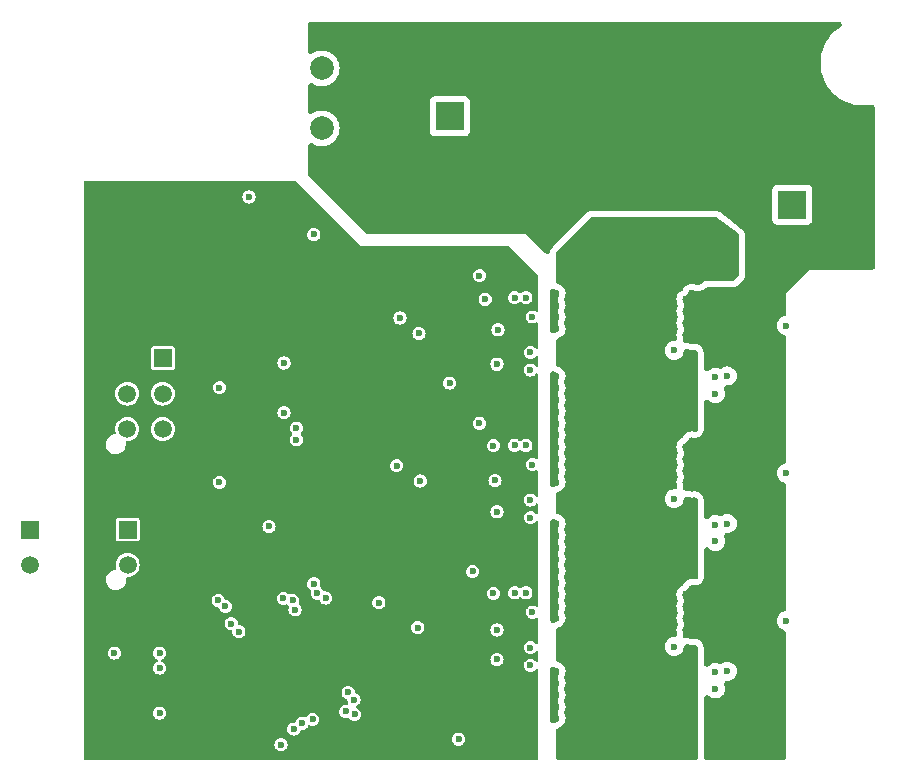
<source format=gbr>
%TF.GenerationSoftware,KiCad,Pcbnew,7.0.5-1.fc38*%
%TF.CreationDate,2023-06-18T19:22:27-04:00*%
%TF.ProjectId,radome_dish_controller,7261646f-6d65-45f6-9469-73685f636f6e,rev?*%
%TF.SameCoordinates,Original*%
%TF.FileFunction,Copper,L2,Inr*%
%TF.FilePolarity,Positive*%
%FSLAX46Y46*%
G04 Gerber Fmt 4.6, Leading zero omitted, Abs format (unit mm)*
G04 Created by KiCad (PCBNEW 7.0.5-1.fc38) date 2023-06-18 19:22:27*
%MOMM*%
%LPD*%
G01*
G04 APERTURE LIST*
%TA.AperFunction,ComponentPad*%
%ADD10R,1.520000X1.520000*%
%TD*%
%TA.AperFunction,ComponentPad*%
%ADD11C,1.520000*%
%TD*%
%TA.AperFunction,ComponentPad*%
%ADD12C,2.000000*%
%TD*%
%TA.AperFunction,ComponentPad*%
%ADD13R,2.400000X2.400000*%
%TD*%
%TA.AperFunction,ComponentPad*%
%ADD14C,2.400000*%
%TD*%
%TA.AperFunction,ViaPad*%
%ADD15C,0.600000*%
%TD*%
G04 APERTURE END LIST*
D10*
%TO.N,+5V*%
%TO.C,J106*%
X111700000Y-50000000D03*
D11*
%TO.N,/ENC.MISO-*%
X111700000Y-53000000D03*
%TO.N,/ENC.SCK-*%
X111700000Y-56000000D03*
%TO.N,GND*%
X108700000Y-50000000D03*
%TO.N,/ENC.MISO+*%
X108700000Y-53000000D03*
%TO.N,/ENC.SCK+*%
X108700000Y-56000000D03*
%TD*%
D10*
%TO.N,/Microcontroller/CAN.DATA-*%
%TO.C,J107*%
X108735000Y-64500000D03*
D11*
%TO.N,/Microcontroller/CAN.DATA+*%
X108735000Y-67500000D03*
%TD*%
D12*
%TO.N,VBUS*%
%TO.C,U106*%
X125172500Y-30540000D03*
%TO.N,GNDPWR*%
X125172500Y-28000000D03*
%TO.N,+12V*%
X125172500Y-25460000D03*
%TD*%
D13*
%TO.N,Net-(C101-Pad1)*%
%TO.C,C101*%
X165000000Y-37000000D03*
D14*
%TO.N,GNDPWR*%
X170000000Y-37000000D03*
%TD*%
D10*
%TO.N,/Microcontroller/CAN.DATA-*%
%TO.C,J108*%
X100500000Y-64500000D03*
D11*
%TO.N,/Microcontroller/CAN.DATA+*%
X100500000Y-67500000D03*
%TD*%
D13*
%TO.N,+48V*%
%TO.C,C104*%
X136000000Y-29500000D03*
D14*
%TO.N,GNDPWR*%
X136000000Y-34500000D03*
%TD*%
D15*
%TO.N,GND*%
X131500000Y-49000000D03*
X123025000Y-48000000D03*
X132500000Y-78500000D03*
X135100000Y-60200000D03*
X128200000Y-68700000D03*
X123275000Y-82725000D03*
X119025000Y-60405000D03*
X116025000Y-46500000D03*
X131000000Y-67000000D03*
X121000000Y-77500000D03*
X119025000Y-52500000D03*
X127600000Y-57000000D03*
X141500000Y-66225000D03*
X117500000Y-82000000D03*
X141500000Y-59637500D03*
X124000000Y-74500000D03*
X127725000Y-44500000D03*
X140000000Y-53725000D03*
X124000000Y-77500000D03*
X120700000Y-65775000D03*
X119500000Y-69000000D03*
X129000000Y-74000000D03*
X123025000Y-49000000D03*
X124500000Y-43500000D03*
X122500000Y-76000000D03*
X141500000Y-53725000D03*
X140000000Y-41235000D03*
X106500000Y-39500000D03*
X121000000Y-74500000D03*
X141500000Y-72137500D03*
X138500000Y-41225000D03*
X141500000Y-47137500D03*
X115000000Y-69000000D03*
X108880000Y-43995000D03*
X127500000Y-77500000D03*
X107600000Y-76230000D03*
X107600000Y-77500000D03*
X142500000Y-79500000D03*
X132200000Y-74200000D03*
X115725000Y-79000000D03*
X129000000Y-77500000D03*
X140000000Y-66225000D03*
X131500000Y-61500000D03*
X116025000Y-54905000D03*
X137300000Y-52100000D03*
X134737258Y-82500000D03*
X116500000Y-43500000D03*
%TO.N,VDD*%
X124500000Y-39500000D03*
X120700000Y-64225000D03*
X139700000Y-69900000D03*
X138500000Y-43000000D03*
X136000000Y-52100000D03*
X139000000Y-45000000D03*
X119000000Y-36350000D03*
X107600000Y-74960000D03*
X123025000Y-56905000D03*
X139700000Y-57400000D03*
X138500000Y-55500000D03*
X123025000Y-55905000D03*
X137942819Y-68044502D03*
%TO.N,/Microcontroller/NRST*%
X121725000Y-82725000D03*
X111450000Y-80040000D03*
%TO.N,/Motor Drive/INV_OUT.A*%
X158500000Y-53000000D03*
X140000000Y-50500000D03*
%TO.N,/Motor Drive/INV_OUT.B*%
X140000000Y-63000000D03*
X158500000Y-65500000D03*
%TO.N,/Motor Drive/INV_OUT.C*%
X140000000Y-75500000D03*
X158500000Y-78000000D03*
%TO.N,/Motor Drive/VREF*%
X136750000Y-82250000D03*
X141500000Y-69862500D03*
X141500000Y-44862500D03*
X141500000Y-57362500D03*
%TO.N,/Microcontroller/SWDIO*%
X117500000Y-72460000D03*
X111450000Y-74960000D03*
%TO.N,/Microcontroller/SWCLK*%
X118150000Y-73150000D03*
X111450000Y-76230000D03*
%TO.N,/Motor Drive/IA+*%
X143000000Y-46500000D03*
X164500000Y-47230000D03*
%TO.N,GNDPWR*%
X145000000Y-78500000D03*
X163000000Y-26000000D03*
X159500000Y-45500000D03*
X158000000Y-58500000D03*
X159500000Y-70500000D03*
X156500000Y-46500000D03*
X161500000Y-58000000D03*
X157500000Y-60000000D03*
X158000000Y-60500000D03*
X161500000Y-26000000D03*
X157000000Y-72000000D03*
X157500000Y-58000000D03*
X145000000Y-55500000D03*
X162500000Y-44500000D03*
X163000000Y-45000000D03*
X156500000Y-44500000D03*
X160000000Y-46000000D03*
X157500000Y-57000000D03*
X157000000Y-23000000D03*
X156000000Y-47000000D03*
X160000000Y-23000000D03*
X159000000Y-73000000D03*
X145000000Y-58500000D03*
X158000000Y-46000000D03*
X162500000Y-45500000D03*
X156500000Y-73500000D03*
X145000000Y-69000000D03*
X157000000Y-24500000D03*
X158500000Y-61000000D03*
X145000000Y-76500000D03*
X162000000Y-46000000D03*
X156500000Y-48500000D03*
X163500000Y-45500000D03*
X157000000Y-58500000D03*
X159000000Y-60500000D03*
X145000000Y-56500000D03*
X158000000Y-59500000D03*
X159000000Y-46000000D03*
X145000000Y-71000000D03*
X159000000Y-57500000D03*
X157000000Y-60500000D03*
X158500000Y-70500000D03*
X157500000Y-72500000D03*
X157000000Y-48000000D03*
X162000000Y-71000000D03*
X157000000Y-57500000D03*
X157500000Y-69500000D03*
X145000000Y-51500000D03*
X163750000Y-23750000D03*
X159000000Y-48000000D03*
X166000000Y-26000000D03*
X158500000Y-58000000D03*
X157000000Y-71000000D03*
X157000000Y-73000000D03*
X156500000Y-70500000D03*
X160000000Y-45000000D03*
X162250000Y-23750000D03*
X162000000Y-58500000D03*
X164500000Y-26000000D03*
X163750000Y-25250000D03*
X161500000Y-44500000D03*
X162999999Y-70999999D03*
X157500000Y-45500000D03*
X145000000Y-77500000D03*
X145000000Y-65000000D03*
X159500000Y-58000000D03*
X157500000Y-46500000D03*
X162500000Y-70500000D03*
X145000000Y-80500000D03*
X160000000Y-71000000D03*
X159000000Y-45000000D03*
X145000000Y-53500000D03*
X161500000Y-24500000D03*
X159000000Y-58500000D03*
X160750000Y-23750000D03*
X145000000Y-54500000D03*
X158500000Y-48500000D03*
X158500000Y-57000000D03*
X165250000Y-23750000D03*
X156000000Y-71000000D03*
X164500000Y-24500000D03*
X159500000Y-46500000D03*
X159500000Y-59000000D03*
X157500000Y-59000000D03*
X158500000Y-59000000D03*
X158500000Y-47500000D03*
X157500000Y-44500000D03*
X145000000Y-46500000D03*
X157000000Y-70000000D03*
X130500000Y-26000000D03*
X166000000Y-24500000D03*
X157000000Y-46000000D03*
X160992792Y-58482310D03*
X166000000Y-23000000D03*
X161000000Y-46000000D03*
X157750000Y-23750000D03*
X145000000Y-68000000D03*
X159000000Y-59500000D03*
X156500000Y-71500000D03*
X156000000Y-70000000D03*
X158000000Y-71000000D03*
X159000000Y-70000000D03*
X163000000Y-46000000D03*
X160500000Y-58000000D03*
X158500000Y-71500000D03*
X156500000Y-69500000D03*
X157500000Y-48500000D03*
X158000000Y-73000000D03*
X156000000Y-58500000D03*
X156000000Y-59500000D03*
X159500000Y-71500000D03*
X156000000Y-48000000D03*
X163000000Y-23000000D03*
X160499217Y-45512728D03*
X158500000Y-73500000D03*
X159000000Y-47000000D03*
X158500000Y-24500000D03*
X145000000Y-79500000D03*
X156500000Y-57000000D03*
X156000000Y-57500000D03*
X159000000Y-71000000D03*
X156000000Y-45000000D03*
X161000000Y-45000000D03*
X145000000Y-44500000D03*
X156500000Y-45500000D03*
X161500000Y-23000000D03*
X145000000Y-52500000D03*
X159250000Y-23750000D03*
X145000000Y-45500000D03*
X157000000Y-45000000D03*
X159500000Y-44500000D03*
X163500000Y-44500000D03*
X157500000Y-71500000D03*
X158500000Y-44500000D03*
X156000000Y-46000000D03*
X157000000Y-26000000D03*
X145000000Y-57500000D03*
X156500000Y-60000000D03*
X156000000Y-73000000D03*
X145000000Y-66000000D03*
X128000000Y-26000000D03*
X158000000Y-72000000D03*
X145000000Y-47500000D03*
X145000000Y-64000000D03*
X162000000Y-45000000D03*
X163000000Y-58500000D03*
X158500000Y-46500000D03*
X157500000Y-47500000D03*
X158500000Y-45500000D03*
X158500000Y-23000000D03*
X145000000Y-67000000D03*
X145000000Y-70000000D03*
X156500000Y-58000000D03*
X156500000Y-47500000D03*
X160500000Y-44500000D03*
X156000000Y-60500000D03*
X156500000Y-59000000D03*
X158000000Y-47000000D03*
X157000000Y-59500000D03*
X161500000Y-70500000D03*
X157500000Y-61000000D03*
X160500000Y-70500000D03*
X156500000Y-61000000D03*
X157000000Y-47000000D03*
X156000000Y-72000000D03*
X158000000Y-57500000D03*
X163000000Y-24500000D03*
X145000000Y-72000000D03*
X157500000Y-70500000D03*
X162500000Y-58000000D03*
X158500000Y-60000000D03*
X165250000Y-25250000D03*
X156500000Y-72500000D03*
X145000000Y-59500000D03*
X158000000Y-70000000D03*
X161500000Y-45500000D03*
X157500000Y-73500000D03*
X160750000Y-25250000D03*
X160000000Y-24500000D03*
X159000000Y-72000000D03*
X145000000Y-60500000D03*
X158500000Y-69500000D03*
X158000000Y-48000000D03*
X157750000Y-25250000D03*
X164500000Y-23000000D03*
X160000000Y-26000000D03*
X158000000Y-45000000D03*
X159989797Y-58455915D03*
X161000000Y-71000000D03*
X158500000Y-72500000D03*
X158500000Y-26000000D03*
X162250000Y-25250000D03*
X159250000Y-25250000D03*
%TO.N,/Motor Drive/IB+*%
X143000000Y-59000000D03*
X164500000Y-59730000D03*
%TO.N,/Motor Drive/IC+*%
X164500000Y-72230000D03*
X143000000Y-71500000D03*
%TO.N,Net-(Q301-G)*%
X142825000Y-49500000D03*
X158500000Y-51595000D03*
%TO.N,VBUS*%
X155000000Y-66500000D03*
X156000000Y-67500000D03*
X155000000Y-54000000D03*
X152500000Y-68000000D03*
X156500000Y-78500000D03*
X154500000Y-54500000D03*
X156000000Y-64500000D03*
X153500000Y-52500000D03*
X154000000Y-52000000D03*
X154500000Y-53500000D03*
X155500000Y-53500000D03*
X155000000Y-80000000D03*
X155500000Y-64000000D03*
X156500000Y-79500000D03*
X155000000Y-78000000D03*
X155500000Y-80500000D03*
X156500000Y-53500000D03*
X153000000Y-78000000D03*
X156000000Y-79000000D03*
X154000000Y-80000000D03*
X153000000Y-66500000D03*
X154000000Y-79000000D03*
X155000000Y-52000000D03*
X152500000Y-54500000D03*
X154500000Y-55500000D03*
X152500000Y-78500000D03*
X154500000Y-76500000D03*
X154500000Y-51500000D03*
X156500000Y-67000000D03*
X155500000Y-78500000D03*
X154500000Y-64000000D03*
X152500000Y-64000000D03*
X156500000Y-76500000D03*
X154500000Y-68000000D03*
X155000000Y-77000000D03*
X155500000Y-54500000D03*
X154500000Y-65000000D03*
X156000000Y-65500000D03*
X155000000Y-55000000D03*
X155500000Y-52500000D03*
X154500000Y-80500000D03*
X155000000Y-65500000D03*
X154000000Y-78000000D03*
X153000000Y-79000000D03*
X153000000Y-65500000D03*
X154000000Y-64500000D03*
X154500000Y-67000000D03*
X155500000Y-51500000D03*
X155500000Y-55500000D03*
X155500000Y-65000000D03*
X155500000Y-67000000D03*
X153500000Y-54500000D03*
X155500000Y-79500000D03*
X154500000Y-66000000D03*
X153500000Y-65000000D03*
X153500000Y-64000000D03*
X154500000Y-79500000D03*
X153500000Y-55500000D03*
X156000000Y-77000000D03*
X152500000Y-66000000D03*
X154000000Y-77000000D03*
X153500000Y-53500000D03*
X156500000Y-68000000D03*
X156500000Y-80500000D03*
X153000000Y-52000000D03*
X156000000Y-52000000D03*
X153000000Y-53000000D03*
X153000000Y-55000000D03*
X154000000Y-53000000D03*
X154500000Y-77500000D03*
X156000000Y-55000000D03*
X153500000Y-67000000D03*
X153500000Y-79500000D03*
X155500000Y-77500000D03*
X156500000Y-77500000D03*
X152500000Y-76500000D03*
X156500000Y-65000000D03*
X154000000Y-55000000D03*
X153500000Y-76500000D03*
X152500000Y-51500000D03*
X156000000Y-53000000D03*
X156000000Y-66500000D03*
X154000000Y-65500000D03*
X152500000Y-52500000D03*
X154000000Y-66500000D03*
X152500000Y-55500000D03*
X155000000Y-64500000D03*
X153000000Y-64500000D03*
X156500000Y-54500000D03*
X153000000Y-67500000D03*
X153500000Y-77500000D03*
X152500000Y-79500000D03*
X152500000Y-77500000D03*
X156500000Y-64000000D03*
X155500000Y-66000000D03*
X156000000Y-78000000D03*
X154500000Y-78500000D03*
X152500000Y-67000000D03*
X152500000Y-53500000D03*
X155500000Y-68000000D03*
X153500000Y-80500000D03*
X152500000Y-80500000D03*
X153000000Y-54000000D03*
X156500000Y-51500000D03*
X154000000Y-67500000D03*
X152500000Y-65000000D03*
X156000000Y-80000000D03*
X153500000Y-66000000D03*
X153500000Y-51500000D03*
X156500000Y-52500000D03*
X154000000Y-54000000D03*
X155000000Y-79000000D03*
X155000000Y-67500000D03*
X155000000Y-53000000D03*
X153000000Y-80000000D03*
X156500000Y-55500000D03*
X153500000Y-78500000D03*
X156000000Y-54000000D03*
X153000000Y-77000000D03*
X153500000Y-68000000D03*
X156500000Y-66000000D03*
X155500000Y-76500000D03*
X154500000Y-52500000D03*
%TO.N,Net-(Q302-G)*%
X159500000Y-51500000D03*
X142825000Y-51000000D03*
%TO.N,Net-(Q303-G)*%
X142825000Y-62000000D03*
X158500000Y-64095000D03*
%TO.N,Net-(Q304-G)*%
X142825000Y-63500000D03*
X159500000Y-64000000D03*
%TO.N,Net-(Q305-G)*%
X158500000Y-76595000D03*
X142825000Y-74500000D03*
%TO.N,Net-(Q306-G)*%
X142825000Y-76000000D03*
X159500000Y-76500000D03*
%TO.N,/Microcontroller/SENSE.C*%
X122800000Y-81400000D03*
X140000000Y-73000000D03*
%TO.N,/Microcontroller/SENSE.B*%
X139843750Y-60343750D03*
X123500000Y-80900000D03*
%TO.N,/Microcontroller/SENSE.A*%
X124400000Y-80577403D03*
X140093750Y-47593750D03*
%TO.N,/Microcontroller/SPI.MOSI*%
X127400000Y-78300000D03*
%TO.N,/Microcontroller/DRIVE.C+*%
X130000000Y-70700000D03*
X125500000Y-70300000D03*
%TO.N,/Microcontroller/DRIVE.B+*%
X131500000Y-59100000D03*
X124800000Y-69900000D03*
%TO.N,/Microcontroller/DRIVE.A+*%
X124500000Y-69100000D03*
X131800000Y-46600000D03*
%TO.N,/Microcontroller/DRIVE.C-*%
X133300000Y-72800000D03*
X122900000Y-71300000D03*
%TO.N,/Microcontroller/DRIVE.B-*%
X122700000Y-70500000D03*
X133500000Y-60400000D03*
%TO.N,/Microcontroller/DRIVE.A-*%
X133400000Y-47900000D03*
X121917080Y-70334987D03*
%TO.N,/Microcontroller/SPI.~{CS}*%
X127950000Y-80150000D03*
%TO.N,/Microcontroller/SPI.SCK*%
X127200000Y-79900000D03*
%TO.N,/Microcontroller/SPI.MISO*%
X127900000Y-78900000D03*
%TO.N,/Motor Drive/IA-*%
X155000000Y-49339000D03*
X142450000Y-44862500D03*
%TO.N,/Motor Drive/IB-*%
X142450000Y-57362500D03*
X155000000Y-61899109D03*
%TO.N,/Motor Drive/IC-*%
X142450000Y-69862500D03*
X155000000Y-74409898D03*
%TO.N,+5V*%
X116500000Y-52500000D03*
X116500000Y-60500000D03*
%TO.N,/Microcontroller/ISOSPI.SCK*%
X117000000Y-71000000D03*
X121975000Y-54595000D03*
%TO.N,/Microcontroller/ISOSPI.MISO*%
X116400000Y-70500000D03*
X121975000Y-50405000D03*
%TD*%
%TA.AperFunction,Conductor*%
%TO.N,VBUS*%
G36*
X158512288Y-38018954D02*
G01*
X158566400Y-38049800D01*
X160400400Y-39425300D01*
X160465258Y-39497636D01*
X160497497Y-39589286D01*
X160500000Y-39624500D01*
X160500000Y-42896860D01*
X160481046Y-42992148D01*
X160427070Y-43072930D01*
X160072930Y-43427070D01*
X159992148Y-43481046D01*
X159896860Y-43500000D01*
X157500000Y-43500000D01*
X157306511Y-43693487D01*
X157225729Y-43747463D01*
X157212685Y-43752443D01*
X157150477Y-43774211D01*
X157132473Y-43785524D01*
X157041706Y-43820170D01*
X156944589Y-43817444D01*
X156867527Y-43785524D01*
X156849525Y-43774213D01*
X156849522Y-43774211D01*
X156849518Y-43774209D01*
X156849513Y-43774207D01*
X156679256Y-43714632D01*
X156679245Y-43714630D01*
X156500004Y-43694435D01*
X156499996Y-43694435D01*
X156320754Y-43714630D01*
X156320746Y-43714631D01*
X156320745Y-43714632D01*
X156150478Y-43774211D01*
X156150476Y-43774211D01*
X156150476Y-43774212D01*
X156150470Y-43774214D01*
X155997742Y-43870180D01*
X155870180Y-43997742D01*
X155774209Y-44150480D01*
X155771788Y-44155507D01*
X155767325Y-44161436D01*
X155766771Y-44162318D01*
X155766696Y-44162271D01*
X155713361Y-44233130D01*
X155655507Y-44271788D01*
X155650480Y-44274209D01*
X155497742Y-44370180D01*
X155370180Y-44497742D01*
X155274214Y-44650470D01*
X155274211Y-44650476D01*
X155274211Y-44650478D01*
X155264142Y-44679255D01*
X155214632Y-44820746D01*
X155214630Y-44820754D01*
X155194435Y-44999996D01*
X155194435Y-45000003D01*
X155214630Y-45179245D01*
X155214632Y-45179256D01*
X155274207Y-45349513D01*
X155274209Y-45349517D01*
X155274211Y-45349522D01*
X155285522Y-45367523D01*
X155320170Y-45458290D01*
X155317445Y-45555407D01*
X155285526Y-45632469D01*
X155274213Y-45650473D01*
X155274207Y-45650486D01*
X155214632Y-45820743D01*
X155214630Y-45820754D01*
X155194435Y-45999996D01*
X155194435Y-46000003D01*
X155214630Y-46179245D01*
X155214631Y-46179251D01*
X155214632Y-46179255D01*
X155274211Y-46349522D01*
X155274212Y-46349523D01*
X155274216Y-46349531D01*
X155285522Y-46367525D01*
X155320169Y-46458292D01*
X155317444Y-46555409D01*
X155285525Y-46632469D01*
X155274211Y-46650475D01*
X155274211Y-46650476D01*
X155214632Y-46820743D01*
X155214630Y-46820754D01*
X155194435Y-46999996D01*
X155194435Y-47000003D01*
X155214630Y-47179245D01*
X155214632Y-47179256D01*
X155274207Y-47349513D01*
X155274213Y-47349525D01*
X155285524Y-47367527D01*
X155320170Y-47458294D01*
X155317444Y-47555411D01*
X155285524Y-47632473D01*
X155274213Y-47650474D01*
X155274207Y-47650486D01*
X155214632Y-47820743D01*
X155214630Y-47820754D01*
X155194435Y-47999996D01*
X155194435Y-48000003D01*
X155214630Y-48179245D01*
X155214631Y-48179252D01*
X155214632Y-48179255D01*
X155222659Y-48202196D01*
X155236241Y-48298394D01*
X155211975Y-48392470D01*
X155153555Y-48470098D01*
X155069875Y-48519461D01*
X155013574Y-48529027D01*
X155013895Y-48531869D01*
X154820754Y-48553630D01*
X154820746Y-48553631D01*
X154820745Y-48553632D01*
X154650478Y-48613211D01*
X154650476Y-48613211D01*
X154650476Y-48613212D01*
X154650470Y-48613214D01*
X154497742Y-48709180D01*
X154370180Y-48836742D01*
X154274214Y-48989470D01*
X154274211Y-48989476D01*
X154274211Y-48989478D01*
X154224608Y-49131237D01*
X154214632Y-49159746D01*
X154214630Y-49159754D01*
X154194435Y-49338996D01*
X154194435Y-49339003D01*
X154214630Y-49518245D01*
X154214631Y-49518251D01*
X154214632Y-49518255D01*
X154274211Y-49688522D01*
X154274212Y-49688523D01*
X154274214Y-49688529D01*
X154370180Y-49841257D01*
X154370182Y-49841259D01*
X154370184Y-49841262D01*
X154497738Y-49968816D01*
X154497740Y-49968817D01*
X154497742Y-49968819D01*
X154650470Y-50064785D01*
X154650473Y-50064786D01*
X154650478Y-50064789D01*
X154820745Y-50124368D01*
X154820754Y-50124369D01*
X154999996Y-50144565D01*
X155000000Y-50144565D01*
X155000004Y-50144565D01*
X155139908Y-50128801D01*
X155179255Y-50124368D01*
X155349522Y-50064789D01*
X155349527Y-50064785D01*
X155349529Y-50064785D01*
X155502257Y-49968819D01*
X155502256Y-49968819D01*
X155502262Y-49968816D01*
X155629816Y-49841262D01*
X155725789Y-49688522D01*
X155785368Y-49518255D01*
X155796124Y-49422785D01*
X155825626Y-49330224D01*
X155888307Y-49255994D01*
X155974623Y-49211400D01*
X156071435Y-49203233D01*
X156136952Y-49222106D01*
X156137280Y-49221170D01*
X156150474Y-49225787D01*
X156150478Y-49225789D01*
X156320745Y-49285368D01*
X156320754Y-49285369D01*
X156499996Y-49305565D01*
X156500000Y-49305565D01*
X156500004Y-49305565D01*
X156639908Y-49289801D01*
X156679255Y-49285368D01*
X156679265Y-49285364D01*
X156692882Y-49282257D01*
X156693630Y-49285534D01*
X156764894Y-49275454D01*
X156858976Y-49299695D01*
X156936620Y-49358095D01*
X156986004Y-49441762D01*
X157000000Y-49524066D01*
X157000000Y-55975933D01*
X156981046Y-56071221D01*
X156927070Y-56152003D01*
X156846288Y-56205979D01*
X156751000Y-56224933D01*
X156693471Y-56215160D01*
X156692882Y-56217743D01*
X156679257Y-56214632D01*
X156679255Y-56214632D01*
X156679252Y-56214631D01*
X156679245Y-56214630D01*
X156500004Y-56194435D01*
X156499996Y-56194435D01*
X156320754Y-56214630D01*
X156320746Y-56214631D01*
X156320745Y-56214632D01*
X156150478Y-56274211D01*
X156150476Y-56274211D01*
X156150476Y-56274212D01*
X156150470Y-56274214D01*
X155997742Y-56370180D01*
X155870180Y-56497742D01*
X155774209Y-56650480D01*
X155771788Y-56655507D01*
X155767325Y-56661436D01*
X155766771Y-56662318D01*
X155766696Y-56662271D01*
X155713361Y-56733130D01*
X155655507Y-56771788D01*
X155650480Y-56774209D01*
X155497742Y-56870180D01*
X155370180Y-56997742D01*
X155274214Y-57150470D01*
X155274212Y-57150476D01*
X155214632Y-57320746D01*
X155214630Y-57320754D01*
X155194435Y-57499996D01*
X155194435Y-57500003D01*
X155214630Y-57679245D01*
X155214632Y-57679256D01*
X155274207Y-57849513D01*
X155274213Y-57849525D01*
X155285524Y-57867527D01*
X155320170Y-57958294D01*
X155317444Y-58055411D01*
X155285524Y-58132473D01*
X155274213Y-58150474D01*
X155274207Y-58150486D01*
X155214632Y-58320743D01*
X155214630Y-58320754D01*
X155194435Y-58499996D01*
X155194435Y-58500003D01*
X155214630Y-58679245D01*
X155214632Y-58679256D01*
X155274207Y-58849513D01*
X155274213Y-58849525D01*
X155285524Y-58867527D01*
X155320170Y-58958294D01*
X155317444Y-59055411D01*
X155285524Y-59132473D01*
X155274213Y-59150474D01*
X155274207Y-59150486D01*
X155214632Y-59320743D01*
X155214630Y-59320754D01*
X155194435Y-59499996D01*
X155194435Y-59500003D01*
X155214630Y-59679245D01*
X155214632Y-59679256D01*
X155274207Y-59849513D01*
X155274209Y-59849517D01*
X155274211Y-59849522D01*
X155285519Y-59867519D01*
X155285522Y-59867523D01*
X155320170Y-59958290D01*
X155317445Y-60055407D01*
X155285526Y-60132469D01*
X155274213Y-60150473D01*
X155274207Y-60150486D01*
X155214632Y-60320743D01*
X155214630Y-60320754D01*
X155194435Y-60499996D01*
X155194435Y-60500003D01*
X155214630Y-60679245D01*
X155214631Y-60679253D01*
X155214632Y-60679255D01*
X155243693Y-60762308D01*
X155257274Y-60858505D01*
X155233008Y-60952580D01*
X155174587Y-61030208D01*
X155090906Y-61079571D01*
X155008666Y-61093544D01*
X154999996Y-61093544D01*
X154820754Y-61113739D01*
X154820746Y-61113740D01*
X154820745Y-61113741D01*
X154650478Y-61173320D01*
X154650476Y-61173320D01*
X154650476Y-61173321D01*
X154650470Y-61173323D01*
X154497742Y-61269289D01*
X154370180Y-61396851D01*
X154274214Y-61549579D01*
X154274211Y-61549585D01*
X154274211Y-61549587D01*
X154245641Y-61631237D01*
X154214632Y-61719855D01*
X154214630Y-61719863D01*
X154194435Y-61899105D01*
X154194435Y-61899112D01*
X154214630Y-62078354D01*
X154214631Y-62078360D01*
X154214632Y-62078364D01*
X154274211Y-62248631D01*
X154274212Y-62248632D01*
X154274214Y-62248638D01*
X154370180Y-62401366D01*
X154370182Y-62401368D01*
X154370184Y-62401371D01*
X154497738Y-62528925D01*
X154497740Y-62528926D01*
X154497742Y-62528928D01*
X154650470Y-62624894D01*
X154650473Y-62624895D01*
X154650478Y-62624898D01*
X154820745Y-62684477D01*
X154820754Y-62684478D01*
X154999996Y-62704674D01*
X155000000Y-62704674D01*
X155000004Y-62704674D01*
X155139908Y-62688910D01*
X155179255Y-62684477D01*
X155349522Y-62624898D01*
X155349527Y-62624894D01*
X155349529Y-62624894D01*
X155502257Y-62528928D01*
X155502256Y-62528928D01*
X155502262Y-62528925D01*
X155629816Y-62401371D01*
X155725789Y-62248631D01*
X155785368Y-62078364D01*
X155802548Y-61925878D01*
X155832050Y-61833317D01*
X155894732Y-61759086D01*
X155981048Y-61714493D01*
X156077859Y-61706326D01*
X156136556Y-61723237D01*
X156137280Y-61721170D01*
X156150474Y-61725787D01*
X156150478Y-61725789D01*
X156320745Y-61785368D01*
X156320754Y-61785369D01*
X156499996Y-61805565D01*
X156500000Y-61805565D01*
X156500004Y-61805565D01*
X156639908Y-61789801D01*
X156679255Y-61785368D01*
X156679265Y-61785364D01*
X156692882Y-61782257D01*
X156693630Y-61785534D01*
X156764894Y-61775454D01*
X156858976Y-61799695D01*
X156936620Y-61858095D01*
X156986004Y-61941762D01*
X157000000Y-62024066D01*
X157000000Y-68475933D01*
X156981046Y-68571221D01*
X156927070Y-68652003D01*
X156846288Y-68705979D01*
X156751000Y-68724933D01*
X156693471Y-68715160D01*
X156692882Y-68717743D01*
X156679257Y-68714632D01*
X156679255Y-68714632D01*
X156679252Y-68714631D01*
X156679245Y-68714630D01*
X156500004Y-68694435D01*
X156499996Y-68694435D01*
X156320754Y-68714630D01*
X156320746Y-68714631D01*
X156320745Y-68714632D01*
X156150478Y-68774211D01*
X156150476Y-68774211D01*
X156150476Y-68774212D01*
X156150470Y-68774214D01*
X155997742Y-68870180D01*
X155870180Y-68997742D01*
X155774209Y-69150480D01*
X155771788Y-69155507D01*
X155767325Y-69161436D01*
X155766771Y-69162318D01*
X155766696Y-69162271D01*
X155713361Y-69233130D01*
X155655507Y-69271788D01*
X155650480Y-69274209D01*
X155497742Y-69370180D01*
X155370180Y-69497742D01*
X155274214Y-69650470D01*
X155274212Y-69650476D01*
X155214632Y-69820746D01*
X155214630Y-69820754D01*
X155194435Y-69999996D01*
X155194435Y-70000003D01*
X155214630Y-70179245D01*
X155214632Y-70179256D01*
X155274207Y-70349513D01*
X155274209Y-70349518D01*
X155274211Y-70349522D01*
X155278092Y-70355699D01*
X155285524Y-70367527D01*
X155320170Y-70458294D01*
X155317444Y-70555411D01*
X155285524Y-70632473D01*
X155274213Y-70650474D01*
X155274207Y-70650486D01*
X155214632Y-70820743D01*
X155214630Y-70820754D01*
X155194435Y-70999996D01*
X155194435Y-71000003D01*
X155214630Y-71179245D01*
X155214632Y-71179256D01*
X155274207Y-71349513D01*
X155274213Y-71349525D01*
X155285524Y-71367527D01*
X155320170Y-71458294D01*
X155317444Y-71555411D01*
X155285524Y-71632473D01*
X155274213Y-71650474D01*
X155274207Y-71650486D01*
X155214632Y-71820743D01*
X155214630Y-71820754D01*
X155194435Y-71999996D01*
X155194435Y-72000003D01*
X155214630Y-72179245D01*
X155214631Y-72179251D01*
X155214632Y-72179255D01*
X155274211Y-72349522D01*
X155274212Y-72349523D01*
X155274216Y-72349531D01*
X155285522Y-72367525D01*
X155320169Y-72458292D01*
X155317444Y-72555409D01*
X155285525Y-72632469D01*
X155274211Y-72650475D01*
X155274211Y-72650476D01*
X155214632Y-72820743D01*
X155214630Y-72820754D01*
X155194435Y-72999996D01*
X155194435Y-73000003D01*
X155214630Y-73179245D01*
X155214631Y-73179251D01*
X155214632Y-73179255D01*
X155247468Y-73273096D01*
X155261049Y-73369294D01*
X155236782Y-73463370D01*
X155178362Y-73540998D01*
X155094681Y-73590360D01*
X155012441Y-73604333D01*
X154999996Y-73604333D01*
X154820754Y-73624528D01*
X154820746Y-73624529D01*
X154820745Y-73624530D01*
X154650478Y-73684109D01*
X154650476Y-73684109D01*
X154650476Y-73684110D01*
X154650470Y-73684112D01*
X154497742Y-73780078D01*
X154370180Y-73907640D01*
X154274214Y-74060368D01*
X154274211Y-74060374D01*
X154274211Y-74060376D01*
X154216331Y-74225789D01*
X154214632Y-74230644D01*
X154214630Y-74230652D01*
X154194435Y-74409894D01*
X154194435Y-74409901D01*
X154214630Y-74589143D01*
X154214631Y-74589149D01*
X154214632Y-74589153D01*
X154274211Y-74759420D01*
X154274212Y-74759421D01*
X154274214Y-74759427D01*
X154370180Y-74912155D01*
X154370182Y-74912157D01*
X154370184Y-74912160D01*
X154497738Y-75039714D01*
X154497740Y-75039715D01*
X154497742Y-75039717D01*
X154650470Y-75135683D01*
X154650473Y-75135684D01*
X154650478Y-75135687D01*
X154820745Y-75195266D01*
X154820754Y-75195267D01*
X154999996Y-75215463D01*
X155000000Y-75215463D01*
X155000004Y-75215463D01*
X155139908Y-75199699D01*
X155179255Y-75195266D01*
X155349522Y-75135687D01*
X155349527Y-75135683D01*
X155349529Y-75135683D01*
X155502257Y-75039717D01*
X155502256Y-75039717D01*
X155502262Y-75039714D01*
X155629816Y-74912160D01*
X155725789Y-74759420D01*
X155785368Y-74589153D01*
X155803702Y-74426432D01*
X155833203Y-74333872D01*
X155895885Y-74259641D01*
X155982201Y-74215048D01*
X156079012Y-74206881D01*
X156136485Y-74223441D01*
X156137280Y-74221170D01*
X156150474Y-74225787D01*
X156150478Y-74225789D01*
X156320745Y-74285368D01*
X156320754Y-74285369D01*
X156499996Y-74305565D01*
X156500000Y-74305565D01*
X156500004Y-74305565D01*
X156639908Y-74289801D01*
X156679255Y-74285368D01*
X156679265Y-74285364D01*
X156692882Y-74282257D01*
X156693630Y-74285534D01*
X156764894Y-74275454D01*
X156858976Y-74299695D01*
X156936620Y-74358095D01*
X156986004Y-74441762D01*
X157000000Y-74524066D01*
X157000000Y-83751000D01*
X156981046Y-83846288D01*
X156927070Y-83927070D01*
X156846288Y-83981046D01*
X156751000Y-84000000D01*
X145249000Y-84000000D01*
X145153712Y-83981046D01*
X145072930Y-83927070D01*
X145018954Y-83846288D01*
X145000000Y-83751000D01*
X145000000Y-81524766D01*
X145018954Y-81429478D01*
X145072930Y-81348696D01*
X145153712Y-81294720D01*
X145166761Y-81289739D01*
X145179251Y-81285368D01*
X145179255Y-81285368D01*
X145349522Y-81225789D01*
X145349527Y-81225785D01*
X145349529Y-81225785D01*
X145502257Y-81129819D01*
X145502256Y-81129819D01*
X145502262Y-81129816D01*
X145629816Y-81002262D01*
X145725789Y-80849522D01*
X145785368Y-80679255D01*
X145805565Y-80500000D01*
X145785368Y-80320745D01*
X145725789Y-80150478D01*
X145714478Y-80132478D01*
X145679830Y-80041715D01*
X145682553Y-79944598D01*
X145714478Y-79867522D01*
X145725789Y-79849522D01*
X145785368Y-79679255D01*
X145805565Y-79500000D01*
X145785368Y-79320745D01*
X145725789Y-79150478D01*
X145714478Y-79132476D01*
X145679830Y-79041709D01*
X145682555Y-78944592D01*
X145714480Y-78867521D01*
X145725785Y-78849529D01*
X145725785Y-78849527D01*
X145725789Y-78849522D01*
X145785368Y-78679255D01*
X145805565Y-78500000D01*
X145785368Y-78320745D01*
X145725789Y-78150478D01*
X145714478Y-78132478D01*
X145679830Y-78041715D01*
X145682553Y-77944598D01*
X145714478Y-77867522D01*
X145725789Y-77849522D01*
X145785368Y-77679255D01*
X145805565Y-77500000D01*
X145805310Y-77497738D01*
X145785369Y-77320754D01*
X145785368Y-77320745D01*
X145725789Y-77150478D01*
X145714478Y-77132476D01*
X145679830Y-77041709D01*
X145682555Y-76944592D01*
X145714480Y-76867521D01*
X145725785Y-76849529D01*
X145725785Y-76849527D01*
X145725789Y-76849522D01*
X145785368Y-76679255D01*
X145805565Y-76500000D01*
X145785368Y-76320745D01*
X145725789Y-76150478D01*
X145725786Y-76150473D01*
X145725785Y-76150470D01*
X145629819Y-75997742D01*
X145629817Y-75997740D01*
X145629816Y-75997738D01*
X145502262Y-75870184D01*
X145502259Y-75870182D01*
X145502257Y-75870180D01*
X145349529Y-75774214D01*
X145349524Y-75774212D01*
X145349522Y-75774211D01*
X145179255Y-75714632D01*
X145179254Y-75714631D01*
X145166760Y-75710260D01*
X145083079Y-75660897D01*
X145024658Y-75583269D01*
X145000392Y-75489194D01*
X145000000Y-75475233D01*
X145000000Y-73024766D01*
X145018954Y-72929478D01*
X145072930Y-72848696D01*
X145153712Y-72794720D01*
X145166761Y-72789739D01*
X145179251Y-72785368D01*
X145179255Y-72785368D01*
X145349522Y-72725789D01*
X145349527Y-72725785D01*
X145349529Y-72725785D01*
X145502257Y-72629819D01*
X145502256Y-72629819D01*
X145502262Y-72629816D01*
X145629816Y-72502262D01*
X145714477Y-72367525D01*
X145725785Y-72349529D01*
X145725785Y-72349527D01*
X145725789Y-72349522D01*
X145785368Y-72179255D01*
X145805565Y-72000000D01*
X145785368Y-71820745D01*
X145725789Y-71650478D01*
X145714478Y-71632478D01*
X145679830Y-71541715D01*
X145682553Y-71444598D01*
X145714478Y-71367522D01*
X145725789Y-71349522D01*
X145785368Y-71179255D01*
X145805565Y-71000000D01*
X145805310Y-70997738D01*
X145785369Y-70820754D01*
X145785368Y-70820745D01*
X145725789Y-70650478D01*
X145714478Y-70632476D01*
X145679830Y-70541709D01*
X145682555Y-70444592D01*
X145714480Y-70367521D01*
X145725785Y-70349529D01*
X145725787Y-70349525D01*
X145725789Y-70349522D01*
X145785368Y-70179255D01*
X145805565Y-70000000D01*
X145805310Y-69997738D01*
X145785369Y-69820754D01*
X145785368Y-69820745D01*
X145725789Y-69650478D01*
X145714478Y-69632478D01*
X145679830Y-69541715D01*
X145682553Y-69444598D01*
X145714478Y-69367522D01*
X145725789Y-69349522D01*
X145785368Y-69179255D01*
X145805565Y-69000000D01*
X145805310Y-68997738D01*
X145785369Y-68820754D01*
X145785368Y-68820745D01*
X145725789Y-68650478D01*
X145714478Y-68632476D01*
X145679830Y-68541709D01*
X145682555Y-68444592D01*
X145714480Y-68367521D01*
X145725785Y-68349529D01*
X145725785Y-68349527D01*
X145725789Y-68349522D01*
X145785368Y-68179255D01*
X145805565Y-68000000D01*
X145785368Y-67820745D01*
X145725789Y-67650478D01*
X145714478Y-67632478D01*
X145679830Y-67541715D01*
X145682553Y-67444598D01*
X145714478Y-67367522D01*
X145725789Y-67349522D01*
X145785368Y-67179255D01*
X145805565Y-67000000D01*
X145785368Y-66820745D01*
X145725789Y-66650478D01*
X145714478Y-66632476D01*
X145679830Y-66541709D01*
X145682555Y-66444592D01*
X145714480Y-66367521D01*
X145725785Y-66349529D01*
X145725785Y-66349527D01*
X145725789Y-66349522D01*
X145785368Y-66179255D01*
X145805565Y-66000000D01*
X145785368Y-65820745D01*
X145725789Y-65650478D01*
X145714478Y-65632478D01*
X145679830Y-65541715D01*
X145682553Y-65444598D01*
X145714478Y-65367522D01*
X145725789Y-65349522D01*
X145785368Y-65179255D01*
X145805565Y-65000000D01*
X145805310Y-64997738D01*
X145785369Y-64820754D01*
X145785368Y-64820745D01*
X145725789Y-64650478D01*
X145714478Y-64632476D01*
X145679830Y-64541709D01*
X145682555Y-64444592D01*
X145714480Y-64367521D01*
X145725785Y-64349529D01*
X145725785Y-64349527D01*
X145725789Y-64349522D01*
X145785368Y-64179255D01*
X145805565Y-64000000D01*
X145785368Y-63820745D01*
X145725789Y-63650478D01*
X145725786Y-63650473D01*
X145725785Y-63650470D01*
X145629819Y-63497742D01*
X145629817Y-63497740D01*
X145629816Y-63497738D01*
X145502262Y-63370184D01*
X145502259Y-63370182D01*
X145502257Y-63370180D01*
X145349529Y-63274214D01*
X145349524Y-63274212D01*
X145349522Y-63274211D01*
X145179255Y-63214632D01*
X145179254Y-63214631D01*
X145166760Y-63210260D01*
X145083079Y-63160897D01*
X145024658Y-63083269D01*
X145000392Y-62989194D01*
X145000000Y-62975233D01*
X145000000Y-61524766D01*
X145018954Y-61429478D01*
X145072930Y-61348696D01*
X145153712Y-61294720D01*
X145166761Y-61289739D01*
X145179251Y-61285368D01*
X145179255Y-61285368D01*
X145349522Y-61225789D01*
X145349527Y-61225785D01*
X145349529Y-61225785D01*
X145502257Y-61129819D01*
X145502256Y-61129819D01*
X145502262Y-61129816D01*
X145629816Y-61002262D01*
X145725789Y-60849522D01*
X145785368Y-60679255D01*
X145805565Y-60500000D01*
X145785368Y-60320745D01*
X145725789Y-60150478D01*
X145714478Y-60132478D01*
X145679830Y-60041715D01*
X145682553Y-59944598D01*
X145714478Y-59867522D01*
X145725789Y-59849522D01*
X145785368Y-59679255D01*
X145805565Y-59500000D01*
X145785368Y-59320745D01*
X145725789Y-59150478D01*
X145714478Y-59132478D01*
X145679830Y-59041715D01*
X145682553Y-58944598D01*
X145714478Y-58867522D01*
X145725789Y-58849522D01*
X145785368Y-58679255D01*
X145805565Y-58500000D01*
X145805310Y-58497738D01*
X145785369Y-58320754D01*
X145785368Y-58320745D01*
X145725789Y-58150478D01*
X145714478Y-58132478D01*
X145679830Y-58041715D01*
X145682553Y-57944598D01*
X145714478Y-57867522D01*
X145725789Y-57849522D01*
X145785368Y-57679255D01*
X145805565Y-57500000D01*
X145805310Y-57497738D01*
X145785369Y-57320754D01*
X145785368Y-57320745D01*
X145725789Y-57150478D01*
X145714478Y-57132478D01*
X145679830Y-57041715D01*
X145682553Y-56944598D01*
X145714478Y-56867522D01*
X145725789Y-56849522D01*
X145785368Y-56679255D01*
X145805565Y-56500000D01*
X145805310Y-56497738D01*
X145785369Y-56320754D01*
X145785368Y-56320745D01*
X145725789Y-56150478D01*
X145714478Y-56132478D01*
X145679830Y-56041715D01*
X145682553Y-55944598D01*
X145714478Y-55867522D01*
X145725789Y-55849522D01*
X145785368Y-55679255D01*
X145805565Y-55500000D01*
X145785368Y-55320745D01*
X145725789Y-55150478D01*
X145714478Y-55132478D01*
X145679830Y-55041715D01*
X145682553Y-54944598D01*
X145714478Y-54867522D01*
X145725789Y-54849522D01*
X145785368Y-54679255D01*
X145805565Y-54500000D01*
X145785368Y-54320745D01*
X145725789Y-54150478D01*
X145714478Y-54132478D01*
X145679830Y-54041715D01*
X145682553Y-53944598D01*
X145714478Y-53867522D01*
X145725789Y-53849522D01*
X145785368Y-53679255D01*
X145805565Y-53500000D01*
X145785368Y-53320745D01*
X145725789Y-53150478D01*
X145714478Y-53132478D01*
X145679830Y-53041715D01*
X145682553Y-52944598D01*
X145714478Y-52867522D01*
X145725789Y-52849522D01*
X145785368Y-52679255D01*
X145805565Y-52500000D01*
X145805310Y-52497738D01*
X145785369Y-52320754D01*
X145785368Y-52320745D01*
X145725789Y-52150478D01*
X145714478Y-52132478D01*
X145679830Y-52041715D01*
X145682553Y-51944598D01*
X145714478Y-51867522D01*
X145725789Y-51849522D01*
X145785368Y-51679255D01*
X145805565Y-51500000D01*
X145785368Y-51320745D01*
X145725789Y-51150478D01*
X145725786Y-51150473D01*
X145725785Y-51150470D01*
X145629819Y-50997742D01*
X145629817Y-50997740D01*
X145629816Y-50997738D01*
X145502262Y-50870184D01*
X145502259Y-50870182D01*
X145502257Y-50870180D01*
X145349529Y-50774214D01*
X145349524Y-50774212D01*
X145349522Y-50774211D01*
X145179255Y-50714632D01*
X145179254Y-50714631D01*
X145166760Y-50710260D01*
X145083079Y-50660897D01*
X145024658Y-50583269D01*
X145000392Y-50489194D01*
X145000000Y-50475233D01*
X145000000Y-48524766D01*
X145018954Y-48429478D01*
X145072930Y-48348696D01*
X145153712Y-48294720D01*
X145166761Y-48289739D01*
X145179251Y-48285368D01*
X145179255Y-48285368D01*
X145349522Y-48225789D01*
X145349527Y-48225785D01*
X145349529Y-48225785D01*
X145502257Y-48129819D01*
X145502256Y-48129819D01*
X145502262Y-48129816D01*
X145629816Y-48002262D01*
X145725789Y-47849522D01*
X145785368Y-47679255D01*
X145805565Y-47500000D01*
X145785368Y-47320745D01*
X145725789Y-47150478D01*
X145714478Y-47132478D01*
X145679830Y-47041715D01*
X145682553Y-46944598D01*
X145714478Y-46867522D01*
X145725789Y-46849522D01*
X145785368Y-46679255D01*
X145805565Y-46500000D01*
X145788610Y-46349523D01*
X145785369Y-46320754D01*
X145785368Y-46320745D01*
X145725789Y-46150478D01*
X145714478Y-46132478D01*
X145679830Y-46041715D01*
X145682553Y-45944598D01*
X145714478Y-45867522D01*
X145725789Y-45849522D01*
X145785368Y-45679255D01*
X145805565Y-45500000D01*
X145800865Y-45458290D01*
X145785369Y-45320754D01*
X145785368Y-45320745D01*
X145725789Y-45150478D01*
X145714478Y-45132478D01*
X145679830Y-45041715D01*
X145682553Y-44944598D01*
X145714478Y-44867522D01*
X145725789Y-44849522D01*
X145785368Y-44679255D01*
X145805565Y-44500000D01*
X145805310Y-44497738D01*
X145785369Y-44320754D01*
X145785368Y-44320745D01*
X145725789Y-44150478D01*
X145725786Y-44150473D01*
X145725785Y-44150470D01*
X145629819Y-43997742D01*
X145629817Y-43997740D01*
X145629816Y-43997738D01*
X145502262Y-43870184D01*
X145502259Y-43870182D01*
X145502257Y-43870180D01*
X145349529Y-43774214D01*
X145349524Y-43774212D01*
X145349522Y-43774211D01*
X145179255Y-43714632D01*
X145179254Y-43714631D01*
X145166760Y-43710260D01*
X145083079Y-43660897D01*
X145024658Y-43583269D01*
X145000392Y-43489194D01*
X145000000Y-43475233D01*
X145000000Y-41103140D01*
X145018954Y-41007852D01*
X145072930Y-40927070D01*
X147927070Y-38072930D01*
X148007852Y-38018954D01*
X148103140Y-38000000D01*
X158417000Y-38000000D01*
X158512288Y-38018954D01*
G37*
%TD.AperFunction*%
%TD*%
%TA.AperFunction,Conductor*%
%TO.N,GNDPWR*%
G36*
X169033406Y-21518954D02*
G01*
X169114188Y-21572930D01*
X169168164Y-21653712D01*
X169187118Y-21749000D01*
X169168164Y-21844288D01*
X169114188Y-21925070D01*
X169073733Y-21957829D01*
X168880774Y-22083137D01*
X168587495Y-22320629D01*
X168320629Y-22587495D01*
X168083137Y-22880774D01*
X167877597Y-23197277D01*
X167706268Y-23533528D01*
X167706267Y-23533530D01*
X167571022Y-23885857D01*
X167473346Y-24250391D01*
X167414309Y-24623131D01*
X167394559Y-24999999D01*
X167414309Y-25376868D01*
X167427476Y-25459999D01*
X167473347Y-25749613D01*
X167571022Y-26114142D01*
X167706267Y-26466469D01*
X167706268Y-26466471D01*
X167877597Y-26802721D01*
X167972907Y-26949485D01*
X168083137Y-27119225D01*
X168320635Y-27412511D01*
X168587489Y-27679365D01*
X168880775Y-27916863D01*
X169051645Y-28027827D01*
X169197278Y-28122402D01*
X169533528Y-28293731D01*
X169533530Y-28293732D01*
X169533534Y-28293733D01*
X169533535Y-28293734D01*
X169885857Y-28428978D01*
X170250387Y-28526653D01*
X170623129Y-28585690D01*
X170905720Y-28600500D01*
X170905730Y-28600500D01*
X171094270Y-28600500D01*
X171094280Y-28600500D01*
X171376871Y-28585690D01*
X171712051Y-28532602D01*
X171809127Y-28536416D01*
X171897358Y-28577090D01*
X171963307Y-28648433D01*
X171996934Y-28739583D01*
X172000000Y-28778536D01*
X172000000Y-42251000D01*
X171981046Y-42346288D01*
X171927070Y-42427070D01*
X171846288Y-42481046D01*
X171751000Y-42500000D01*
X166500000Y-42500000D01*
X164500000Y-44500000D01*
X164500000Y-44500001D01*
X164500000Y-46205233D01*
X164481046Y-46300521D01*
X164427070Y-46381303D01*
X164346288Y-46435279D01*
X164333240Y-46440260D01*
X164320745Y-46444631D01*
X164320745Y-46444632D01*
X164150478Y-46504211D01*
X164150476Y-46504211D01*
X164150476Y-46504212D01*
X164150470Y-46504214D01*
X163997742Y-46600180D01*
X163870180Y-46727742D01*
X163774214Y-46880470D01*
X163774211Y-46880476D01*
X163774211Y-46880478D01*
X163719033Y-47038170D01*
X163714632Y-47050746D01*
X163714630Y-47050754D01*
X163694435Y-47229996D01*
X163694435Y-47230003D01*
X163714630Y-47409245D01*
X163714631Y-47409251D01*
X163714632Y-47409255D01*
X163774211Y-47579522D01*
X163774212Y-47579523D01*
X163774214Y-47579529D01*
X163870180Y-47732257D01*
X163870182Y-47732259D01*
X163870184Y-47732262D01*
X163997738Y-47859816D01*
X163997740Y-47859817D01*
X163997742Y-47859819D01*
X164150470Y-47955785D01*
X164150474Y-47955786D01*
X164150478Y-47955789D01*
X164320745Y-48015368D01*
X164320748Y-48015368D01*
X164333239Y-48019739D01*
X164416920Y-48069101D01*
X164475341Y-48146729D01*
X164499608Y-48240804D01*
X164500000Y-48254766D01*
X164500000Y-58705233D01*
X164481046Y-58800521D01*
X164427070Y-58881303D01*
X164346288Y-58935279D01*
X164333240Y-58940260D01*
X164320745Y-58944631D01*
X164320745Y-58944632D01*
X164150478Y-59004211D01*
X164150476Y-59004211D01*
X164150476Y-59004212D01*
X164150470Y-59004214D01*
X163997742Y-59100180D01*
X163870180Y-59227742D01*
X163774214Y-59380470D01*
X163774211Y-59380476D01*
X163774211Y-59380478D01*
X163719022Y-59538201D01*
X163714632Y-59550746D01*
X163714630Y-59550754D01*
X163694435Y-59729996D01*
X163694435Y-59730003D01*
X163714630Y-59909245D01*
X163714631Y-59909251D01*
X163714632Y-59909255D01*
X163774211Y-60079522D01*
X163774212Y-60079523D01*
X163774214Y-60079529D01*
X163870180Y-60232257D01*
X163870182Y-60232259D01*
X163870184Y-60232262D01*
X163997738Y-60359816D01*
X163997740Y-60359817D01*
X163997742Y-60359819D01*
X164150470Y-60455785D01*
X164150474Y-60455786D01*
X164150478Y-60455789D01*
X164320745Y-60515368D01*
X164320748Y-60515368D01*
X164333239Y-60519739D01*
X164416920Y-60569101D01*
X164475341Y-60646729D01*
X164499608Y-60740804D01*
X164500000Y-60754766D01*
X164500000Y-71205233D01*
X164481046Y-71300521D01*
X164427070Y-71381303D01*
X164346288Y-71435279D01*
X164333240Y-71440260D01*
X164320745Y-71444631D01*
X164320745Y-71444632D01*
X164150478Y-71504211D01*
X164150476Y-71504211D01*
X164150476Y-71504212D01*
X164150470Y-71504214D01*
X163997742Y-71600180D01*
X163870180Y-71727742D01*
X163774214Y-71880470D01*
X163774211Y-71880476D01*
X163774211Y-71880478D01*
X163723365Y-72025789D01*
X163714632Y-72050746D01*
X163714630Y-72050754D01*
X163694435Y-72229996D01*
X163694435Y-72230003D01*
X163714630Y-72409245D01*
X163714631Y-72409251D01*
X163714632Y-72409255D01*
X163774211Y-72579522D01*
X163774212Y-72579523D01*
X163774214Y-72579529D01*
X163870180Y-72732257D01*
X163870182Y-72732259D01*
X163870184Y-72732262D01*
X163997738Y-72859816D01*
X163997740Y-72859817D01*
X163997742Y-72859819D01*
X164150470Y-72955785D01*
X164150474Y-72955786D01*
X164150478Y-72955789D01*
X164320745Y-73015368D01*
X164320748Y-73015368D01*
X164333239Y-73019739D01*
X164416920Y-73069101D01*
X164475341Y-73146729D01*
X164499608Y-73240804D01*
X164500000Y-73254766D01*
X164500000Y-83751000D01*
X164481046Y-83846288D01*
X164427070Y-83927070D01*
X164346288Y-83981046D01*
X164251000Y-84000000D01*
X157754500Y-84000000D01*
X157659212Y-83981046D01*
X157578430Y-83927070D01*
X157524454Y-83846288D01*
X157505500Y-83751000D01*
X157505500Y-78738717D01*
X157524454Y-78643429D01*
X157578430Y-78562647D01*
X157659212Y-78508671D01*
X157754500Y-78489717D01*
X157849788Y-78508671D01*
X157930566Y-78562644D01*
X157997738Y-78629816D01*
X157997740Y-78629817D01*
X157997742Y-78629819D01*
X158150470Y-78725785D01*
X158150473Y-78725786D01*
X158150478Y-78725789D01*
X158320745Y-78785368D01*
X158320754Y-78785369D01*
X158499996Y-78805565D01*
X158500000Y-78805565D01*
X158500004Y-78805565D01*
X158650348Y-78788625D01*
X158679255Y-78785368D01*
X158849522Y-78725789D01*
X158849527Y-78725785D01*
X158849529Y-78725785D01*
X159002257Y-78629819D01*
X159002256Y-78629819D01*
X159002262Y-78629816D01*
X159129816Y-78502262D01*
X159195493Y-78397738D01*
X159225785Y-78349529D01*
X159225785Y-78349527D01*
X159225789Y-78349522D01*
X159285368Y-78179255D01*
X159302461Y-78027547D01*
X159305565Y-78000003D01*
X159305565Y-77999996D01*
X159285369Y-77820754D01*
X159285368Y-77820745D01*
X159225789Y-77650478D01*
X159225787Y-77650474D01*
X159221170Y-77637280D01*
X159224036Y-77636277D01*
X159205636Y-77564957D01*
X159219214Y-77468756D01*
X159268572Y-77385073D01*
X159346197Y-77326648D01*
X159440272Y-77302377D01*
X159482123Y-77303551D01*
X159499998Y-77305565D01*
X159500000Y-77305565D01*
X159500004Y-77305565D01*
X159639908Y-77289801D01*
X159679255Y-77285368D01*
X159849522Y-77225789D01*
X159849527Y-77225785D01*
X159849529Y-77225785D01*
X160002257Y-77129819D01*
X160002256Y-77129819D01*
X160002262Y-77129816D01*
X160129816Y-77002262D01*
X160154998Y-76962184D01*
X160225785Y-76849529D01*
X160225785Y-76849527D01*
X160225789Y-76849522D01*
X160285368Y-76679255D01*
X160298122Y-76566061D01*
X160305565Y-76500003D01*
X160305565Y-76499996D01*
X160285369Y-76320754D01*
X160285368Y-76320745D01*
X160225789Y-76150478D01*
X160225786Y-76150473D01*
X160225785Y-76150470D01*
X160129819Y-75997742D01*
X160129817Y-75997740D01*
X160129816Y-75997738D01*
X160002262Y-75870184D01*
X160002259Y-75870182D01*
X160002257Y-75870180D01*
X159849529Y-75774214D01*
X159849524Y-75774212D01*
X159849522Y-75774211D01*
X159679255Y-75714632D01*
X159679251Y-75714631D01*
X159679245Y-75714630D01*
X159500004Y-75694435D01*
X159499996Y-75694435D01*
X159320754Y-75714630D01*
X159320746Y-75714631D01*
X159320745Y-75714632D01*
X159150478Y-75774211D01*
X159150476Y-75774211D01*
X159150476Y-75774212D01*
X159150473Y-75774213D01*
X159047248Y-75839074D01*
X158956481Y-75873721D01*
X158859364Y-75870996D01*
X158832535Y-75863266D01*
X158679259Y-75809633D01*
X158679256Y-75809632D01*
X158679255Y-75809632D01*
X158679253Y-75809631D01*
X158679245Y-75809630D01*
X158500004Y-75789435D01*
X158499996Y-75789435D01*
X158320754Y-75809630D01*
X158320746Y-75809631D01*
X158320745Y-75809632D01*
X158150478Y-75869211D01*
X158150476Y-75869211D01*
X158150476Y-75869212D01*
X158150470Y-75869214D01*
X157997742Y-75965180D01*
X157997738Y-75965183D01*
X157997738Y-75965184D01*
X157930566Y-76032355D01*
X157849788Y-76086329D01*
X157754500Y-76105283D01*
X157659212Y-76086329D01*
X157578430Y-76032353D01*
X157524454Y-75951571D01*
X157505500Y-75856283D01*
X157505500Y-74524066D01*
X157505499Y-74524048D01*
X157502909Y-74493375D01*
X157498346Y-74439321D01*
X157484350Y-74357017D01*
X157476086Y-74317867D01*
X157476084Y-74317864D01*
X157476084Y-74317860D01*
X157421330Y-74184817D01*
X157421329Y-74184814D01*
X157371945Y-74101147D01*
X157341983Y-74056083D01*
X157240476Y-73954112D01*
X157240475Y-73954111D01*
X157240471Y-73954107D01*
X157162833Y-73895712D01*
X157162828Y-73895709D01*
X157117905Y-73865545D01*
X156985102Y-73810182D01*
X156891023Y-73785942D01*
X156837974Y-73775264D01*
X156837979Y-73775264D01*
X156699059Y-73774946D01*
X156697388Y-73774609D01*
X156694630Y-73774860D01*
X156693671Y-73774996D01*
X156690178Y-73775439D01*
X156527882Y-73793725D01*
X156472136Y-73793725D01*
X156461828Y-73792564D01*
X156407457Y-73780156D01*
X156304238Y-73744037D01*
X156230668Y-73724050D01*
X156226712Y-73723209D01*
X156218952Y-73721137D01*
X156180155Y-73711602D01*
X156180159Y-73711602D01*
X156036523Y-73703170D01*
X156036510Y-73703170D01*
X156031099Y-73703627D01*
X156028011Y-73703279D01*
X156027627Y-73703284D01*
X156027626Y-73703235D01*
X155934555Y-73692748D01*
X155849523Y-73645751D01*
X155788949Y-73569792D01*
X155762054Y-73476434D01*
X155762278Y-73454743D01*
X155761188Y-73454741D01*
X155761585Y-73298638D01*
X155761584Y-73298637D01*
X155761585Y-73298629D01*
X155748004Y-73202431D01*
X155724602Y-73106142D01*
X155719846Y-73092551D01*
X155707433Y-73038171D01*
X155707139Y-73035565D01*
X155706273Y-73027872D01*
X155706274Y-72972119D01*
X155707435Y-72961816D01*
X155719838Y-72907470D01*
X155736736Y-72859177D01*
X155743634Y-72843164D01*
X155752547Y-72825914D01*
X155784466Y-72748854D01*
X155798282Y-72711373D01*
X155822745Y-72569587D01*
X155825470Y-72472470D01*
X155824091Y-72418377D01*
X155792433Y-72278022D01*
X155757786Y-72187255D01*
X155745234Y-72162098D01*
X155739117Y-72147620D01*
X155719843Y-72092540D01*
X155707433Y-72038171D01*
X155706273Y-72027874D01*
X155706274Y-71972117D01*
X155706275Y-71972114D01*
X155707435Y-71961813D01*
X155719837Y-71907471D01*
X155736729Y-71859197D01*
X155743630Y-71843175D01*
X155752545Y-71825919D01*
X155784465Y-71748857D01*
X155798281Y-71711380D01*
X155822745Y-71569594D01*
X155825471Y-71472477D01*
X155824092Y-71418384D01*
X155792436Y-71278029D01*
X155757790Y-71187262D01*
X155750887Y-71173427D01*
X155745230Y-71162088D01*
X155739115Y-71147613D01*
X155724400Y-71105565D01*
X155719842Y-71092541D01*
X155707435Y-71038181D01*
X155706274Y-71027877D01*
X155706275Y-70972109D01*
X155707436Y-70961808D01*
X155719837Y-70907471D01*
X155736729Y-70859197D01*
X155743630Y-70843175D01*
X155752545Y-70825919D01*
X155784465Y-70748857D01*
X155798281Y-70711380D01*
X155822745Y-70569594D01*
X155825471Y-70472477D01*
X155824092Y-70418384D01*
X155792436Y-70278029D01*
X155782159Y-70251106D01*
X155767241Y-70212022D01*
X155757790Y-70187262D01*
X155752590Y-70176841D01*
X155745224Y-70162077D01*
X155739111Y-70147608D01*
X155719843Y-70092545D01*
X155707436Y-70038190D01*
X155706274Y-70027879D01*
X155706273Y-69972129D01*
X155707434Y-69961819D01*
X155719837Y-69907477D01*
X155723265Y-69897679D01*
X155747458Y-69847438D01*
X155752983Y-69838644D01*
X155787732Y-69795072D01*
X155795074Y-69787730D01*
X155838657Y-69752974D01*
X155900359Y-69714205D01*
X155904812Y-69711537D01*
X155921611Y-69701943D01*
X155994208Y-69653434D01*
X156015233Y-69638597D01*
X156117239Y-69537125D01*
X156151812Y-69491191D01*
X156163943Y-69480351D01*
X156181218Y-69452858D01*
X156187169Y-69444216D01*
X156210042Y-69413827D01*
X156219417Y-69392065D01*
X156252976Y-69338655D01*
X156287730Y-69295074D01*
X156295077Y-69287727D01*
X156338660Y-69252971D01*
X156347431Y-69247460D01*
X156397653Y-69223273D01*
X156407469Y-69219838D01*
X156461826Y-69207433D01*
X156472127Y-69206273D01*
X156527867Y-69206273D01*
X156610246Y-69215554D01*
X156617045Y-69216320D01*
X156622069Y-69216990D01*
X156630354Y-69218266D01*
X156651782Y-69221569D01*
X156651784Y-69221568D01*
X156653811Y-69221881D01*
X156658830Y-69222320D01*
X156666323Y-69223290D01*
X156666339Y-69223293D01*
X156705944Y-69228421D01*
X156705945Y-69228421D01*
X156729889Y-69227137D01*
X156849618Y-69220720D01*
X156944906Y-69201766D01*
X156997335Y-69188384D01*
X157127126Y-69126289D01*
X157207908Y-69072313D01*
X157251233Y-69039880D01*
X157347380Y-68932841D01*
X157401356Y-68852059D01*
X157428966Y-68805524D01*
X157476833Y-68669839D01*
X157495787Y-68574551D01*
X157505500Y-68475933D01*
X157505500Y-66238716D01*
X157524454Y-66143428D01*
X157578430Y-66062646D01*
X157659212Y-66008670D01*
X157754500Y-65989716D01*
X157849788Y-66008670D01*
X157930563Y-66062641D01*
X157997738Y-66129816D01*
X157997739Y-66129817D01*
X158150470Y-66225785D01*
X158150473Y-66225786D01*
X158150478Y-66225789D01*
X158320745Y-66285368D01*
X158320754Y-66285369D01*
X158499996Y-66305565D01*
X158500000Y-66305565D01*
X158500004Y-66305565D01*
X158650348Y-66288625D01*
X158679255Y-66285368D01*
X158849522Y-66225789D01*
X158849527Y-66225785D01*
X158849529Y-66225785D01*
X159002257Y-66129819D01*
X159002256Y-66129819D01*
X159002262Y-66129816D01*
X159129816Y-66002262D01*
X159209480Y-65875478D01*
X159225785Y-65849529D01*
X159225785Y-65849527D01*
X159225789Y-65849522D01*
X159285368Y-65679255D01*
X159290875Y-65630371D01*
X159305565Y-65500003D01*
X159305565Y-65499996D01*
X159285369Y-65320754D01*
X159285368Y-65320745D01*
X159225789Y-65150478D01*
X159225787Y-65150474D01*
X159221170Y-65137280D01*
X159224036Y-65136277D01*
X159205636Y-65064957D01*
X159219214Y-64968756D01*
X159268572Y-64885073D01*
X159346197Y-64826648D01*
X159440272Y-64802377D01*
X159482123Y-64803551D01*
X159499998Y-64805565D01*
X159500000Y-64805565D01*
X159500004Y-64805565D01*
X159639908Y-64789801D01*
X159679255Y-64785368D01*
X159849522Y-64725789D01*
X159849527Y-64725785D01*
X159849529Y-64725785D01*
X160002257Y-64629819D01*
X160002256Y-64629819D01*
X160002262Y-64629816D01*
X160129816Y-64502262D01*
X160154998Y-64462184D01*
X160225785Y-64349529D01*
X160225785Y-64349527D01*
X160225789Y-64349522D01*
X160285368Y-64179255D01*
X160305565Y-64000000D01*
X160302425Y-63972133D01*
X160285369Y-63820754D01*
X160285368Y-63820745D01*
X160225789Y-63650478D01*
X160225786Y-63650473D01*
X160225785Y-63650470D01*
X160129819Y-63497742D01*
X160129817Y-63497740D01*
X160129816Y-63497738D01*
X160002262Y-63370184D01*
X160002259Y-63370182D01*
X160002257Y-63370180D01*
X159849529Y-63274214D01*
X159849524Y-63274212D01*
X159849522Y-63274211D01*
X159679255Y-63214632D01*
X159679251Y-63214631D01*
X159679245Y-63214630D01*
X159500004Y-63194435D01*
X159499996Y-63194435D01*
X159320754Y-63214630D01*
X159320746Y-63214631D01*
X159320745Y-63214632D01*
X159150478Y-63274211D01*
X159150476Y-63274211D01*
X159150476Y-63274212D01*
X159150473Y-63274213D01*
X159047248Y-63339074D01*
X158956481Y-63373721D01*
X158859364Y-63370996D01*
X158832535Y-63363266D01*
X158679259Y-63309633D01*
X158679256Y-63309632D01*
X158679255Y-63309632D01*
X158679253Y-63309631D01*
X158679245Y-63309630D01*
X158500004Y-63289435D01*
X158499996Y-63289435D01*
X158320754Y-63309630D01*
X158320746Y-63309631D01*
X158320745Y-63309632D01*
X158150478Y-63369211D01*
X158150476Y-63369211D01*
X158150476Y-63369212D01*
X158150470Y-63369214D01*
X157997739Y-63465182D01*
X157930568Y-63532353D01*
X157849787Y-63586329D01*
X157754498Y-63605282D01*
X157659210Y-63586327D01*
X157578429Y-63532350D01*
X157524453Y-63451569D01*
X157505500Y-63356282D01*
X157505500Y-62024066D01*
X157505499Y-62024048D01*
X157502909Y-61993375D01*
X157498346Y-61939321D01*
X157484350Y-61857017D01*
X157476086Y-61817867D01*
X157476084Y-61817864D01*
X157476084Y-61817860D01*
X157421330Y-61684817D01*
X157421329Y-61684814D01*
X157371945Y-61601147D01*
X157341983Y-61556083D01*
X157240476Y-61454112D01*
X157240475Y-61454111D01*
X157240471Y-61454107D01*
X157162833Y-61395712D01*
X157162828Y-61395709D01*
X157117905Y-61365545D01*
X156985102Y-61310182D01*
X156891023Y-61285942D01*
X156837974Y-61275264D01*
X156837979Y-61275264D01*
X156699059Y-61274946D01*
X156697388Y-61274609D01*
X156694630Y-61274860D01*
X156693671Y-61274996D01*
X156690178Y-61275439D01*
X156527882Y-61293725D01*
X156472136Y-61293725D01*
X156461828Y-61292564D01*
X156407457Y-61280156D01*
X156304237Y-61244037D01*
X156228150Y-61223359D01*
X156225007Y-61222657D01*
X156217820Y-61220587D01*
X156217807Y-61220584D01*
X156178999Y-61211047D01*
X156179002Y-61211047D01*
X156035370Y-61202615D01*
X156035355Y-61202615D01*
X156026257Y-61203383D01*
X155929713Y-61192504D01*
X155844682Y-61145507D01*
X155784107Y-61069547D01*
X155757213Y-60976189D01*
X155757481Y-60943952D01*
X155757413Y-60943952D01*
X155757810Y-60787849D01*
X155757809Y-60787848D01*
X155757810Y-60787840D01*
X155744229Y-60691643D01*
X155722520Y-60602320D01*
X155720829Y-60595361D01*
X155720827Y-60595355D01*
X155719845Y-60592551D01*
X155719330Y-60590292D01*
X155719098Y-60589507D01*
X155719147Y-60589492D01*
X155707433Y-60538174D01*
X155706272Y-60527862D01*
X155706274Y-60472118D01*
X155706275Y-60472114D01*
X155707434Y-60461815D01*
X155719840Y-60407464D01*
X155736725Y-60359207D01*
X155743630Y-60343176D01*
X155752550Y-60325910D01*
X155784469Y-60248848D01*
X155798283Y-60211371D01*
X155822746Y-60069585D01*
X155823926Y-60027527D01*
X155825471Y-59972485D01*
X155825471Y-59972469D01*
X155824399Y-59930430D01*
X155824091Y-59918370D01*
X155792432Y-59778016D01*
X155757784Y-59687249D01*
X155745224Y-59662078D01*
X155739111Y-59647606D01*
X155730069Y-59621767D01*
X155719843Y-59592541D01*
X155707438Y-59538201D01*
X155706276Y-59527895D01*
X155706275Y-59472109D01*
X155707436Y-59461808D01*
X155719837Y-59407471D01*
X155736729Y-59359197D01*
X155743630Y-59343175D01*
X155752545Y-59325919D01*
X155784465Y-59248857D01*
X155798281Y-59211380D01*
X155822745Y-59069594D01*
X155825471Y-58972477D01*
X155824092Y-58918384D01*
X155792436Y-58778029D01*
X155757790Y-58687262D01*
X155750887Y-58673427D01*
X155745230Y-58662088D01*
X155739115Y-58647613D01*
X155721661Y-58597738D01*
X155719842Y-58592541D01*
X155707435Y-58538181D01*
X155706274Y-58527877D01*
X155706275Y-58472109D01*
X155707436Y-58461808D01*
X155719837Y-58407471D01*
X155736729Y-58359197D01*
X155743630Y-58343175D01*
X155752545Y-58325919D01*
X155784465Y-58248857D01*
X155798281Y-58211380D01*
X155822745Y-58069594D01*
X155825471Y-57972477D01*
X155824092Y-57918384D01*
X155792436Y-57778029D01*
X155757790Y-57687262D01*
X155750887Y-57673427D01*
X155745230Y-57662088D01*
X155739115Y-57647613D01*
X155727453Y-57614290D01*
X155719842Y-57592541D01*
X155707434Y-57538173D01*
X155706273Y-57527866D01*
X155706273Y-57472129D01*
X155707434Y-57461819D01*
X155719837Y-57407477D01*
X155723265Y-57397679D01*
X155747458Y-57347438D01*
X155752983Y-57338644D01*
X155787732Y-57295072D01*
X155795074Y-57287730D01*
X155838657Y-57252974D01*
X155900359Y-57214205D01*
X155904812Y-57211537D01*
X155921611Y-57201943D01*
X155994208Y-57153434D01*
X156015233Y-57138597D01*
X156117239Y-57037125D01*
X156151812Y-56991191D01*
X156163943Y-56980351D01*
X156181218Y-56952858D01*
X156187169Y-56944216D01*
X156210042Y-56913827D01*
X156219417Y-56892065D01*
X156252976Y-56838655D01*
X156287730Y-56795074D01*
X156295077Y-56787727D01*
X156338660Y-56752971D01*
X156347431Y-56747460D01*
X156397653Y-56723273D01*
X156407469Y-56719838D01*
X156461826Y-56707433D01*
X156472127Y-56706273D01*
X156527867Y-56706273D01*
X156610246Y-56715554D01*
X156617045Y-56716320D01*
X156622069Y-56716990D01*
X156630354Y-56718266D01*
X156651782Y-56721569D01*
X156651784Y-56721568D01*
X156653811Y-56721881D01*
X156658830Y-56722320D01*
X156666323Y-56723290D01*
X156666339Y-56723293D01*
X156705944Y-56728421D01*
X156705945Y-56728421D01*
X156729889Y-56727137D01*
X156849618Y-56720720D01*
X156944906Y-56701766D01*
X156997335Y-56688384D01*
X157127126Y-56626289D01*
X157207908Y-56572313D01*
X157251233Y-56539880D01*
X157347380Y-56432841D01*
X157401356Y-56352059D01*
X157428966Y-56305524D01*
X157476833Y-56169839D01*
X157495787Y-56074551D01*
X157505500Y-55975933D01*
X157505500Y-53738717D01*
X157524454Y-53643429D01*
X157578430Y-53562647D01*
X157659212Y-53508671D01*
X157754500Y-53489717D01*
X157849788Y-53508671D01*
X157930566Y-53562644D01*
X157997738Y-53629816D01*
X157997740Y-53629817D01*
X157997742Y-53629819D01*
X158150470Y-53725785D01*
X158150473Y-53725786D01*
X158150478Y-53725789D01*
X158320745Y-53785368D01*
X158320754Y-53785369D01*
X158499996Y-53805565D01*
X158500000Y-53805565D01*
X158500004Y-53805565D01*
X158650215Y-53788640D01*
X158679255Y-53785368D01*
X158849522Y-53725789D01*
X158849527Y-53725785D01*
X158849529Y-53725785D01*
X159002257Y-53629819D01*
X159002256Y-53629819D01*
X159002262Y-53629816D01*
X159129816Y-53502262D01*
X159209480Y-53375478D01*
X159225785Y-53349529D01*
X159225785Y-53349527D01*
X159225789Y-53349522D01*
X159285368Y-53179255D01*
X159290875Y-53130371D01*
X159305565Y-53000003D01*
X159305565Y-52999996D01*
X159285369Y-52820754D01*
X159285368Y-52820745D01*
X159225789Y-52650478D01*
X159225787Y-52650474D01*
X159221170Y-52637280D01*
X159224036Y-52636277D01*
X159205636Y-52564957D01*
X159219214Y-52468756D01*
X159268572Y-52385073D01*
X159346197Y-52326648D01*
X159440272Y-52302377D01*
X159482123Y-52303551D01*
X159499998Y-52305565D01*
X159500000Y-52305565D01*
X159500004Y-52305565D01*
X159639908Y-52289801D01*
X159679255Y-52285368D01*
X159849522Y-52225789D01*
X159849527Y-52225785D01*
X159849529Y-52225785D01*
X160002257Y-52129819D01*
X160002256Y-52129819D01*
X160002262Y-52129816D01*
X160129816Y-52002262D01*
X160154998Y-51962184D01*
X160225785Y-51849529D01*
X160225785Y-51849527D01*
X160225789Y-51849522D01*
X160285368Y-51679255D01*
X160305565Y-51500000D01*
X160302423Y-51472115D01*
X160285369Y-51320754D01*
X160285368Y-51320745D01*
X160225789Y-51150478D01*
X160225786Y-51150473D01*
X160225785Y-51150470D01*
X160129819Y-50997742D01*
X160129817Y-50997740D01*
X160129816Y-50997738D01*
X160002262Y-50870184D01*
X160002259Y-50870182D01*
X160002257Y-50870180D01*
X159849529Y-50774214D01*
X159849524Y-50774212D01*
X159849522Y-50774211D01*
X159679255Y-50714632D01*
X159679251Y-50714631D01*
X159679245Y-50714630D01*
X159500004Y-50694435D01*
X159499996Y-50694435D01*
X159320754Y-50714630D01*
X159320746Y-50714631D01*
X159320745Y-50714632D01*
X159150478Y-50774211D01*
X159150476Y-50774211D01*
X159150476Y-50774212D01*
X159150473Y-50774213D01*
X159047248Y-50839074D01*
X158956481Y-50873721D01*
X158859364Y-50870996D01*
X158832535Y-50863266D01*
X158679259Y-50809633D01*
X158679256Y-50809632D01*
X158679255Y-50809632D01*
X158679253Y-50809631D01*
X158679245Y-50809630D01*
X158500004Y-50789435D01*
X158499996Y-50789435D01*
X158320754Y-50809630D01*
X158320746Y-50809631D01*
X158320745Y-50809632D01*
X158150478Y-50869211D01*
X158150476Y-50869211D01*
X158150476Y-50869212D01*
X158150470Y-50869214D01*
X157997742Y-50965180D01*
X157997738Y-50965183D01*
X157997738Y-50965184D01*
X157930566Y-51032355D01*
X157849788Y-51086329D01*
X157754500Y-51105283D01*
X157659212Y-51086329D01*
X157578430Y-51032353D01*
X157524454Y-50951571D01*
X157505500Y-50856283D01*
X157505500Y-49524066D01*
X157505499Y-49524048D01*
X157502909Y-49493375D01*
X157498346Y-49439321D01*
X157484350Y-49357017D01*
X157476086Y-49317867D01*
X157476084Y-49317864D01*
X157476084Y-49317860D01*
X157421330Y-49184817D01*
X157421329Y-49184814D01*
X157371945Y-49101147D01*
X157341983Y-49056083D01*
X157240476Y-48954112D01*
X157240475Y-48954111D01*
X157240471Y-48954107D01*
X157162833Y-48895712D01*
X157162828Y-48895709D01*
X157117905Y-48865545D01*
X156985102Y-48810182D01*
X156891023Y-48785942D01*
X156837974Y-48775264D01*
X156837979Y-48775264D01*
X156699059Y-48774946D01*
X156697388Y-48774609D01*
X156694630Y-48774860D01*
X156693671Y-48774996D01*
X156690178Y-48775439D01*
X156527882Y-48793725D01*
X156472136Y-48793725D01*
X156461828Y-48792564D01*
X156407456Y-48780155D01*
X156365424Y-48765447D01*
X156353556Y-48758446D01*
X156310846Y-48746143D01*
X156304537Y-48744131D01*
X156304244Y-48744040D01*
X156304242Y-48744039D01*
X156304238Y-48744038D01*
X156291779Y-48740650D01*
X156276877Y-48736358D01*
X156276878Y-48736358D01*
X156211361Y-48717485D01*
X156211350Y-48717482D01*
X156211338Y-48717479D01*
X156172580Y-48707954D01*
X156028946Y-48699522D01*
X156028936Y-48699522D01*
X155994680Y-48702412D01*
X155898136Y-48691534D01*
X155813104Y-48644538D01*
X155752529Y-48568579D01*
X155725633Y-48475221D01*
X155729661Y-48405094D01*
X155730826Y-48399315D01*
X155736411Y-48371604D01*
X155736777Y-48227724D01*
X155723195Y-48131526D01*
X155715279Y-48098955D01*
X155712540Y-48083495D01*
X155706273Y-48027871D01*
X155706273Y-47972131D01*
X155707434Y-47961824D01*
X155719837Y-47907471D01*
X155736729Y-47859197D01*
X155743630Y-47843175D01*
X155752545Y-47825919D01*
X155784465Y-47748857D01*
X155798281Y-47711380D01*
X155822745Y-47569594D01*
X155825471Y-47472477D01*
X155824092Y-47418384D01*
X155792436Y-47278029D01*
X155757790Y-47187262D01*
X155750887Y-47173427D01*
X155745230Y-47162088D01*
X155739115Y-47147613D01*
X155720505Y-47094435D01*
X155719842Y-47092541D01*
X155707434Y-47038170D01*
X155706273Y-47027862D01*
X155706273Y-46972128D01*
X155707433Y-46961824D01*
X155719835Y-46907479D01*
X155736733Y-46859184D01*
X155743634Y-46843164D01*
X155752547Y-46825914D01*
X155784466Y-46748854D01*
X155798282Y-46711373D01*
X155822745Y-46569587D01*
X155824482Y-46507684D01*
X155825470Y-46472487D01*
X155825470Y-46472470D01*
X155824760Y-46444632D01*
X155824091Y-46418377D01*
X155792433Y-46278022D01*
X155757786Y-46187255D01*
X155745229Y-46162089D01*
X155739117Y-46147619D01*
X155719841Y-46092534D01*
X155707433Y-46038168D01*
X155706273Y-46027872D01*
X155706273Y-45972129D01*
X155707434Y-45961823D01*
X155719838Y-45907468D01*
X155736725Y-45859207D01*
X155743630Y-45843176D01*
X155752550Y-45825910D01*
X155783513Y-45751156D01*
X155784469Y-45748849D01*
X155784477Y-45748826D01*
X155798283Y-45711371D01*
X155822746Y-45569585D01*
X155823916Y-45527876D01*
X155825471Y-45472485D01*
X155825471Y-45472469D01*
X155824091Y-45418372D01*
X155824091Y-45418370D01*
X155792432Y-45278016D01*
X155757784Y-45187249D01*
X155745224Y-45162078D01*
X155739111Y-45147606D01*
X155730069Y-45121767D01*
X155719843Y-45092541D01*
X155707437Y-45038190D01*
X155706275Y-45027880D01*
X155706273Y-44972128D01*
X155707433Y-44961824D01*
X155719839Y-44907467D01*
X155723271Y-44897659D01*
X155747456Y-44847440D01*
X155752972Y-44838661D01*
X155787731Y-44795073D01*
X155795074Y-44787730D01*
X155838657Y-44752974D01*
X155900359Y-44714205D01*
X155904812Y-44711537D01*
X155921611Y-44701943D01*
X155994208Y-44653434D01*
X156015233Y-44638597D01*
X156117239Y-44537125D01*
X156151812Y-44491191D01*
X156163943Y-44480351D01*
X156181218Y-44452858D01*
X156187169Y-44444216D01*
X156210042Y-44413827D01*
X156219417Y-44392065D01*
X156252976Y-44338655D01*
X156287730Y-44295074D01*
X156295077Y-44287727D01*
X156338660Y-44252971D01*
X156347431Y-44247460D01*
X156397653Y-44223273D01*
X156407469Y-44219838D01*
X156461826Y-44207433D01*
X156472127Y-44206273D01*
X156527867Y-44206273D01*
X156538173Y-44207434D01*
X156592534Y-44219840D01*
X156640798Y-44236728D01*
X156656830Y-44243634D01*
X156674081Y-44252545D01*
X156751143Y-44284465D01*
X156788620Y-44298281D01*
X156930406Y-44322745D01*
X157013243Y-44325070D01*
X157027516Y-44325471D01*
X157027519Y-44325470D01*
X157027523Y-44325471D01*
X157081616Y-44324092D01*
X157221971Y-44292436D01*
X157312738Y-44257790D01*
X157337915Y-44245226D01*
X157352384Y-44239113D01*
X157382996Y-44228402D01*
X157389666Y-44225962D01*
X157406028Y-44219716D01*
X157506567Y-44167773D01*
X157587349Y-44113797D01*
X157650441Y-44062018D01*
X157736122Y-44016222D01*
X157808403Y-44005500D01*
X159896857Y-44005500D01*
X159896860Y-44005500D01*
X159995478Y-43995787D01*
X160090766Y-43976833D01*
X160143195Y-43963451D01*
X160272986Y-43901356D01*
X160319639Y-43870184D01*
X160353758Y-43847387D01*
X160353760Y-43847385D01*
X160353768Y-43847380D01*
X160430372Y-43784512D01*
X160784512Y-43430372D01*
X160847380Y-43353768D01*
X160901356Y-43272986D01*
X160928966Y-43226451D01*
X160976833Y-43090766D01*
X160995787Y-42995478D01*
X161005500Y-42896860D01*
X161005500Y-39615531D01*
X161005500Y-39615530D01*
X161005500Y-39615515D01*
X161004865Y-39597638D01*
X161004864Y-39597606D01*
X161001725Y-39553446D01*
X160980226Y-39449840D01*
X160974356Y-39421549D01*
X160942113Y-39329887D01*
X160942111Y-39329882D01*
X160921452Y-39279883D01*
X160921452Y-39279882D01*
X160841625Y-39160177D01*
X160776767Y-39087841D01*
X160703700Y-39020900D01*
X160703696Y-39020896D01*
X159672992Y-38247868D01*
X163299500Y-38247868D01*
X163299501Y-38247872D01*
X163301567Y-38267092D01*
X163305908Y-38307480D01*
X163305909Y-38307483D01*
X163356204Y-38442331D01*
X163442454Y-38557546D01*
X163557669Y-38643796D01*
X163692517Y-38694091D01*
X163752127Y-38700500D01*
X166247872Y-38700499D01*
X166307483Y-38694091D01*
X166442331Y-38643796D01*
X166557546Y-38557546D01*
X166643796Y-38442331D01*
X166694091Y-38307483D01*
X166700500Y-38247873D01*
X166700499Y-35752128D01*
X166694091Y-35692517D01*
X166643796Y-35557669D01*
X166557546Y-35442454D01*
X166442331Y-35356204D01*
X166362117Y-35326286D01*
X166307481Y-35305908D01*
X166247873Y-35299500D01*
X163752134Y-35299500D01*
X163752130Y-35299500D01*
X163752128Y-35299501D01*
X163739313Y-35300878D01*
X163692519Y-35305908D01*
X163692515Y-35305909D01*
X163557670Y-35356203D01*
X163442455Y-35442453D01*
X163442453Y-35442455D01*
X163356204Y-35557669D01*
X163305908Y-35692518D01*
X163299500Y-35752123D01*
X163299500Y-38247865D01*
X163299500Y-38247868D01*
X159672992Y-38247868D01*
X158857016Y-37635886D01*
X158830525Y-37618500D01*
X158830496Y-37618482D01*
X158795693Y-37598644D01*
X158762626Y-37579795D01*
X158746591Y-37571034D01*
X158746590Y-37571033D01*
X158746589Y-37571033D01*
X158610907Y-37523167D01*
X158610903Y-37523166D01*
X158515614Y-37504212D01*
X158417000Y-37494500D01*
X148103140Y-37494500D01*
X148103139Y-37494500D01*
X148004527Y-37504212D01*
X147909226Y-37523168D01*
X147856805Y-37536549D01*
X147856800Y-37536550D01*
X147727012Y-37598644D01*
X147646241Y-37652612D01*
X147569626Y-37715489D01*
X144715489Y-40569626D01*
X144652612Y-40646241D01*
X144598654Y-40726997D01*
X144598641Y-40727018D01*
X144571033Y-40773549D01*
X144523167Y-40909232D01*
X144523164Y-40909241D01*
X144511188Y-40969450D01*
X144474007Y-41059209D01*
X144405308Y-41127907D01*
X144315548Y-41165086D01*
X144218393Y-41165085D01*
X144128634Y-41127904D01*
X144092219Y-41098245D01*
X142470000Y-39500000D01*
X129103140Y-39500000D01*
X129007852Y-39481046D01*
X128927070Y-39427070D01*
X124072930Y-34572930D01*
X124018954Y-34492148D01*
X124000000Y-34396860D01*
X124000000Y-32029485D01*
X124018954Y-31934197D01*
X124072930Y-31853415D01*
X124153712Y-31799439D01*
X124249000Y-31780485D01*
X124344288Y-31799439D01*
X124367502Y-31810492D01*
X124567690Y-31918828D01*
X124637236Y-31942703D01*
X124802878Y-31999569D01*
X124802882Y-31999569D01*
X124802886Y-31999571D01*
X125048165Y-32040500D01*
X125296835Y-32040500D01*
X125542114Y-31999571D01*
X125542118Y-31999569D01*
X125542121Y-31999569D01*
X125631577Y-31968858D01*
X125777310Y-31918828D01*
X125996009Y-31800474D01*
X126192244Y-31647738D01*
X126360664Y-31464785D01*
X126496673Y-31256607D01*
X126596563Y-31028881D01*
X126657608Y-30787821D01*
X126660919Y-30747868D01*
X134299500Y-30747868D01*
X134299501Y-30747872D01*
X134301567Y-30767092D01*
X134305908Y-30807480D01*
X134305909Y-30807483D01*
X134356204Y-30942331D01*
X134442454Y-31057546D01*
X134557669Y-31143796D01*
X134692517Y-31194091D01*
X134752127Y-31200500D01*
X137247872Y-31200499D01*
X137307483Y-31194091D01*
X137442331Y-31143796D01*
X137557546Y-31057546D01*
X137643796Y-30942331D01*
X137694091Y-30807483D01*
X137700500Y-30747873D01*
X137700499Y-28252128D01*
X137694091Y-28192517D01*
X137643796Y-28057669D01*
X137557546Y-27942454D01*
X137442331Y-27856204D01*
X137362117Y-27826286D01*
X137307481Y-27805908D01*
X137247873Y-27799500D01*
X134752134Y-27799500D01*
X134752130Y-27799500D01*
X134752128Y-27799501D01*
X134739313Y-27800878D01*
X134692519Y-27805908D01*
X134692515Y-27805909D01*
X134557670Y-27856203D01*
X134442455Y-27942453D01*
X134442453Y-27942455D01*
X134356204Y-28057669D01*
X134305908Y-28192518D01*
X134299500Y-28252123D01*
X134299500Y-30747865D01*
X134299500Y-30747868D01*
X126660919Y-30747868D01*
X126678143Y-30540000D01*
X126657608Y-30292179D01*
X126596563Y-30051119D01*
X126496673Y-29823393D01*
X126443497Y-29742001D01*
X126360669Y-29615221D01*
X126360663Y-29615214D01*
X126192251Y-29432269D01*
X126192247Y-29432265D01*
X126192244Y-29432262D01*
X126192238Y-29432257D01*
X125996014Y-29279529D01*
X125996010Y-29279526D01*
X125996009Y-29279526D01*
X125919002Y-29237852D01*
X125777311Y-29161172D01*
X125542121Y-29080430D01*
X125542110Y-29080428D01*
X125296835Y-29039500D01*
X125048165Y-29039500D01*
X124802889Y-29080428D01*
X124802878Y-29080430D01*
X124567688Y-29161172D01*
X124367511Y-29269503D01*
X124274686Y-29298186D01*
X124177951Y-29289162D01*
X124092032Y-29243807D01*
X124030011Y-29169025D01*
X124001328Y-29076200D01*
X124000000Y-29050514D01*
X124000000Y-26949485D01*
X124018954Y-26854197D01*
X124072930Y-26773415D01*
X124153712Y-26719439D01*
X124249000Y-26700485D01*
X124344288Y-26719439D01*
X124367502Y-26730492D01*
X124567690Y-26838828D01*
X124637236Y-26862703D01*
X124802878Y-26919569D01*
X124802882Y-26919569D01*
X124802886Y-26919571D01*
X125048165Y-26960500D01*
X125296835Y-26960500D01*
X125542114Y-26919571D01*
X125542118Y-26919569D01*
X125542121Y-26919569D01*
X125631577Y-26888858D01*
X125777310Y-26838828D01*
X125996009Y-26720474D01*
X126192244Y-26567738D01*
X126360664Y-26384785D01*
X126496673Y-26176607D01*
X126596563Y-25948881D01*
X126657608Y-25707821D01*
X126678143Y-25460000D01*
X126657608Y-25212179D01*
X126596563Y-24971119D01*
X126496673Y-24743393D01*
X126423226Y-24630973D01*
X126360669Y-24535221D01*
X126360663Y-24535214D01*
X126192251Y-24352269D01*
X126192247Y-24352265D01*
X126192244Y-24352262D01*
X126192238Y-24352257D01*
X125996014Y-24199529D01*
X125996010Y-24199526D01*
X125996009Y-24199526D01*
X125919002Y-24157852D01*
X125777311Y-24081172D01*
X125542121Y-24000430D01*
X125542110Y-24000428D01*
X125296835Y-23959500D01*
X125048165Y-23959500D01*
X124802889Y-24000428D01*
X124802878Y-24000430D01*
X124567688Y-24081172D01*
X124367511Y-24189503D01*
X124274686Y-24218186D01*
X124177951Y-24209162D01*
X124092032Y-24163807D01*
X124030011Y-24089025D01*
X124001328Y-23996200D01*
X124000000Y-23970514D01*
X124000000Y-21749000D01*
X124018954Y-21653712D01*
X124072930Y-21572930D01*
X124153712Y-21518954D01*
X124249000Y-21500000D01*
X168938118Y-21500000D01*
X169033406Y-21518954D01*
G37*
%TD.AperFunction*%
%TA.AperFunction,Conductor*%
G36*
X144844288Y-76109771D02*
G01*
X144875507Y-76125349D01*
X144900054Y-76139829D01*
X144909921Y-76145650D01*
X144909923Y-76145651D01*
X144909925Y-76145652D01*
X144999804Y-76187393D01*
X145102329Y-76223267D01*
X145152557Y-76247456D01*
X145161331Y-76252969D01*
X145204926Y-76287734D01*
X145212264Y-76295072D01*
X145247025Y-76338660D01*
X145252534Y-76347427D01*
X145276730Y-76397670D01*
X145280156Y-76407461D01*
X145292563Y-76461820D01*
X145293723Y-76472115D01*
X145293725Y-76527861D01*
X145292564Y-76538170D01*
X145280155Y-76592544D01*
X145263268Y-76640803D01*
X145256361Y-76656839D01*
X145247471Y-76674048D01*
X145247452Y-76674088D01*
X145215549Y-76751106D01*
X145215529Y-76751156D01*
X145201718Y-76788625D01*
X145201716Y-76788631D01*
X145177254Y-76930413D01*
X145177253Y-76930421D01*
X145174528Y-77027513D01*
X145174528Y-77027529D01*
X145175908Y-77081626D01*
X145175909Y-77081629D01*
X145207568Y-77221983D01*
X145242216Y-77312750D01*
X145242220Y-77312758D01*
X145254770Y-77337912D01*
X145260886Y-77352390D01*
X145280156Y-77407459D01*
X145292563Y-77461819D01*
X145293723Y-77472114D01*
X145293723Y-77527876D01*
X145292561Y-77538188D01*
X145280154Y-77592545D01*
X145263270Y-77640798D01*
X145256363Y-77656833D01*
X145247457Y-77674075D01*
X145247451Y-77674088D01*
X145215535Y-77751142D01*
X145215516Y-77751191D01*
X145201711Y-77788640D01*
X145191209Y-77849522D01*
X145177252Y-77930430D01*
X145177251Y-77930435D01*
X145177251Y-77930442D01*
X145174529Y-78027527D01*
X145174528Y-78027546D01*
X145175908Y-78081642D01*
X145207571Y-78221998D01*
X145225966Y-78270184D01*
X145242219Y-78312759D01*
X145254775Y-78337921D01*
X145260889Y-78352394D01*
X145280155Y-78407456D01*
X145292564Y-78461830D01*
X145293725Y-78472140D01*
X145293723Y-78527884D01*
X145292563Y-78538179D01*
X145280157Y-78592535D01*
X145263269Y-78640800D01*
X145256362Y-78656838D01*
X145247470Y-78674050D01*
X145247452Y-78674088D01*
X145215549Y-78751106D01*
X145215529Y-78751156D01*
X145201718Y-78788625D01*
X145201716Y-78788631D01*
X145177254Y-78930413D01*
X145177253Y-78930421D01*
X145174528Y-79027513D01*
X145174528Y-79027529D01*
X145175908Y-79081626D01*
X145175909Y-79081629D01*
X145207568Y-79221983D01*
X145242216Y-79312750D01*
X145242220Y-79312758D01*
X145254770Y-79337912D01*
X145260886Y-79352390D01*
X145280156Y-79407459D01*
X145292563Y-79461819D01*
X145293723Y-79472114D01*
X145293723Y-79527876D01*
X145292561Y-79538188D01*
X145280154Y-79592545D01*
X145263270Y-79640798D01*
X145256363Y-79656833D01*
X145247457Y-79674075D01*
X145247451Y-79674088D01*
X145215535Y-79751142D01*
X145215516Y-79751191D01*
X145201711Y-79788640D01*
X145191209Y-79849522D01*
X145177252Y-79930430D01*
X145177251Y-79930435D01*
X145177251Y-79930442D01*
X145174529Y-80027527D01*
X145174528Y-80027546D01*
X145175908Y-80081642D01*
X145207571Y-80221998D01*
X145242217Y-80312753D01*
X145242219Y-80312758D01*
X145254770Y-80337910D01*
X145260890Y-80352396D01*
X145280158Y-80407464D01*
X145292563Y-80461819D01*
X145293723Y-80472114D01*
X145293724Y-80527871D01*
X145292562Y-80538185D01*
X145280154Y-80592546D01*
X145276734Y-80602320D01*
X145252544Y-80652554D01*
X145247028Y-80661333D01*
X145212261Y-80704931D01*
X145204929Y-80712263D01*
X145161332Y-80747029D01*
X145152561Y-80752540D01*
X145102329Y-80776731D01*
X144996431Y-80813786D01*
X144989798Y-80816212D01*
X144973447Y-80822454D01*
X144973445Y-80822454D01*
X144918741Y-80850714D01*
X144872874Y-80874410D01*
X144872871Y-80874411D01*
X144866667Y-80877617D01*
X144865940Y-80876211D01*
X144783754Y-80904950D01*
X144686753Y-80899481D01*
X144599229Y-80857308D01*
X144534506Y-80784851D01*
X144502437Y-80693141D01*
X144500000Y-80658387D01*
X144500000Y-76339817D01*
X144518954Y-76244529D01*
X144572930Y-76163747D01*
X144653712Y-76109771D01*
X144749000Y-76090817D01*
X144844288Y-76109771D01*
G37*
%TD.AperFunction*%
%TA.AperFunction,Conductor*%
G36*
X144844288Y-63609771D02*
G01*
X144875507Y-63625349D01*
X144900054Y-63639829D01*
X144909921Y-63645650D01*
X144909923Y-63645651D01*
X144909925Y-63645652D01*
X144999804Y-63687393D01*
X145102329Y-63723267D01*
X145152557Y-63747456D01*
X145161331Y-63752969D01*
X145204926Y-63787734D01*
X145212264Y-63795072D01*
X145247025Y-63838660D01*
X145252534Y-63847427D01*
X145276730Y-63897670D01*
X145280156Y-63907461D01*
X145292565Y-63961833D01*
X145293725Y-63972133D01*
X145293724Y-64027869D01*
X145292564Y-64038168D01*
X145280157Y-64092535D01*
X145263269Y-64140800D01*
X145256362Y-64156838D01*
X145247470Y-64174050D01*
X145247452Y-64174088D01*
X145215549Y-64251106D01*
X145215529Y-64251156D01*
X145201718Y-64288625D01*
X145201716Y-64288631D01*
X145177254Y-64430413D01*
X145177253Y-64430421D01*
X145174528Y-64527513D01*
X145174528Y-64527529D01*
X145175908Y-64581626D01*
X145175909Y-64581629D01*
X145207568Y-64721983D01*
X145242216Y-64812750D01*
X145242220Y-64812758D01*
X145254770Y-64837912D01*
X145260885Y-64852388D01*
X145280153Y-64907450D01*
X145292564Y-64961830D01*
X145293725Y-64972140D01*
X145293724Y-65027879D01*
X145292564Y-65038176D01*
X145280156Y-65092541D01*
X145263270Y-65140799D01*
X145256363Y-65156834D01*
X145247456Y-65174077D01*
X145247451Y-65174088D01*
X145215535Y-65251142D01*
X145215516Y-65251191D01*
X145201711Y-65288640D01*
X145184834Y-65386476D01*
X145177252Y-65430430D01*
X145177251Y-65430435D01*
X145177251Y-65430442D01*
X145174529Y-65527527D01*
X145174528Y-65527546D01*
X145175908Y-65581642D01*
X145207571Y-65721998D01*
X145242217Y-65812753D01*
X145242219Y-65812758D01*
X145254770Y-65837910D01*
X145260890Y-65852396D01*
X145280158Y-65907464D01*
X145292563Y-65961819D01*
X145293723Y-65972114D01*
X145293725Y-66027858D01*
X145292564Y-66038168D01*
X145280155Y-66092544D01*
X145263268Y-66140803D01*
X145256361Y-66156839D01*
X145247471Y-66174048D01*
X145247452Y-66174088D01*
X145215549Y-66251106D01*
X145215529Y-66251156D01*
X145201718Y-66288625D01*
X145201716Y-66288631D01*
X145177254Y-66430413D01*
X145177253Y-66430421D01*
X145174528Y-66527513D01*
X145174528Y-66527529D01*
X145175908Y-66581626D01*
X145175909Y-66581629D01*
X145207568Y-66721983D01*
X145242216Y-66812750D01*
X145242220Y-66812758D01*
X145254770Y-66837912D01*
X145260886Y-66852390D01*
X145280156Y-66907459D01*
X145292563Y-66961819D01*
X145293723Y-66972114D01*
X145293723Y-67027876D01*
X145292561Y-67038188D01*
X145280154Y-67092545D01*
X145263270Y-67140798D01*
X145256363Y-67156833D01*
X145247457Y-67174075D01*
X145247451Y-67174088D01*
X145215535Y-67251142D01*
X145215516Y-67251191D01*
X145201711Y-67288640D01*
X145191209Y-67349522D01*
X145177252Y-67430430D01*
X145177251Y-67430435D01*
X145177251Y-67430442D01*
X145174529Y-67527527D01*
X145174528Y-67527546D01*
X145175908Y-67581642D01*
X145207571Y-67721998D01*
X145231763Y-67785368D01*
X145242219Y-67812759D01*
X145254775Y-67837921D01*
X145260889Y-67852394D01*
X145280155Y-67907456D01*
X145292564Y-67961830D01*
X145293725Y-67972140D01*
X145293723Y-68027884D01*
X145292563Y-68038179D01*
X145280157Y-68092535D01*
X145263269Y-68140800D01*
X145256362Y-68156838D01*
X145247470Y-68174050D01*
X145247452Y-68174088D01*
X145215549Y-68251106D01*
X145215529Y-68251156D01*
X145201718Y-68288625D01*
X145201716Y-68288631D01*
X145177254Y-68430413D01*
X145177253Y-68430421D01*
X145174528Y-68527513D01*
X145174528Y-68527529D01*
X145175908Y-68581626D01*
X145195805Y-68669836D01*
X145207568Y-68721983D01*
X145242216Y-68812750D01*
X145242220Y-68812758D01*
X145254770Y-68837912D01*
X145260886Y-68852390D01*
X145280156Y-68907459D01*
X145292563Y-68961819D01*
X145293723Y-68972114D01*
X145293723Y-69027876D01*
X145292561Y-69038188D01*
X145280154Y-69092545D01*
X145263270Y-69140798D01*
X145256363Y-69156833D01*
X145247457Y-69174075D01*
X145247451Y-69174088D01*
X145215535Y-69251142D01*
X145215516Y-69251191D01*
X145201711Y-69288640D01*
X145184834Y-69386476D01*
X145177252Y-69430430D01*
X145177251Y-69430435D01*
X145177251Y-69430442D01*
X145174529Y-69527527D01*
X145174528Y-69527546D01*
X145175908Y-69581642D01*
X145207571Y-69721998D01*
X145232666Y-69787734D01*
X145242219Y-69812759D01*
X145254775Y-69837921D01*
X145260889Y-69852394D01*
X145280155Y-69907456D01*
X145292564Y-69961830D01*
X145293725Y-69972140D01*
X145293723Y-70027884D01*
X145292563Y-70038179D01*
X145280157Y-70092535D01*
X145263269Y-70140800D01*
X145256362Y-70156838D01*
X145247470Y-70174050D01*
X145247452Y-70174088D01*
X145215549Y-70251106D01*
X145215529Y-70251156D01*
X145201718Y-70288625D01*
X145201716Y-70288631D01*
X145177254Y-70430413D01*
X145177253Y-70430421D01*
X145174528Y-70527513D01*
X145174528Y-70527529D01*
X145175908Y-70581626D01*
X145175909Y-70581629D01*
X145207568Y-70721983D01*
X145242216Y-70812750D01*
X145242220Y-70812758D01*
X145254770Y-70837912D01*
X145260885Y-70852388D01*
X145280153Y-70907450D01*
X145292564Y-70961830D01*
X145293725Y-70972140D01*
X145293724Y-71027879D01*
X145292564Y-71038176D01*
X145280156Y-71092541D01*
X145263270Y-71140799D01*
X145256363Y-71156834D01*
X145247456Y-71174077D01*
X145247451Y-71174088D01*
X145215535Y-71251142D01*
X145215516Y-71251191D01*
X145201711Y-71288640D01*
X145194243Y-71331935D01*
X145177252Y-71430430D01*
X145177251Y-71430435D01*
X145177251Y-71430442D01*
X145174529Y-71527527D01*
X145174528Y-71527546D01*
X145175908Y-71581642D01*
X145207571Y-71721998D01*
X145209764Y-71727742D01*
X145242219Y-71812759D01*
X145254770Y-71837910D01*
X145260890Y-71852396D01*
X145280158Y-71907464D01*
X145292563Y-71961819D01*
X145293723Y-71972114D01*
X145293724Y-72027871D01*
X145292562Y-72038185D01*
X145280154Y-72092546D01*
X145276734Y-72102320D01*
X145252544Y-72152554D01*
X145247028Y-72161333D01*
X145212261Y-72204931D01*
X145204929Y-72212263D01*
X145161332Y-72247029D01*
X145152561Y-72252540D01*
X145102329Y-72276731D01*
X144996431Y-72313786D01*
X144989798Y-72316212D01*
X144973447Y-72322454D01*
X144973445Y-72322454D01*
X144918741Y-72350714D01*
X144872874Y-72374410D01*
X144872871Y-72374411D01*
X144866667Y-72377617D01*
X144865940Y-72376211D01*
X144783754Y-72404950D01*
X144686753Y-72399481D01*
X144599229Y-72357308D01*
X144534506Y-72284851D01*
X144502437Y-72193141D01*
X144500000Y-72158387D01*
X144500000Y-63839817D01*
X144518954Y-63744529D01*
X144572930Y-63663747D01*
X144653712Y-63609771D01*
X144749000Y-63590817D01*
X144844288Y-63609771D01*
G37*
%TD.AperFunction*%
%TA.AperFunction,Conductor*%
G36*
X144844288Y-51109771D02*
G01*
X144875507Y-51125349D01*
X144900054Y-51139829D01*
X144909921Y-51145650D01*
X144909923Y-51145651D01*
X144909925Y-51145652D01*
X144999804Y-51187393D01*
X145102329Y-51223267D01*
X145152557Y-51247456D01*
X145161331Y-51252969D01*
X145204926Y-51287734D01*
X145212264Y-51295072D01*
X145247025Y-51338660D01*
X145252534Y-51347427D01*
X145276730Y-51397670D01*
X145280156Y-51407461D01*
X145292563Y-51461820D01*
X145293723Y-51472115D01*
X145293723Y-51527880D01*
X145292561Y-51538191D01*
X145280154Y-51592545D01*
X145263270Y-51640798D01*
X145256363Y-51656833D01*
X145247457Y-51674075D01*
X145247451Y-51674088D01*
X145215535Y-51751142D01*
X145215516Y-51751191D01*
X145201711Y-51788640D01*
X145191209Y-51849522D01*
X145177252Y-51930430D01*
X145177251Y-51930435D01*
X145177251Y-51930442D01*
X145174529Y-52027527D01*
X145174528Y-52027546D01*
X145175908Y-52081642D01*
X145207571Y-52221998D01*
X145229429Y-52279255D01*
X145242219Y-52312759D01*
X145254775Y-52337921D01*
X145260889Y-52352394D01*
X145280155Y-52407456D01*
X145292564Y-52461830D01*
X145293725Y-52472140D01*
X145293724Y-52527879D01*
X145292564Y-52538176D01*
X145280156Y-52592541D01*
X145263270Y-52640799D01*
X145256363Y-52656834D01*
X145247456Y-52674077D01*
X145247451Y-52674088D01*
X145215535Y-52751142D01*
X145215516Y-52751191D01*
X145201711Y-52788640D01*
X145195303Y-52825789D01*
X145177252Y-52930430D01*
X145177251Y-52930435D01*
X145177251Y-52930442D01*
X145174529Y-53027527D01*
X145174528Y-53027546D01*
X145175908Y-53081642D01*
X145207571Y-53221998D01*
X145232669Y-53287742D01*
X145242219Y-53312759D01*
X145254775Y-53337921D01*
X145260889Y-53352394D01*
X145280155Y-53407456D01*
X145292564Y-53461830D01*
X145293725Y-53472140D01*
X145293724Y-53527879D01*
X145292564Y-53538176D01*
X145280156Y-53592541D01*
X145263270Y-53640799D01*
X145256363Y-53656834D01*
X145247456Y-53674077D01*
X145247451Y-53674088D01*
X145215535Y-53751142D01*
X145215516Y-53751191D01*
X145201711Y-53788640D01*
X145198090Y-53809632D01*
X145177252Y-53930430D01*
X145177251Y-53930435D01*
X145177251Y-53930442D01*
X145174529Y-54027527D01*
X145174528Y-54027546D01*
X145175908Y-54081642D01*
X145207571Y-54221998D01*
X145242217Y-54312753D01*
X145242219Y-54312758D01*
X145254770Y-54337910D01*
X145260890Y-54352396D01*
X145280158Y-54407464D01*
X145292563Y-54461819D01*
X145293723Y-54472114D01*
X145293723Y-54527876D01*
X145292561Y-54538188D01*
X145280154Y-54592545D01*
X145263270Y-54640798D01*
X145256363Y-54656833D01*
X145247457Y-54674075D01*
X145247451Y-54674088D01*
X145215535Y-54751142D01*
X145215516Y-54751191D01*
X145201711Y-54788640D01*
X145187645Y-54870184D01*
X145177252Y-54930430D01*
X145177251Y-54930435D01*
X145177251Y-54930442D01*
X145174529Y-55027527D01*
X145174528Y-55027546D01*
X145175908Y-55081642D01*
X145207571Y-55221998D01*
X145227875Y-55275184D01*
X145242219Y-55312759D01*
X145254775Y-55337921D01*
X145260889Y-55352394D01*
X145280155Y-55407456D01*
X145292564Y-55461830D01*
X145293725Y-55472140D01*
X145293724Y-55527879D01*
X145292564Y-55538176D01*
X145280156Y-55592541D01*
X145263270Y-55640799D01*
X145256363Y-55656834D01*
X145247456Y-55674077D01*
X145247451Y-55674088D01*
X145215535Y-55751142D01*
X145215516Y-55751191D01*
X145201711Y-55788640D01*
X145191209Y-55849522D01*
X145177252Y-55930430D01*
X145177251Y-55930435D01*
X145177251Y-55930442D01*
X145174529Y-56027527D01*
X145174528Y-56027546D01*
X145175908Y-56081642D01*
X145207571Y-56221998D01*
X145231763Y-56285368D01*
X145242219Y-56312759D01*
X145254775Y-56337921D01*
X145260889Y-56352394D01*
X145280155Y-56407456D01*
X145292564Y-56461830D01*
X145293725Y-56472140D01*
X145293724Y-56527879D01*
X145292564Y-56538176D01*
X145280156Y-56592541D01*
X145263270Y-56640799D01*
X145256363Y-56656834D01*
X145247456Y-56674077D01*
X145247451Y-56674088D01*
X145215535Y-56751142D01*
X145215516Y-56751191D01*
X145201711Y-56788640D01*
X145184834Y-56886476D01*
X145177252Y-56930430D01*
X145177251Y-56930435D01*
X145177251Y-56930442D01*
X145174529Y-57027527D01*
X145174528Y-57027546D01*
X145175908Y-57081642D01*
X145207571Y-57221998D01*
X145242217Y-57312753D01*
X145242219Y-57312758D01*
X145254770Y-57337910D01*
X145260890Y-57352396D01*
X145280158Y-57407464D01*
X145292563Y-57461819D01*
X145293723Y-57472114D01*
X145293723Y-57527876D01*
X145292561Y-57538188D01*
X145280154Y-57592545D01*
X145263270Y-57640798D01*
X145256363Y-57656833D01*
X145247457Y-57674075D01*
X145247451Y-57674088D01*
X145215535Y-57751142D01*
X145215516Y-57751191D01*
X145201711Y-57788640D01*
X145188580Y-57864762D01*
X145177252Y-57930430D01*
X145177251Y-57930435D01*
X145177251Y-57930442D01*
X145174529Y-58027527D01*
X145174528Y-58027546D01*
X145175908Y-58081642D01*
X145207571Y-58221998D01*
X145232669Y-58287742D01*
X145242219Y-58312759D01*
X145254775Y-58337921D01*
X145260889Y-58352394D01*
X145280155Y-58407456D01*
X145292564Y-58461830D01*
X145293725Y-58472140D01*
X145293724Y-58527879D01*
X145292564Y-58538176D01*
X145280156Y-58592541D01*
X145263270Y-58640799D01*
X145256363Y-58656834D01*
X145247456Y-58674077D01*
X145247451Y-58674088D01*
X145215535Y-58751142D01*
X145215516Y-58751191D01*
X145201711Y-58788640D01*
X145199662Y-58800521D01*
X145177252Y-58930430D01*
X145177251Y-58930435D01*
X145177251Y-58930442D01*
X145174529Y-59027527D01*
X145174528Y-59027546D01*
X145175908Y-59081642D01*
X145207571Y-59221998D01*
X145209764Y-59227742D01*
X145242219Y-59312759D01*
X145254775Y-59337921D01*
X145260889Y-59352394D01*
X145280155Y-59407456D01*
X145292564Y-59461830D01*
X145293725Y-59472140D01*
X145293724Y-59527879D01*
X145292564Y-59538176D01*
X145280156Y-59592541D01*
X145263270Y-59640799D01*
X145256363Y-59656834D01*
X145247456Y-59674077D01*
X145247451Y-59674088D01*
X145215535Y-59751142D01*
X145215516Y-59751191D01*
X145201711Y-59788640D01*
X145195303Y-59825789D01*
X145177252Y-59930430D01*
X145177251Y-59930435D01*
X145177251Y-59930442D01*
X145174529Y-60027527D01*
X145174528Y-60027546D01*
X145175908Y-60081642D01*
X145207571Y-60221998D01*
X145232669Y-60287742D01*
X145242219Y-60312759D01*
X145254770Y-60337910D01*
X145260890Y-60352396D01*
X145280158Y-60407464D01*
X145292563Y-60461819D01*
X145293723Y-60472114D01*
X145293724Y-60527871D01*
X145292562Y-60538185D01*
X145280154Y-60592546D01*
X145276734Y-60602320D01*
X145252544Y-60652554D01*
X145247028Y-60661333D01*
X145212261Y-60704931D01*
X145204929Y-60712263D01*
X145161332Y-60747029D01*
X145152561Y-60752540D01*
X145102329Y-60776731D01*
X144996431Y-60813786D01*
X144989798Y-60816212D01*
X144973447Y-60822454D01*
X144973445Y-60822454D01*
X144959195Y-60829816D01*
X144872874Y-60874410D01*
X144872871Y-60874411D01*
X144866667Y-60877617D01*
X144865940Y-60876211D01*
X144783754Y-60904950D01*
X144686753Y-60899481D01*
X144599229Y-60857308D01*
X144534506Y-60784851D01*
X144502437Y-60693141D01*
X144500000Y-60658387D01*
X144500000Y-51339817D01*
X144518954Y-51244529D01*
X144572930Y-51163747D01*
X144653712Y-51109771D01*
X144749000Y-51090817D01*
X144844288Y-51109771D01*
G37*
%TD.AperFunction*%
%TA.AperFunction,Conductor*%
G36*
X144844288Y-44109771D02*
G01*
X144875507Y-44125349D01*
X144894768Y-44136711D01*
X144909921Y-44145650D01*
X144909923Y-44145651D01*
X144909925Y-44145652D01*
X144999804Y-44187393D01*
X145102329Y-44223267D01*
X145152557Y-44247456D01*
X145161331Y-44252969D01*
X145204926Y-44287734D01*
X145212264Y-44295072D01*
X145247025Y-44338660D01*
X145252534Y-44347427D01*
X145276730Y-44397670D01*
X145280156Y-44407461D01*
X145292563Y-44461820D01*
X145293723Y-44472115D01*
X145293723Y-44527880D01*
X145292561Y-44538191D01*
X145280154Y-44592545D01*
X145263270Y-44640798D01*
X145256363Y-44656833D01*
X145247457Y-44674075D01*
X145247451Y-44674088D01*
X145215535Y-44751142D01*
X145215516Y-44751191D01*
X145201711Y-44788640D01*
X145196173Y-44820745D01*
X145177252Y-44930430D01*
X145177251Y-44930435D01*
X145177251Y-44930442D01*
X145174529Y-45027527D01*
X145174528Y-45027546D01*
X145175908Y-45081642D01*
X145207571Y-45221998D01*
X145242217Y-45312753D01*
X145242219Y-45312758D01*
X145254770Y-45337910D01*
X145260890Y-45352396D01*
X145280158Y-45407464D01*
X145292563Y-45461819D01*
X145293723Y-45472114D01*
X145293723Y-45527876D01*
X145292561Y-45538188D01*
X145280154Y-45592545D01*
X145263270Y-45640798D01*
X145256363Y-45656833D01*
X145247457Y-45674075D01*
X145247451Y-45674088D01*
X145215548Y-45751112D01*
X145215528Y-45751161D01*
X145201711Y-45788640D01*
X145195282Y-45825910D01*
X145177252Y-45930430D01*
X145177251Y-45930435D01*
X145177251Y-45930442D01*
X145174529Y-46027527D01*
X145174528Y-46027546D01*
X145175908Y-46081642D01*
X145207571Y-46221998D01*
X145228957Y-46278019D01*
X145242219Y-46312759D01*
X145254775Y-46337921D01*
X145260889Y-46352394D01*
X145280155Y-46407456D01*
X145292564Y-46461830D01*
X145293725Y-46472140D01*
X145293724Y-46527879D01*
X145292564Y-46538176D01*
X145280156Y-46592541D01*
X145263270Y-46640799D01*
X145256363Y-46656834D01*
X145247456Y-46674077D01*
X145247451Y-46674088D01*
X145215535Y-46751142D01*
X145215527Y-46751164D01*
X145201711Y-46788640D01*
X145189540Y-46859198D01*
X145177252Y-46930430D01*
X145177251Y-46930435D01*
X145177251Y-46930442D01*
X145174529Y-47027527D01*
X145174528Y-47027546D01*
X145175908Y-47081642D01*
X145207571Y-47221998D01*
X145228960Y-47278026D01*
X145242219Y-47312759D01*
X145254770Y-47337910D01*
X145260890Y-47352396D01*
X145280158Y-47407464D01*
X145292563Y-47461819D01*
X145293723Y-47472114D01*
X145293724Y-47527871D01*
X145292562Y-47538185D01*
X145280154Y-47592546D01*
X145276734Y-47602320D01*
X145252544Y-47652554D01*
X145247028Y-47661333D01*
X145212261Y-47704931D01*
X145204929Y-47712263D01*
X145161332Y-47747029D01*
X145152561Y-47752540D01*
X145102329Y-47776731D01*
X144996431Y-47813786D01*
X144989798Y-47816212D01*
X144973447Y-47822454D01*
X144973445Y-47822454D01*
X144933359Y-47843163D01*
X144872874Y-47874410D01*
X144872871Y-47874411D01*
X144866667Y-47877617D01*
X144865940Y-47876211D01*
X144783754Y-47904950D01*
X144686753Y-47899481D01*
X144599229Y-47857308D01*
X144534506Y-47784851D01*
X144502437Y-47693141D01*
X144500000Y-47658387D01*
X144500000Y-44339817D01*
X144518954Y-44244529D01*
X144572930Y-44163747D01*
X144653712Y-44109771D01*
X144749000Y-44090817D01*
X144844288Y-44109771D01*
G37*
%TD.AperFunction*%
%TD*%
%TA.AperFunction,Conductor*%
%TO.N,GND*%
G36*
X123015931Y-35020002D02*
G01*
X123036905Y-35036905D01*
X128499998Y-40499999D01*
X128500000Y-40500000D01*
X140947810Y-40500000D01*
X141015931Y-40520002D01*
X141036905Y-40536905D01*
X143463095Y-42963095D01*
X143497121Y-43025407D01*
X143500000Y-43052190D01*
X143500000Y-45929228D01*
X143479998Y-45997349D01*
X143426342Y-46043842D01*
X143356068Y-46053946D01*
X143297296Y-46029191D01*
X143279644Y-46015646D01*
X143279643Y-46015645D01*
X143144754Y-45959772D01*
X143144752Y-45959771D01*
X143000000Y-45940715D01*
X142855247Y-45959771D01*
X142787801Y-45987708D01*
X142720358Y-46015645D01*
X142720357Y-46015646D01*
X142720356Y-46015646D01*
X142604526Y-46104526D01*
X142515646Y-46220356D01*
X142515645Y-46220358D01*
X142487708Y-46287802D01*
X142459771Y-46355247D01*
X142440715Y-46499999D01*
X142440715Y-46500000D01*
X142459771Y-46644752D01*
X142515644Y-46779641D01*
X142515649Y-46779649D01*
X142604525Y-46895474D01*
X142720350Y-46984350D01*
X142720357Y-46984355D01*
X142855246Y-47040228D01*
X142927623Y-47049756D01*
X142999999Y-47059285D01*
X142999999Y-47059284D01*
X143000000Y-47059285D01*
X143144754Y-47040228D01*
X143279643Y-46984355D01*
X143297296Y-46970809D01*
X143363514Y-46945208D01*
X143433063Y-46959471D01*
X143483860Y-47009072D01*
X143500000Y-47070771D01*
X143500000Y-49097627D01*
X143479998Y-49165748D01*
X143426342Y-49212241D01*
X143356068Y-49222345D01*
X143291488Y-49192851D01*
X143274038Y-49174331D01*
X143220474Y-49104525D01*
X143104649Y-49015649D01*
X143104641Y-49015644D01*
X142969752Y-48959771D01*
X142825000Y-48940715D01*
X142680247Y-48959771D01*
X142618134Y-48985500D01*
X142545358Y-49015645D01*
X142545357Y-49015646D01*
X142545356Y-49015646D01*
X142429526Y-49104526D01*
X142340646Y-49220356D01*
X142340645Y-49220358D01*
X142320382Y-49269276D01*
X142284771Y-49355247D01*
X142265715Y-49499999D01*
X142265715Y-49500000D01*
X142284771Y-49644752D01*
X142340644Y-49779641D01*
X142340649Y-49779649D01*
X142429525Y-49895474D01*
X142545350Y-49984350D01*
X142545357Y-49984355D01*
X142680246Y-50040228D01*
X142825000Y-50059285D01*
X142969754Y-50040228D01*
X143104643Y-49984355D01*
X143220474Y-49895474D01*
X143244033Y-49864772D01*
X143274038Y-49825669D01*
X143331376Y-49783802D01*
X143402247Y-49779580D01*
X143464150Y-49814344D01*
X143497431Y-49877057D01*
X143500000Y-49902373D01*
X143500000Y-50597627D01*
X143479998Y-50665748D01*
X143426342Y-50712241D01*
X143356068Y-50722345D01*
X143291488Y-50692851D01*
X143274038Y-50674331D01*
X143220474Y-50604525D01*
X143104649Y-50515649D01*
X143104641Y-50515644D01*
X142969752Y-50459771D01*
X142825000Y-50440715D01*
X142680247Y-50459771D01*
X142617228Y-50485875D01*
X142545358Y-50515645D01*
X142545357Y-50515646D01*
X142545356Y-50515646D01*
X142429526Y-50604526D01*
X142340646Y-50720356D01*
X142340645Y-50720358D01*
X142317651Y-50775870D01*
X142284771Y-50855247D01*
X142265715Y-50999999D01*
X142265715Y-51000000D01*
X142284771Y-51144752D01*
X142340644Y-51279641D01*
X142340649Y-51279649D01*
X142429525Y-51395474D01*
X142545350Y-51484350D01*
X142545357Y-51484355D01*
X142680246Y-51540228D01*
X142825000Y-51559285D01*
X142969754Y-51540228D01*
X143104643Y-51484355D01*
X143220474Y-51395474D01*
X143235189Y-51376297D01*
X143274038Y-51325669D01*
X143331376Y-51283802D01*
X143402247Y-51279580D01*
X143464150Y-51314344D01*
X143497431Y-51377057D01*
X143500000Y-51402373D01*
X143500000Y-58429228D01*
X143479998Y-58497349D01*
X143426342Y-58543842D01*
X143356068Y-58553946D01*
X143297296Y-58529191D01*
X143279644Y-58515646D01*
X143279643Y-58515645D01*
X143144754Y-58459772D01*
X143144752Y-58459771D01*
X143000000Y-58440715D01*
X142855247Y-58459771D01*
X142787801Y-58487708D01*
X142720358Y-58515645D01*
X142720357Y-58515646D01*
X142720356Y-58515646D01*
X142604526Y-58604526D01*
X142515646Y-58720356D01*
X142515645Y-58720358D01*
X142487708Y-58787801D01*
X142459771Y-58855247D01*
X142440715Y-58999999D01*
X142440715Y-59000000D01*
X142459771Y-59144752D01*
X142515644Y-59279641D01*
X142515649Y-59279649D01*
X142604525Y-59395474D01*
X142720350Y-59484350D01*
X142720357Y-59484355D01*
X142855246Y-59540228D01*
X143000000Y-59559285D01*
X143144754Y-59540228D01*
X143279643Y-59484355D01*
X143297296Y-59470809D01*
X143363514Y-59445208D01*
X143433063Y-59459471D01*
X143483860Y-59509072D01*
X143500000Y-59570771D01*
X143500000Y-61597627D01*
X143479998Y-61665748D01*
X143426342Y-61712241D01*
X143356068Y-61722345D01*
X143291488Y-61692851D01*
X143274038Y-61674331D01*
X143220474Y-61604525D01*
X143104649Y-61515649D01*
X143104641Y-61515644D01*
X142969752Y-61459771D01*
X142825000Y-61440715D01*
X142680247Y-61459771D01*
X142612801Y-61487708D01*
X142545358Y-61515645D01*
X142545357Y-61515646D01*
X142545356Y-61515646D01*
X142429526Y-61604526D01*
X142340646Y-61720356D01*
X142340645Y-61720358D01*
X142319958Y-61770300D01*
X142284771Y-61855247D01*
X142265715Y-61999999D01*
X142265715Y-62000000D01*
X142284771Y-62144752D01*
X142340644Y-62279641D01*
X142340649Y-62279649D01*
X142429525Y-62395474D01*
X142545350Y-62484350D01*
X142545357Y-62484355D01*
X142680246Y-62540228D01*
X142825000Y-62559285D01*
X142969754Y-62540228D01*
X143104643Y-62484355D01*
X143220474Y-62395474D01*
X143274037Y-62325669D01*
X143331376Y-62283802D01*
X143402247Y-62279580D01*
X143464150Y-62314344D01*
X143497431Y-62377057D01*
X143500000Y-62402373D01*
X143500000Y-63097627D01*
X143479998Y-63165748D01*
X143426342Y-63212241D01*
X143356068Y-63222345D01*
X143291488Y-63192851D01*
X143274038Y-63174331D01*
X143220474Y-63104525D01*
X143104649Y-63015649D01*
X143104641Y-63015644D01*
X142969752Y-62959771D01*
X142825000Y-62940715D01*
X142680247Y-62959771D01*
X142617228Y-62985875D01*
X142545358Y-63015645D01*
X142545357Y-63015646D01*
X142545356Y-63015646D01*
X142429526Y-63104526D01*
X142340646Y-63220356D01*
X142340645Y-63220358D01*
X142317651Y-63275870D01*
X142284771Y-63355247D01*
X142265715Y-63499999D01*
X142265715Y-63500000D01*
X142284771Y-63644752D01*
X142340644Y-63779641D01*
X142340649Y-63779649D01*
X142429525Y-63895474D01*
X142545350Y-63984350D01*
X142545357Y-63984355D01*
X142680246Y-64040228D01*
X142752623Y-64049756D01*
X142824999Y-64059285D01*
X142824999Y-64059284D01*
X142825000Y-64059285D01*
X142969754Y-64040228D01*
X143104643Y-63984355D01*
X143220474Y-63895474D01*
X143235189Y-63876297D01*
X143274038Y-63825669D01*
X143331376Y-63783802D01*
X143402247Y-63779580D01*
X143464150Y-63814344D01*
X143497431Y-63877057D01*
X143500000Y-63902373D01*
X143500000Y-70929228D01*
X143479998Y-70997349D01*
X143426342Y-71043842D01*
X143356068Y-71053946D01*
X143297296Y-71029191D01*
X143285783Y-71020357D01*
X143279643Y-71015645D01*
X143241871Y-70999999D01*
X143144752Y-70959771D01*
X143000000Y-70940715D01*
X142855247Y-70959771D01*
X142807259Y-70979649D01*
X142720358Y-71015645D01*
X142720357Y-71015646D01*
X142720356Y-71015646D01*
X142604526Y-71104526D01*
X142515646Y-71220356D01*
X142515645Y-71220358D01*
X142499521Y-71259285D01*
X142459771Y-71355247D01*
X142440715Y-71499999D01*
X142440715Y-71500000D01*
X142459771Y-71644752D01*
X142515644Y-71779641D01*
X142515649Y-71779649D01*
X142604525Y-71895474D01*
X142709007Y-71975646D01*
X142720357Y-71984355D01*
X142855246Y-72040228D01*
X143000000Y-72059285D01*
X143144754Y-72040228D01*
X143279643Y-71984355D01*
X143297296Y-71970809D01*
X143363514Y-71945208D01*
X143433063Y-71959471D01*
X143483860Y-72009072D01*
X143500000Y-72070771D01*
X143500000Y-74097627D01*
X143479998Y-74165748D01*
X143426342Y-74212241D01*
X143356068Y-74222345D01*
X143291488Y-74192851D01*
X143274038Y-74174331D01*
X143220474Y-74104525D01*
X143104649Y-74015649D01*
X143104641Y-74015644D01*
X142969752Y-73959771D01*
X142825000Y-73940715D01*
X142680247Y-73959771D01*
X142640122Y-73976392D01*
X142545358Y-74015645D01*
X142545357Y-74015646D01*
X142545356Y-74015646D01*
X142429526Y-74104526D01*
X142340646Y-74220356D01*
X142340645Y-74220358D01*
X142315489Y-74281089D01*
X142284771Y-74355247D01*
X142265715Y-74499999D01*
X142265715Y-74500000D01*
X142284771Y-74644752D01*
X142340644Y-74779641D01*
X142340649Y-74779649D01*
X142429525Y-74895474D01*
X142513617Y-74960000D01*
X142545357Y-74984355D01*
X142680246Y-75040228D01*
X142825000Y-75059285D01*
X142969754Y-75040228D01*
X143104643Y-74984355D01*
X143220474Y-74895474D01*
X143274037Y-74825669D01*
X143331376Y-74783802D01*
X143402247Y-74779580D01*
X143464150Y-74814344D01*
X143497431Y-74877057D01*
X143500000Y-74902373D01*
X143500000Y-75597627D01*
X143479998Y-75665748D01*
X143426342Y-75712241D01*
X143356068Y-75722345D01*
X143291488Y-75692851D01*
X143274038Y-75674331D01*
X143220474Y-75604525D01*
X143104649Y-75515649D01*
X143104641Y-75515644D01*
X142969752Y-75459771D01*
X142825000Y-75440715D01*
X142680247Y-75459771D01*
X142617228Y-75485875D01*
X142545358Y-75515645D01*
X142545357Y-75515646D01*
X142545356Y-75515646D01*
X142429526Y-75604526D01*
X142340646Y-75720356D01*
X142340645Y-75720358D01*
X142330169Y-75745649D01*
X142284771Y-75855247D01*
X142265715Y-75999999D01*
X142265715Y-76000000D01*
X142284771Y-76144752D01*
X142340644Y-76279641D01*
X142340649Y-76279649D01*
X142429525Y-76395474D01*
X142545350Y-76484350D01*
X142545357Y-76484355D01*
X142680246Y-76540228D01*
X142752623Y-76549756D01*
X142824999Y-76559285D01*
X142824999Y-76559284D01*
X142825000Y-76559285D01*
X142969754Y-76540228D01*
X143104643Y-76484355D01*
X143220474Y-76395474D01*
X143236375Y-76374752D01*
X143274038Y-76325669D01*
X143331376Y-76283802D01*
X143402247Y-76279580D01*
X143464150Y-76314344D01*
X143497431Y-76377057D01*
X143500000Y-76402373D01*
X143500000Y-83874000D01*
X143479998Y-83942121D01*
X143426342Y-83988614D01*
X143374000Y-84000000D01*
X105126000Y-84000000D01*
X105057879Y-83979998D01*
X105011386Y-83926342D01*
X105000000Y-83874000D01*
X105000000Y-82725000D01*
X121165715Y-82725000D01*
X121184771Y-82869752D01*
X121240644Y-83004641D01*
X121240649Y-83004649D01*
X121329525Y-83120474D01*
X121445350Y-83209350D01*
X121445357Y-83209355D01*
X121580246Y-83265228D01*
X121725000Y-83284285D01*
X121869754Y-83265228D01*
X122004643Y-83209355D01*
X122120474Y-83120474D01*
X122209355Y-83004643D01*
X122265228Y-82869754D01*
X122284285Y-82725000D01*
X122265228Y-82580246D01*
X122209355Y-82445358D01*
X122120474Y-82329526D01*
X122120472Y-82329524D01*
X122120471Y-82329523D01*
X122016835Y-82250000D01*
X136190715Y-82250000D01*
X136209771Y-82394752D01*
X136265644Y-82529641D01*
X136265649Y-82529649D01*
X136354525Y-82645474D01*
X136458164Y-82724999D01*
X136470357Y-82734355D01*
X136605246Y-82790228D01*
X136750000Y-82809285D01*
X136894754Y-82790228D01*
X137029643Y-82734355D01*
X137145474Y-82645474D01*
X137234355Y-82529643D01*
X137290228Y-82394754D01*
X137309285Y-82250000D01*
X137308053Y-82240645D01*
X137290228Y-82105247D01*
X137290228Y-82105246D01*
X137234355Y-81970358D01*
X137145474Y-81854526D01*
X137145472Y-81854524D01*
X137145471Y-81854523D01*
X137029649Y-81765649D01*
X137029641Y-81765644D01*
X136894752Y-81709771D01*
X136750000Y-81690715D01*
X136605247Y-81709771D01*
X136537802Y-81737708D01*
X136470358Y-81765645D01*
X136470357Y-81765646D01*
X136470356Y-81765646D01*
X136354526Y-81854526D01*
X136265646Y-81970356D01*
X136265645Y-81970358D01*
X136237708Y-82037801D01*
X136209771Y-82105247D01*
X136190715Y-82249999D01*
X136190715Y-82250000D01*
X122016835Y-82250000D01*
X122004649Y-82240649D01*
X122004641Y-82240644D01*
X121869752Y-82184771D01*
X121725000Y-82165715D01*
X121580247Y-82184771D01*
X121512802Y-82212708D01*
X121445358Y-82240645D01*
X121445357Y-82240646D01*
X121445356Y-82240646D01*
X121329526Y-82329526D01*
X121240646Y-82445356D01*
X121240645Y-82445358D01*
X121212708Y-82512801D01*
X121184771Y-82580247D01*
X121165715Y-82724999D01*
X121165715Y-82725000D01*
X105000000Y-82725000D01*
X105000000Y-81400000D01*
X122240715Y-81400000D01*
X122259771Y-81544752D01*
X122315644Y-81679641D01*
X122315649Y-81679649D01*
X122404525Y-81795474D01*
X122481483Y-81854526D01*
X122520357Y-81884355D01*
X122655246Y-81940228D01*
X122800000Y-81959285D01*
X122944754Y-81940228D01*
X123079643Y-81884355D01*
X123195474Y-81795474D01*
X123284355Y-81679643D01*
X123340228Y-81544754D01*
X123340228Y-81544752D01*
X123343388Y-81537124D01*
X123345631Y-81538053D01*
X123376136Y-81487998D01*
X123439994Y-81456971D01*
X123477342Y-81456302D01*
X123500000Y-81459285D01*
X123644754Y-81440228D01*
X123779643Y-81384355D01*
X123895474Y-81295474D01*
X123984355Y-81179643D01*
X123997732Y-81147345D01*
X124042280Y-81092065D01*
X124109643Y-81069644D01*
X124162354Y-81079154D01*
X124255246Y-81117631D01*
X124400000Y-81136688D01*
X124544754Y-81117631D01*
X124679643Y-81061758D01*
X124795474Y-80972877D01*
X124884355Y-80857046D01*
X124940228Y-80722157D01*
X124959285Y-80577403D01*
X124940228Y-80432649D01*
X124884355Y-80297761D01*
X124795474Y-80181929D01*
X124795472Y-80181927D01*
X124795471Y-80181926D01*
X124679649Y-80093052D01*
X124679641Y-80093047D01*
X124544752Y-80037174D01*
X124400000Y-80018118D01*
X124255247Y-80037174D01*
X124187801Y-80065111D01*
X124120358Y-80093048D01*
X124120357Y-80093049D01*
X124120356Y-80093049D01*
X124004526Y-80181929D01*
X123915646Y-80297759D01*
X123915642Y-80297766D01*
X123902265Y-80330060D01*
X123857715Y-80385339D01*
X123790351Y-80407758D01*
X123737641Y-80398247D01*
X123644754Y-80359772D01*
X123644752Y-80359771D01*
X123500000Y-80340715D01*
X123355247Y-80359771D01*
X123295910Y-80384350D01*
X123220358Y-80415645D01*
X123220357Y-80415646D01*
X123220356Y-80415646D01*
X123104526Y-80504526D01*
X123015646Y-80620356D01*
X123015645Y-80620358D01*
X122959772Y-80755246D01*
X122956612Y-80762876D01*
X122954371Y-80761947D01*
X122923842Y-80812020D01*
X122859977Y-80843033D01*
X122822654Y-80843697D01*
X122800002Y-80840715D01*
X122800000Y-80840715D01*
X122655247Y-80859771D01*
X122587801Y-80887708D01*
X122520358Y-80915645D01*
X122520357Y-80915646D01*
X122520356Y-80915646D01*
X122404526Y-81004526D01*
X122315646Y-81120356D01*
X122315645Y-81120358D01*
X122315128Y-81121607D01*
X122259771Y-81255247D01*
X122240715Y-81399999D01*
X122240715Y-81400000D01*
X105000000Y-81400000D01*
X105000000Y-80040000D01*
X110890715Y-80040000D01*
X110909771Y-80184752D01*
X110965644Y-80319641D01*
X110965649Y-80319649D01*
X111054525Y-80435474D01*
X111170350Y-80524350D01*
X111170357Y-80524355D01*
X111305246Y-80580228D01*
X111377622Y-80589756D01*
X111449999Y-80599285D01*
X111449999Y-80599284D01*
X111450000Y-80599285D01*
X111594754Y-80580228D01*
X111729643Y-80524355D01*
X111845474Y-80435474D01*
X111934355Y-80319643D01*
X111990228Y-80184754D01*
X112009285Y-80040000D01*
X111990854Y-79900000D01*
X126640715Y-79900000D01*
X126659771Y-80044752D01*
X126715644Y-80179641D01*
X126715649Y-80179649D01*
X126804525Y-80295474D01*
X126920350Y-80384350D01*
X126920357Y-80384355D01*
X127055246Y-80440228D01*
X127200000Y-80459285D01*
X127344754Y-80440228D01*
X127353327Y-80436676D01*
X127423914Y-80429086D01*
X127487402Y-80460864D01*
X127501508Y-80476381D01*
X127554525Y-80545474D01*
X127670350Y-80634350D01*
X127670357Y-80634355D01*
X127805246Y-80690228D01*
X127950000Y-80709285D01*
X128094754Y-80690228D01*
X128229643Y-80634355D01*
X128345474Y-80545474D01*
X128434355Y-80429643D01*
X128490228Y-80294754D01*
X128509285Y-80150000D01*
X128490228Y-80005246D01*
X128434355Y-79870358D01*
X128345474Y-79754526D01*
X128345472Y-79754524D01*
X128345471Y-79754523D01*
X128229649Y-79665649D01*
X128229645Y-79665647D01*
X128229643Y-79665645D01*
X128229640Y-79665643D01*
X128229637Y-79665642D01*
X128146130Y-79631052D01*
X128090849Y-79586504D01*
X128068429Y-79519140D01*
X128085988Y-79450349D01*
X128137950Y-79401971D01*
X128146114Y-79398243D01*
X128179643Y-79384355D01*
X128295474Y-79295474D01*
X128384355Y-79179643D01*
X128440228Y-79044754D01*
X128459285Y-78900000D01*
X128440228Y-78755246D01*
X128384355Y-78620358D01*
X128295474Y-78504526D01*
X128295472Y-78504524D01*
X128295471Y-78504523D01*
X128179649Y-78415649D01*
X128179641Y-78415644D01*
X128140788Y-78399551D01*
X128044754Y-78359772D01*
X128044752Y-78359771D01*
X128037124Y-78356612D01*
X128037716Y-78355182D01*
X127985010Y-78323052D01*
X127953992Y-78259189D01*
X127953331Y-78254777D01*
X127940228Y-78155246D01*
X127884355Y-78020358D01*
X127795474Y-77904526D01*
X127795472Y-77904524D01*
X127795471Y-77904523D01*
X127679649Y-77815649D01*
X127679641Y-77815644D01*
X127544752Y-77759771D01*
X127400000Y-77740715D01*
X127255247Y-77759771D01*
X127187801Y-77787708D01*
X127120358Y-77815645D01*
X127120357Y-77815646D01*
X127120356Y-77815646D01*
X127004526Y-77904526D01*
X126915646Y-78020356D01*
X126915645Y-78020358D01*
X126898914Y-78060751D01*
X126859771Y-78155247D01*
X126840715Y-78299999D01*
X126840715Y-78300000D01*
X126859771Y-78444752D01*
X126915644Y-78579641D01*
X126915649Y-78579649D01*
X127004525Y-78695474D01*
X127120350Y-78784350D01*
X127120357Y-78784355D01*
X127255246Y-78840228D01*
X127255247Y-78840228D01*
X127262876Y-78843388D01*
X127262282Y-78844820D01*
X127314981Y-78876938D01*
X127346005Y-78940798D01*
X127346672Y-78945250D01*
X127359772Y-79044754D01*
X127413155Y-79173632D01*
X127415133Y-79178407D01*
X127422722Y-79248997D01*
X127390943Y-79312484D01*
X127329884Y-79348711D01*
X127282278Y-79351547D01*
X127200000Y-79340715D01*
X127055247Y-79359771D01*
X126987802Y-79387708D01*
X126920358Y-79415645D01*
X126920357Y-79415646D01*
X126920356Y-79415646D01*
X126804526Y-79504526D01*
X126715646Y-79620356D01*
X126715645Y-79620358D01*
X126696885Y-79665649D01*
X126659771Y-79755247D01*
X126640715Y-79899999D01*
X126640715Y-79900000D01*
X111990854Y-79900000D01*
X111990228Y-79895246D01*
X111934355Y-79760358D01*
X111845474Y-79644526D01*
X111845472Y-79644524D01*
X111845471Y-79644523D01*
X111729649Y-79555649D01*
X111729641Y-79555644D01*
X111594752Y-79499771D01*
X111450000Y-79480715D01*
X111305247Y-79499771D01*
X111258488Y-79519140D01*
X111170358Y-79555645D01*
X111170357Y-79555646D01*
X111170356Y-79555646D01*
X111054526Y-79644526D01*
X110965646Y-79760356D01*
X110965645Y-79760358D01*
X110937708Y-79827802D01*
X110909771Y-79895247D01*
X110890715Y-80039999D01*
X110890715Y-80040000D01*
X105000000Y-80040000D01*
X105000000Y-76230000D01*
X110890715Y-76230000D01*
X110909771Y-76374752D01*
X110965644Y-76509641D01*
X110965649Y-76509649D01*
X111054525Y-76625474D01*
X111170350Y-76714350D01*
X111170357Y-76714355D01*
X111305246Y-76770228D01*
X111450000Y-76789285D01*
X111594754Y-76770228D01*
X111729643Y-76714355D01*
X111845474Y-76625474D01*
X111934355Y-76509643D01*
X111990228Y-76374754D01*
X112009285Y-76230000D01*
X111990228Y-76085246D01*
X111934355Y-75950358D01*
X111845474Y-75834526D01*
X111845472Y-75834524D01*
X111845471Y-75834523D01*
X111729649Y-75745649D01*
X111729641Y-75745644D01*
X111708453Y-75736868D01*
X111646987Y-75711407D01*
X111591708Y-75666861D01*
X111569287Y-75599497D01*
X111586845Y-75530706D01*
X111619826Y-75500000D01*
X139440715Y-75500000D01*
X139459771Y-75644752D01*
X139515644Y-75779641D01*
X139515649Y-75779649D01*
X139604525Y-75895474D01*
X139693427Y-75963691D01*
X139720357Y-75984355D01*
X139855246Y-76040228D01*
X140000000Y-76059285D01*
X140144754Y-76040228D01*
X140279643Y-75984355D01*
X140395474Y-75895474D01*
X140484355Y-75779643D01*
X140540228Y-75644754D01*
X140559285Y-75500000D01*
X140557425Y-75485875D01*
X140540228Y-75355247D01*
X140540228Y-75355246D01*
X140484355Y-75220358D01*
X140395474Y-75104526D01*
X140395472Y-75104524D01*
X140395471Y-75104523D01*
X140279649Y-75015649D01*
X140279641Y-75015644D01*
X140144752Y-74959771D01*
X140000000Y-74940715D01*
X139855247Y-74959771D01*
X139795910Y-74984350D01*
X139720358Y-75015645D01*
X139720357Y-75015646D01*
X139720356Y-75015646D01*
X139604526Y-75104526D01*
X139515646Y-75220356D01*
X139515645Y-75220358D01*
X139487708Y-75287801D01*
X139459771Y-75355247D01*
X139440715Y-75499999D01*
X139440715Y-75500000D01*
X111619826Y-75500000D01*
X111638807Y-75482328D01*
X111646977Y-75478596D01*
X111729643Y-75444355D01*
X111845474Y-75355474D01*
X111934355Y-75239643D01*
X111990228Y-75104754D01*
X112009285Y-74960000D01*
X111990228Y-74815246D01*
X111934355Y-74680358D01*
X111845474Y-74564526D01*
X111845472Y-74564524D01*
X111845471Y-74564523D01*
X111729649Y-74475649D01*
X111729641Y-74475644D01*
X111594752Y-74419771D01*
X111450000Y-74400715D01*
X111305247Y-74419771D01*
X111237802Y-74447708D01*
X111170358Y-74475645D01*
X111170357Y-74475646D01*
X111170356Y-74475646D01*
X111054526Y-74564526D01*
X110965646Y-74680356D01*
X110965645Y-74680358D01*
X110937708Y-74747802D01*
X110909771Y-74815247D01*
X110890715Y-74959999D01*
X110890715Y-74960000D01*
X110909771Y-75104752D01*
X110965644Y-75239641D01*
X110965649Y-75239649D01*
X111054525Y-75355474D01*
X111165613Y-75440715D01*
X111170357Y-75444355D01*
X111253012Y-75478592D01*
X111308291Y-75523138D01*
X111330712Y-75590501D01*
X111313154Y-75659293D01*
X111261192Y-75707671D01*
X111253012Y-75711407D01*
X111170361Y-75745643D01*
X111170356Y-75745646D01*
X111054526Y-75834526D01*
X110965646Y-75950356D01*
X110965645Y-75950358D01*
X110940847Y-76010226D01*
X110909771Y-76085247D01*
X110890715Y-76229999D01*
X110890715Y-76230000D01*
X105000000Y-76230000D01*
X105000000Y-74960000D01*
X107040715Y-74960000D01*
X107059771Y-75104752D01*
X107115644Y-75239641D01*
X107115649Y-75239649D01*
X107204525Y-75355474D01*
X107315613Y-75440715D01*
X107320357Y-75444355D01*
X107455246Y-75500228D01*
X107600000Y-75519285D01*
X107744754Y-75500228D01*
X107879643Y-75444355D01*
X107995474Y-75355474D01*
X108084355Y-75239643D01*
X108140228Y-75104754D01*
X108159285Y-74960000D01*
X108140228Y-74815246D01*
X108084355Y-74680358D01*
X107995474Y-74564526D01*
X107995472Y-74564524D01*
X107995471Y-74564523D01*
X107879649Y-74475649D01*
X107879641Y-74475644D01*
X107744752Y-74419771D01*
X107600000Y-74400715D01*
X107455247Y-74419771D01*
X107387801Y-74447708D01*
X107320358Y-74475645D01*
X107320357Y-74475646D01*
X107320356Y-74475646D01*
X107204526Y-74564526D01*
X107115646Y-74680356D01*
X107115645Y-74680358D01*
X107087708Y-74747801D01*
X107059771Y-74815247D01*
X107040715Y-74959999D01*
X107040715Y-74960000D01*
X105000000Y-74960000D01*
X105000000Y-72460000D01*
X116940715Y-72460000D01*
X116959771Y-72604752D01*
X117015644Y-72739641D01*
X117015649Y-72739649D01*
X117104525Y-72855474D01*
X117196629Y-72926148D01*
X117220357Y-72944355D01*
X117355246Y-73000228D01*
X117393370Y-73005247D01*
X117481162Y-73016805D01*
X117546089Y-73045527D01*
X117585181Y-73104792D01*
X117589467Y-73141742D01*
X117590715Y-73141742D01*
X117590715Y-73150000D01*
X117609771Y-73294752D01*
X117665644Y-73429641D01*
X117665649Y-73429649D01*
X117754525Y-73545474D01*
X117870350Y-73634350D01*
X117870357Y-73634355D01*
X118005246Y-73690228D01*
X118150000Y-73709285D01*
X118294754Y-73690228D01*
X118429643Y-73634355D01*
X118545474Y-73545474D01*
X118634355Y-73429643D01*
X118690228Y-73294754D01*
X118709285Y-73150000D01*
X118690228Y-73005246D01*
X118634355Y-72870358D01*
X118580367Y-72800000D01*
X132740715Y-72800000D01*
X132759771Y-72944752D01*
X132815644Y-73079641D01*
X132815649Y-73079649D01*
X132904525Y-73195474D01*
X133014216Y-73279643D01*
X133020357Y-73284355D01*
X133155246Y-73340228D01*
X133227623Y-73349756D01*
X133299999Y-73359285D01*
X133299999Y-73359284D01*
X133300000Y-73359285D01*
X133444754Y-73340228D01*
X133579643Y-73284355D01*
X133695474Y-73195474D01*
X133784355Y-73079643D01*
X133817344Y-73000000D01*
X139440715Y-73000000D01*
X139459771Y-73144752D01*
X139515644Y-73279641D01*
X139515649Y-73279649D01*
X139604525Y-73395474D01*
X139649063Y-73429649D01*
X139720357Y-73484355D01*
X139855246Y-73540228D01*
X140000000Y-73559285D01*
X140144754Y-73540228D01*
X140279643Y-73484355D01*
X140395474Y-73395474D01*
X140484355Y-73279643D01*
X140540228Y-73144754D01*
X140559285Y-73000000D01*
X140555186Y-72968868D01*
X140542770Y-72874556D01*
X140540228Y-72855246D01*
X140484355Y-72720358D01*
X140395474Y-72604526D01*
X140395472Y-72604524D01*
X140395471Y-72604523D01*
X140279649Y-72515649D01*
X140279641Y-72515644D01*
X140144752Y-72459771D01*
X140000000Y-72440715D01*
X139855247Y-72459771D01*
X139787802Y-72487708D01*
X139720358Y-72515645D01*
X139720357Y-72515646D01*
X139720356Y-72515646D01*
X139604526Y-72604526D01*
X139515646Y-72720356D01*
X139515645Y-72720358D01*
X139501492Y-72754526D01*
X139459771Y-72855247D01*
X139440715Y-72999999D01*
X139440715Y-73000000D01*
X133817344Y-73000000D01*
X133840228Y-72944754D01*
X133859285Y-72800000D01*
X133840228Y-72655246D01*
X133784355Y-72520358D01*
X133695474Y-72404526D01*
X133695472Y-72404524D01*
X133695471Y-72404523D01*
X133579649Y-72315649D01*
X133579641Y-72315644D01*
X133444752Y-72259771D01*
X133300000Y-72240715D01*
X133155247Y-72259771D01*
X133087802Y-72287708D01*
X133020358Y-72315645D01*
X133020357Y-72315646D01*
X133020356Y-72315646D01*
X132904526Y-72404526D01*
X132815646Y-72520356D01*
X132815645Y-72520358D01*
X132806430Y-72542605D01*
X132759771Y-72655247D01*
X132740715Y-72799999D01*
X132740715Y-72800000D01*
X118580367Y-72800000D01*
X118545474Y-72754526D01*
X118545472Y-72754524D01*
X118545471Y-72754523D01*
X118429649Y-72665649D01*
X118429641Y-72665644D01*
X118294752Y-72609771D01*
X118168836Y-72593194D01*
X118103909Y-72564471D01*
X118064818Y-72505206D01*
X118061937Y-72468258D01*
X118059285Y-72468258D01*
X118059284Y-72460007D01*
X118059285Y-72460000D01*
X118040228Y-72315246D01*
X117984355Y-72180358D01*
X117895474Y-72064526D01*
X117895472Y-72064524D01*
X117895471Y-72064523D01*
X117779649Y-71975649D01*
X117779641Y-71975644D01*
X117644752Y-71919771D01*
X117500000Y-71900715D01*
X117355247Y-71919771D01*
X117293839Y-71945208D01*
X117220358Y-71975645D01*
X117220357Y-71975646D01*
X117220356Y-71975646D01*
X117104526Y-72064526D01*
X117015646Y-72180356D01*
X117015645Y-72180358D01*
X116995703Y-72228501D01*
X116959771Y-72315247D01*
X116940715Y-72459999D01*
X116940715Y-72460000D01*
X105000000Y-72460000D01*
X105000000Y-70500000D01*
X115840715Y-70500000D01*
X115859771Y-70644752D01*
X115915644Y-70779641D01*
X115915649Y-70779649D01*
X116004525Y-70895474D01*
X116114216Y-70979643D01*
X116120357Y-70984355D01*
X116255246Y-71040228D01*
X116354749Y-71053327D01*
X116419675Y-71082049D01*
X116456133Y-71137322D01*
X116456612Y-71137124D01*
X116457639Y-71139604D01*
X116458767Y-71141314D01*
X116459715Y-71144617D01*
X116515644Y-71279641D01*
X116515649Y-71279649D01*
X116604525Y-71395474D01*
X116668748Y-71444754D01*
X116720357Y-71484355D01*
X116855246Y-71540228D01*
X117000000Y-71559285D01*
X117144754Y-71540228D01*
X117279643Y-71484355D01*
X117395474Y-71395474D01*
X117484355Y-71279643D01*
X117540228Y-71144754D01*
X117559285Y-71000000D01*
X117540228Y-70855246D01*
X117484355Y-70720358D01*
X117395474Y-70604526D01*
X117395472Y-70604524D01*
X117395471Y-70604523D01*
X117279649Y-70515649D01*
X117279641Y-70515644D01*
X117144752Y-70459771D01*
X117045250Y-70446672D01*
X116980323Y-70417949D01*
X116943866Y-70362678D01*
X116943388Y-70362877D01*
X116942358Y-70360392D01*
X116941232Y-70358684D01*
X116940284Y-70355383D01*
X116940228Y-70355247D01*
X116940228Y-70355246D01*
X116931836Y-70334987D01*
X121357795Y-70334987D01*
X121376851Y-70479739D01*
X121432724Y-70614628D01*
X121432729Y-70614636D01*
X121521605Y-70730461D01*
X121632619Y-70815645D01*
X121637437Y-70819342D01*
X121772326Y-70875215D01*
X121812645Y-70880523D01*
X121917079Y-70894272D01*
X121917079Y-70894271D01*
X121917080Y-70894272D01*
X122061834Y-70875215D01*
X122144876Y-70840817D01*
X122215462Y-70833229D01*
X122278949Y-70865008D01*
X122293053Y-70880523D01*
X122304525Y-70895474D01*
X122351393Y-70931437D01*
X122393260Y-70988775D01*
X122397482Y-71059646D01*
X122391098Y-71079616D01*
X122359773Y-71155242D01*
X122359771Y-71155246D01*
X122340715Y-71299999D01*
X122340715Y-71300000D01*
X122359771Y-71444752D01*
X122415644Y-71579641D01*
X122415649Y-71579649D01*
X122504525Y-71695474D01*
X122614216Y-71779643D01*
X122620357Y-71784355D01*
X122755246Y-71840228D01*
X122827623Y-71849756D01*
X122899999Y-71859285D01*
X122899999Y-71859284D01*
X122900000Y-71859285D01*
X123044754Y-71840228D01*
X123179643Y-71784355D01*
X123295474Y-71695474D01*
X123384355Y-71579643D01*
X123440228Y-71444754D01*
X123459285Y-71300000D01*
X123440228Y-71155246D01*
X123384355Y-71020358D01*
X123295474Y-70904526D01*
X123295472Y-70904524D01*
X123295471Y-70904523D01*
X123248606Y-70868562D01*
X123206739Y-70811224D01*
X123202517Y-70740353D01*
X123208896Y-70720393D01*
X123240228Y-70644754D01*
X123259285Y-70500000D01*
X123240228Y-70355246D01*
X123184355Y-70220358D01*
X123095474Y-70104526D01*
X123095472Y-70104524D01*
X123095471Y-70104523D01*
X122979649Y-70015649D01*
X122979641Y-70015644D01*
X122844752Y-69959771D01*
X122700000Y-69940715D01*
X122555246Y-69959771D01*
X122555245Y-69959772D01*
X122472206Y-69994168D01*
X122401616Y-70001757D01*
X122338129Y-69969977D01*
X122324028Y-69954467D01*
X122312554Y-69939513D01*
X122312552Y-69939511D01*
X122312551Y-69939510D01*
X122196729Y-69850636D01*
X122196721Y-69850631D01*
X122061832Y-69794758D01*
X121917080Y-69775702D01*
X121772327Y-69794758D01*
X121704881Y-69822695D01*
X121637438Y-69850632D01*
X121637437Y-69850633D01*
X121637436Y-69850633D01*
X121521606Y-69939513D01*
X121432726Y-70055343D01*
X121432725Y-70055345D01*
X121404788Y-70122788D01*
X121376851Y-70190234D01*
X121357795Y-70334986D01*
X121357795Y-70334987D01*
X116931836Y-70334987D01*
X116884355Y-70220358D01*
X116795474Y-70104526D01*
X116795472Y-70104524D01*
X116795471Y-70104523D01*
X116679649Y-70015649D01*
X116679641Y-70015644D01*
X116544752Y-69959771D01*
X116400000Y-69940715D01*
X116255247Y-69959771D01*
X116187801Y-69987708D01*
X116120358Y-70015645D01*
X116120357Y-70015646D01*
X116120356Y-70015646D01*
X116004526Y-70104526D01*
X115915646Y-70220356D01*
X115915645Y-70220358D01*
X115911565Y-70230208D01*
X115859771Y-70355247D01*
X115840715Y-70499999D01*
X115840715Y-70500000D01*
X105000000Y-70500000D01*
X105000000Y-68734228D01*
X106910784Y-68734228D01*
X106915747Y-68825770D01*
X106920682Y-68916777D01*
X106920683Y-68916788D01*
X106969589Y-69092934D01*
X106969591Y-69092939D01*
X107055223Y-69254457D01*
X107173579Y-69393796D01*
X107173580Y-69393797D01*
X107319122Y-69504435D01*
X107485045Y-69581199D01*
X107485048Y-69581199D01*
X107485049Y-69581200D01*
X107522225Y-69589383D01*
X107663590Y-69620500D01*
X107663592Y-69620500D01*
X107800562Y-69620500D01*
X107800570Y-69620500D01*
X107811688Y-69619290D01*
X107936741Y-69605691D01*
X107936742Y-69605690D01*
X107936748Y-69605690D01*
X108109998Y-69547315D01*
X108266648Y-69453062D01*
X108399374Y-69327337D01*
X108501971Y-69176019D01*
X108532259Y-69100000D01*
X123940715Y-69100000D01*
X123959771Y-69244752D01*
X124015644Y-69379641D01*
X124015649Y-69379649D01*
X124104525Y-69495474D01*
X124226909Y-69589383D01*
X124224756Y-69592188D01*
X124262522Y-69631705D01*
X124276037Y-69701403D01*
X124267005Y-69737782D01*
X124259772Y-69755245D01*
X124240715Y-69899999D01*
X124240715Y-69900000D01*
X124259771Y-70044752D01*
X124315644Y-70179641D01*
X124315649Y-70179649D01*
X124404525Y-70295474D01*
X124520350Y-70384350D01*
X124520357Y-70384355D01*
X124655246Y-70440228D01*
X124800000Y-70459285D01*
X124861363Y-70451206D01*
X124931510Y-70462145D01*
X124984609Y-70509273D01*
X124994214Y-70527904D01*
X125005540Y-70555247D01*
X125015644Y-70579641D01*
X125015649Y-70579649D01*
X125104525Y-70695474D01*
X125214216Y-70779643D01*
X125220357Y-70784355D01*
X125355246Y-70840228D01*
X125500000Y-70859285D01*
X125644754Y-70840228D01*
X125779643Y-70784355D01*
X125889576Y-70700000D01*
X129440715Y-70700000D01*
X129459771Y-70844752D01*
X129515644Y-70979641D01*
X129515649Y-70979649D01*
X129604525Y-71095474D01*
X129720350Y-71184350D01*
X129720357Y-71184355D01*
X129855246Y-71240228D01*
X130000000Y-71259285D01*
X130144754Y-71240228D01*
X130279643Y-71184355D01*
X130395474Y-71095474D01*
X130484355Y-70979643D01*
X130540228Y-70844754D01*
X130559285Y-70700000D01*
X130540228Y-70555246D01*
X130484355Y-70420358D01*
X130395474Y-70304526D01*
X130395472Y-70304524D01*
X130395471Y-70304523D01*
X130279649Y-70215649D01*
X130279641Y-70215644D01*
X130144752Y-70159771D01*
X130000000Y-70140715D01*
X129855247Y-70159771D01*
X129807259Y-70179649D01*
X129720358Y-70215645D01*
X129720357Y-70215646D01*
X129720356Y-70215646D01*
X129604526Y-70304526D01*
X129515646Y-70420356D01*
X129515645Y-70420358D01*
X129499319Y-70459772D01*
X129459771Y-70555247D01*
X129440715Y-70699999D01*
X129440715Y-70700000D01*
X125889576Y-70700000D01*
X125895474Y-70695474D01*
X125984355Y-70579643D01*
X126040228Y-70444754D01*
X126059285Y-70300000D01*
X126040228Y-70155246D01*
X125984355Y-70020358D01*
X125895474Y-69904526D01*
X125895472Y-69904524D01*
X125895471Y-69904523D01*
X125889577Y-69900000D01*
X139140715Y-69900000D01*
X139159771Y-70044752D01*
X139215644Y-70179641D01*
X139215649Y-70179649D01*
X139304525Y-70295474D01*
X139420350Y-70384350D01*
X139420357Y-70384355D01*
X139555246Y-70440228D01*
X139589610Y-70444752D01*
X139699999Y-70459285D01*
X139699999Y-70459284D01*
X139700000Y-70459285D01*
X139844754Y-70440228D01*
X139979643Y-70384355D01*
X140095474Y-70295474D01*
X140184355Y-70179643D01*
X140240228Y-70044754D01*
X140259285Y-69900000D01*
X140254348Y-69862500D01*
X140940715Y-69862500D01*
X140959771Y-70007252D01*
X141015644Y-70142141D01*
X141015649Y-70142149D01*
X141104525Y-70257974D01*
X141165189Y-70304523D01*
X141220357Y-70346855D01*
X141355246Y-70402728D01*
X141427623Y-70412256D01*
X141499999Y-70421785D01*
X141499999Y-70421784D01*
X141500000Y-70421785D01*
X141644754Y-70402728D01*
X141779643Y-70346855D01*
X141840706Y-70299999D01*
X141898296Y-70255809D01*
X141964516Y-70230208D01*
X142034065Y-70244472D01*
X142051704Y-70255809D01*
X142115189Y-70304523D01*
X142170357Y-70346855D01*
X142305246Y-70402728D01*
X142450000Y-70421785D01*
X142594754Y-70402728D01*
X142729643Y-70346855D01*
X142845474Y-70257974D01*
X142934355Y-70142143D01*
X142990228Y-70007254D01*
X143009285Y-69862500D01*
X143007722Y-69850631D01*
X142990228Y-69717747D01*
X142979035Y-69690725D01*
X142934355Y-69582858D01*
X142845474Y-69467026D01*
X142845472Y-69467024D01*
X142845471Y-69467023D01*
X142729649Y-69378149D01*
X142729641Y-69378144D01*
X142594752Y-69322271D01*
X142450000Y-69303215D01*
X142305247Y-69322271D01*
X142260721Y-69340715D01*
X142170358Y-69378145D01*
X142170356Y-69378146D01*
X142170357Y-69378146D01*
X142170352Y-69378149D01*
X142051703Y-69469191D01*
X141985483Y-69494791D01*
X141915934Y-69480526D01*
X141898296Y-69469191D01*
X141800041Y-69393797D01*
X141779643Y-69378145D01*
X141776114Y-69376683D01*
X141644752Y-69322271D01*
X141500000Y-69303215D01*
X141355247Y-69322271D01*
X141310721Y-69340715D01*
X141220358Y-69378145D01*
X141220357Y-69378146D01*
X141220356Y-69378146D01*
X141104526Y-69467026D01*
X141015646Y-69582856D01*
X141015645Y-69582858D01*
X141000053Y-69620500D01*
X140959771Y-69717747D01*
X140940715Y-69862499D01*
X140940715Y-69862500D01*
X140254348Y-69862500D01*
X140240228Y-69755246D01*
X140184355Y-69620358D01*
X140095474Y-69504526D01*
X140095472Y-69504524D01*
X140095471Y-69504523D01*
X139979649Y-69415649D01*
X139979641Y-69415644D01*
X139844752Y-69359771D01*
X139700000Y-69340715D01*
X139555247Y-69359771D01*
X139507259Y-69379649D01*
X139420358Y-69415645D01*
X139420357Y-69415646D01*
X139420356Y-69415646D01*
X139304526Y-69504526D01*
X139215646Y-69620356D01*
X139215645Y-69620358D01*
X139214420Y-69623316D01*
X139159771Y-69755247D01*
X139140715Y-69899999D01*
X139140715Y-69900000D01*
X125889577Y-69900000D01*
X125779649Y-69815649D01*
X125779641Y-69815644D01*
X125644752Y-69759771D01*
X125500000Y-69740715D01*
X125499998Y-69740715D01*
X125438636Y-69748793D01*
X125368488Y-69737853D01*
X125315389Y-69690725D01*
X125305786Y-69672097D01*
X125284355Y-69620358D01*
X125195474Y-69504526D01*
X125195472Y-69504524D01*
X125195471Y-69504523D01*
X125073091Y-69410617D01*
X125075211Y-69407853D01*
X125037319Y-69367986D01*
X125023995Y-69298251D01*
X125032995Y-69262215D01*
X125040228Y-69244754D01*
X125059285Y-69100000D01*
X125040228Y-68955246D01*
X124984355Y-68820358D01*
X124895474Y-68704526D01*
X124895472Y-68704524D01*
X124895471Y-68704523D01*
X124779649Y-68615649D01*
X124779641Y-68615644D01*
X124644752Y-68559771D01*
X124500000Y-68540715D01*
X124355247Y-68559771D01*
X124294993Y-68584730D01*
X124220358Y-68615645D01*
X124220357Y-68615646D01*
X124220356Y-68615646D01*
X124104526Y-68704526D01*
X124015646Y-68820356D01*
X124015645Y-68820358D01*
X123987708Y-68887801D01*
X123959771Y-68955247D01*
X123940715Y-69099999D01*
X123940715Y-69100000D01*
X108532259Y-69100000D01*
X108569639Y-69006183D01*
X108599216Y-68825772D01*
X108589735Y-68650922D01*
X108606019Y-68581821D01*
X108657079Y-68532492D01*
X108726702Y-68518598D01*
X108727901Y-68518710D01*
X108734998Y-68519409D01*
X108735000Y-68519409D01*
X108735003Y-68519409D01*
X108933870Y-68499822D01*
X108933871Y-68499821D01*
X108933877Y-68499821D01*
X109125111Y-68441811D01*
X109301353Y-68347608D01*
X109455831Y-68220831D01*
X109582608Y-68066353D01*
X109594288Y-68044502D01*
X137383534Y-68044502D01*
X137402590Y-68189254D01*
X137458463Y-68324143D01*
X137458468Y-68324151D01*
X137547344Y-68439976D01*
X137625337Y-68499822D01*
X137663176Y-68528857D01*
X137798065Y-68584730D01*
X137942819Y-68603787D01*
X138087573Y-68584730D01*
X138222462Y-68528857D01*
X138338293Y-68439976D01*
X138427174Y-68324145D01*
X138483047Y-68189256D01*
X138502104Y-68044502D01*
X138483047Y-67899748D01*
X138427174Y-67764860D01*
X138338293Y-67649028D01*
X138338291Y-67649026D01*
X138338290Y-67649025D01*
X138222468Y-67560151D01*
X138222460Y-67560146D01*
X138087571Y-67504273D01*
X137942819Y-67485217D01*
X137798066Y-67504273D01*
X137730621Y-67532210D01*
X137663177Y-67560147D01*
X137663176Y-67560148D01*
X137663175Y-67560148D01*
X137547345Y-67649028D01*
X137458465Y-67764858D01*
X137458464Y-67764860D01*
X137430527Y-67832303D01*
X137402590Y-67899749D01*
X137383534Y-68044501D01*
X137383534Y-68044502D01*
X109594288Y-68044502D01*
X109676811Y-67890111D01*
X109734821Y-67698877D01*
X109754409Y-67500000D01*
X109734821Y-67301123D01*
X109676811Y-67109889D01*
X109582608Y-66933647D01*
X109455831Y-66779169D01*
X109301353Y-66652392D01*
X109125111Y-66558189D01*
X108933877Y-66500179D01*
X108933876Y-66500178D01*
X108933870Y-66500177D01*
X108735003Y-66480591D01*
X108734997Y-66480591D01*
X108536129Y-66500177D01*
X108344888Y-66558189D01*
X108168646Y-66652392D01*
X108014169Y-66779169D01*
X107887392Y-66933646D01*
X107793189Y-67109888D01*
X107735177Y-67301129D01*
X107715591Y-67499996D01*
X107715591Y-67500003D01*
X107735177Y-67698868D01*
X107735178Y-67698870D01*
X107735179Y-67698877D01*
X107760909Y-67783697D01*
X107761542Y-67854689D01*
X107723693Y-67914755D01*
X107659378Y-67944824D01*
X107653957Y-67945532D01*
X107573257Y-67954308D01*
X107573246Y-67954311D01*
X107400004Y-68012683D01*
X107400003Y-68012684D01*
X107243354Y-68106936D01*
X107243345Y-68106944D01*
X107110628Y-68232660D01*
X107110625Y-68232663D01*
X107110626Y-68232663D01*
X107032692Y-68347607D01*
X107008026Y-68383986D01*
X106940361Y-68553814D01*
X106940360Y-68553817D01*
X106915654Y-68704523D01*
X106910784Y-68734228D01*
X105000000Y-68734228D01*
X105000000Y-65285063D01*
X107720500Y-65285063D01*
X107720501Y-65285073D01*
X107735265Y-65359300D01*
X107791516Y-65443484D01*
X107875697Y-65499733D01*
X107875699Y-65499734D01*
X107949933Y-65514500D01*
X109520066Y-65514499D01*
X109520069Y-65514498D01*
X109520073Y-65514498D01*
X109569326Y-65504701D01*
X109594301Y-65499734D01*
X109678484Y-65443484D01*
X109734734Y-65359301D01*
X109749500Y-65285067D01*
X109749499Y-64225000D01*
X120140715Y-64225000D01*
X120159771Y-64369752D01*
X120215644Y-64504641D01*
X120215649Y-64504649D01*
X120304525Y-64620474D01*
X120420350Y-64709350D01*
X120420357Y-64709355D01*
X120555246Y-64765228D01*
X120700000Y-64784285D01*
X120844754Y-64765228D01*
X120979643Y-64709355D01*
X121095474Y-64620474D01*
X121184355Y-64504643D01*
X121240228Y-64369754D01*
X121259285Y-64225000D01*
X121240228Y-64080246D01*
X121184355Y-63945358D01*
X121095474Y-63829526D01*
X121095472Y-63829524D01*
X121095471Y-63829523D01*
X120979649Y-63740649D01*
X120979641Y-63740644D01*
X120844752Y-63684771D01*
X120700000Y-63665715D01*
X120555247Y-63684771D01*
X120510919Y-63703133D01*
X120420358Y-63740645D01*
X120420357Y-63740646D01*
X120420356Y-63740646D01*
X120304526Y-63829526D01*
X120215646Y-63945356D01*
X120215645Y-63945358D01*
X120212620Y-63952661D01*
X120159771Y-64080247D01*
X120140715Y-64224999D01*
X120140715Y-64225000D01*
X109749499Y-64225000D01*
X109749499Y-63714934D01*
X109749498Y-63714930D01*
X109749498Y-63714926D01*
X109734734Y-63640699D01*
X109678483Y-63556515D01*
X109594302Y-63500266D01*
X109520067Y-63485500D01*
X107949936Y-63485500D01*
X107949926Y-63485501D01*
X107875699Y-63500265D01*
X107791515Y-63556516D01*
X107735266Y-63640697D01*
X107720500Y-63714930D01*
X107720500Y-65285063D01*
X105000000Y-65285063D01*
X105000000Y-63000000D01*
X139440715Y-63000000D01*
X139459771Y-63144752D01*
X139515644Y-63279641D01*
X139515649Y-63279649D01*
X139604525Y-63395474D01*
X139693427Y-63463691D01*
X139720357Y-63484355D01*
X139855246Y-63540228D01*
X140000000Y-63559285D01*
X140144754Y-63540228D01*
X140279643Y-63484355D01*
X140395474Y-63395474D01*
X140484355Y-63279643D01*
X140540228Y-63144754D01*
X140559285Y-63000000D01*
X140557425Y-62985875D01*
X140540228Y-62855247D01*
X140540228Y-62855246D01*
X140484355Y-62720358D01*
X140395474Y-62604526D01*
X140395472Y-62604524D01*
X140395471Y-62604523D01*
X140279649Y-62515649D01*
X140279641Y-62515644D01*
X140144752Y-62459771D01*
X140000000Y-62440715D01*
X139855247Y-62459771D01*
X139795910Y-62484350D01*
X139720358Y-62515645D01*
X139720357Y-62515646D01*
X139720356Y-62515646D01*
X139604526Y-62604526D01*
X139515646Y-62720356D01*
X139515645Y-62720358D01*
X139487708Y-62787801D01*
X139459771Y-62855247D01*
X139440715Y-62999999D01*
X139440715Y-63000000D01*
X105000000Y-63000000D01*
X105000000Y-60500000D01*
X115940715Y-60500000D01*
X115959771Y-60644752D01*
X116015644Y-60779641D01*
X116015649Y-60779649D01*
X116104525Y-60895474D01*
X116177808Y-60951706D01*
X116220357Y-60984355D01*
X116355246Y-61040228D01*
X116427623Y-61049756D01*
X116499999Y-61059285D01*
X116499999Y-61059284D01*
X116500000Y-61059285D01*
X116644754Y-61040228D01*
X116779643Y-60984355D01*
X116895474Y-60895474D01*
X116984355Y-60779643D01*
X117040228Y-60644754D01*
X117059285Y-60500000D01*
X117046120Y-60400000D01*
X132940715Y-60400000D01*
X132959771Y-60544752D01*
X133015644Y-60679641D01*
X133015649Y-60679649D01*
X133104525Y-60795474D01*
X133220350Y-60884350D01*
X133220357Y-60884355D01*
X133355246Y-60940228D01*
X133500000Y-60959285D01*
X133644754Y-60940228D01*
X133779643Y-60884355D01*
X133895474Y-60795474D01*
X133984355Y-60679643D01*
X134040228Y-60544754D01*
X134059285Y-60400000D01*
X134051880Y-60343750D01*
X139284465Y-60343750D01*
X139303521Y-60488502D01*
X139359394Y-60623391D01*
X139359399Y-60623399D01*
X139448275Y-60739224D01*
X139564100Y-60828100D01*
X139564107Y-60828105D01*
X139698996Y-60883978D01*
X139843750Y-60903035D01*
X139988504Y-60883978D01*
X140123393Y-60828105D01*
X140239224Y-60739224D01*
X140328105Y-60623393D01*
X140383978Y-60488504D01*
X140403035Y-60343750D01*
X140383978Y-60198996D01*
X140328105Y-60064108D01*
X140239224Y-59948276D01*
X140239222Y-59948274D01*
X140239221Y-59948273D01*
X140123399Y-59859399D01*
X140123391Y-59859394D01*
X139988502Y-59803521D01*
X139843750Y-59784465D01*
X139698997Y-59803521D01*
X139631551Y-59831458D01*
X139564108Y-59859395D01*
X139564107Y-59859396D01*
X139564106Y-59859396D01*
X139448276Y-59948276D01*
X139359396Y-60064106D01*
X139359395Y-60064108D01*
X139342653Y-60104526D01*
X139303521Y-60198997D01*
X139284465Y-60343749D01*
X139284465Y-60343750D01*
X134051880Y-60343750D01*
X134040228Y-60255246D01*
X133984355Y-60120358D01*
X133895474Y-60004526D01*
X133895472Y-60004524D01*
X133895471Y-60004523D01*
X133779649Y-59915649D01*
X133779641Y-59915644D01*
X133644752Y-59859771D01*
X133500000Y-59840715D01*
X133355247Y-59859771D01*
X133287801Y-59887708D01*
X133220358Y-59915645D01*
X133220357Y-59915646D01*
X133220356Y-59915646D01*
X133104526Y-60004526D01*
X133015646Y-60120356D01*
X133015645Y-60120358D01*
X133010116Y-60133707D01*
X132959771Y-60255247D01*
X132940715Y-60399999D01*
X132940715Y-60400000D01*
X117046120Y-60400000D01*
X117040228Y-60355246D01*
X116984355Y-60220358D01*
X116895474Y-60104526D01*
X116895472Y-60104524D01*
X116895471Y-60104523D01*
X116779649Y-60015649D01*
X116779641Y-60015644D01*
X116644752Y-59959771D01*
X116500000Y-59940715D01*
X116355247Y-59959771D01*
X116287801Y-59987708D01*
X116220358Y-60015645D01*
X116220357Y-60015646D01*
X116220356Y-60015646D01*
X116104526Y-60104526D01*
X116015646Y-60220356D01*
X116015645Y-60220358D01*
X115997098Y-60265135D01*
X115959771Y-60355247D01*
X115940715Y-60499999D01*
X115940715Y-60500000D01*
X105000000Y-60500000D01*
X105000000Y-59100000D01*
X130940715Y-59100000D01*
X130959771Y-59244752D01*
X131015644Y-59379641D01*
X131015649Y-59379649D01*
X131104525Y-59495474D01*
X131168946Y-59544906D01*
X131220357Y-59584355D01*
X131355246Y-59640228D01*
X131500000Y-59659285D01*
X131644754Y-59640228D01*
X131779643Y-59584355D01*
X131895474Y-59495474D01*
X131984355Y-59379643D01*
X132040228Y-59244754D01*
X132059285Y-59100000D01*
X132040228Y-58955246D01*
X131984355Y-58820358D01*
X131895474Y-58704526D01*
X131895472Y-58704524D01*
X131895471Y-58704523D01*
X131779649Y-58615649D01*
X131779641Y-58615644D01*
X131644752Y-58559771D01*
X131500000Y-58540715D01*
X131355247Y-58559771D01*
X131287801Y-58587708D01*
X131220358Y-58615645D01*
X131220357Y-58615646D01*
X131220356Y-58615646D01*
X131104526Y-58704526D01*
X131015646Y-58820356D01*
X131015645Y-58820358D01*
X130987708Y-58887802D01*
X130959771Y-58955247D01*
X130940715Y-59099999D01*
X130940715Y-59100000D01*
X105000000Y-59100000D01*
X105000000Y-57234228D01*
X106875784Y-57234228D01*
X106880747Y-57325770D01*
X106885682Y-57416777D01*
X106885683Y-57416788D01*
X106934589Y-57592934D01*
X106934591Y-57592939D01*
X107020223Y-57754457D01*
X107130560Y-57884355D01*
X107138580Y-57893797D01*
X107284122Y-58004435D01*
X107450045Y-58081199D01*
X107450048Y-58081199D01*
X107450049Y-58081200D01*
X107509559Y-58094299D01*
X107628590Y-58120500D01*
X107628592Y-58120500D01*
X107765562Y-58120500D01*
X107765570Y-58120500D01*
X107776688Y-58119290D01*
X107901741Y-58105691D01*
X107901742Y-58105690D01*
X107901748Y-58105690D01*
X108074998Y-58047315D01*
X108231648Y-57953062D01*
X108364374Y-57827337D01*
X108466971Y-57676019D01*
X108534639Y-57506183D01*
X108564216Y-57325772D01*
X108554735Y-57150922D01*
X108571019Y-57081821D01*
X108622079Y-57032492D01*
X108691702Y-57018598D01*
X108692901Y-57018710D01*
X108699998Y-57019409D01*
X108700000Y-57019409D01*
X108700003Y-57019409D01*
X108898870Y-56999822D01*
X108898871Y-56999821D01*
X108898877Y-56999821D01*
X109090111Y-56941811D01*
X109266353Y-56847608D01*
X109420831Y-56720831D01*
X109547608Y-56566353D01*
X109641811Y-56390111D01*
X109699821Y-56198877D01*
X109701223Y-56184649D01*
X109719409Y-56000003D01*
X110680591Y-56000003D01*
X110700177Y-56198870D01*
X110700178Y-56198876D01*
X110700179Y-56198877D01*
X110758189Y-56390111D01*
X110852392Y-56566353D01*
X110979169Y-56720831D01*
X111133647Y-56847608D01*
X111309889Y-56941811D01*
X111501123Y-56999821D01*
X111501127Y-56999821D01*
X111501129Y-56999822D01*
X111699997Y-57019409D01*
X111700000Y-57019409D01*
X111700003Y-57019409D01*
X111898870Y-56999822D01*
X111898871Y-56999821D01*
X111898877Y-56999821D01*
X112090111Y-56941811D01*
X112158980Y-56905000D01*
X122465715Y-56905000D01*
X122484771Y-57049752D01*
X122540644Y-57184641D01*
X122540649Y-57184649D01*
X122629525Y-57300474D01*
X122710359Y-57362500D01*
X122745357Y-57389355D01*
X122880246Y-57445228D01*
X123025000Y-57464285D01*
X123169754Y-57445228D01*
X123278944Y-57400000D01*
X139140715Y-57400000D01*
X139159771Y-57544752D01*
X139215644Y-57679641D01*
X139215649Y-57679649D01*
X139304525Y-57795474D01*
X139371486Y-57846855D01*
X139420357Y-57884355D01*
X139555246Y-57940228D01*
X139700000Y-57959285D01*
X139844754Y-57940228D01*
X139979643Y-57884355D01*
X140095474Y-57795474D01*
X140184355Y-57679643D01*
X140240228Y-57544754D01*
X140259285Y-57400000D01*
X140254348Y-57362500D01*
X140940715Y-57362500D01*
X140959771Y-57507252D01*
X141015644Y-57642141D01*
X141015649Y-57642149D01*
X141104525Y-57757974D01*
X141194923Y-57827339D01*
X141220357Y-57846855D01*
X141355246Y-57902728D01*
X141500000Y-57921785D01*
X141644754Y-57902728D01*
X141779643Y-57846855D01*
X141837584Y-57802394D01*
X141898296Y-57755809D01*
X141964516Y-57730208D01*
X142034065Y-57744472D01*
X142051704Y-57755809D01*
X142144923Y-57827339D01*
X142170357Y-57846855D01*
X142305246Y-57902728D01*
X142450000Y-57921785D01*
X142594754Y-57902728D01*
X142729643Y-57846855D01*
X142845474Y-57757974D01*
X142934355Y-57642143D01*
X142990228Y-57507254D01*
X143009285Y-57362500D01*
X143004449Y-57325770D01*
X142990228Y-57217747D01*
X142990228Y-57217746D01*
X142934355Y-57082858D01*
X142845474Y-56967026D01*
X142845472Y-56967024D01*
X142845471Y-56967023D01*
X142729649Y-56878149D01*
X142729641Y-56878144D01*
X142594752Y-56822271D01*
X142450000Y-56803215D01*
X142305247Y-56822271D01*
X142244080Y-56847608D01*
X142170358Y-56878145D01*
X142170356Y-56878146D01*
X142170357Y-56878146D01*
X142170352Y-56878149D01*
X142051703Y-56969191D01*
X141985483Y-56994791D01*
X141915934Y-56980526D01*
X141898296Y-56969191D01*
X141814641Y-56905000D01*
X141779643Y-56878145D01*
X141735285Y-56859771D01*
X141644752Y-56822271D01*
X141500000Y-56803215D01*
X141355247Y-56822271D01*
X141294080Y-56847608D01*
X141220358Y-56878145D01*
X141220357Y-56878146D01*
X141220356Y-56878146D01*
X141104526Y-56967026D01*
X141015646Y-57082856D01*
X141015645Y-57082858D01*
X141000112Y-57120358D01*
X140959771Y-57217747D01*
X140940715Y-57362499D01*
X140940715Y-57362500D01*
X140254348Y-57362500D01*
X140240228Y-57255246D01*
X140184355Y-57120358D01*
X140095474Y-57004526D01*
X140095472Y-57004524D01*
X140095471Y-57004523D01*
X139979649Y-56915649D01*
X139979641Y-56915644D01*
X139844752Y-56859771D01*
X139700000Y-56840715D01*
X139555247Y-56859771D01*
X139510880Y-56878149D01*
X139420358Y-56915645D01*
X139420357Y-56915646D01*
X139420356Y-56915646D01*
X139304526Y-57004526D01*
X139215646Y-57120356D01*
X139215645Y-57120358D01*
X139202984Y-57150925D01*
X139159771Y-57255247D01*
X139140715Y-57399999D01*
X139140715Y-57400000D01*
X123278944Y-57400000D01*
X123304643Y-57389355D01*
X123420474Y-57300474D01*
X123509355Y-57184643D01*
X123565228Y-57049754D01*
X123584285Y-56905000D01*
X123565228Y-56760246D01*
X123509355Y-56625358D01*
X123420474Y-56509526D01*
X123420472Y-56509525D01*
X123420472Y-56509524D01*
X123414524Y-56504960D01*
X123372658Y-56447621D01*
X123368438Y-56376750D01*
X123403203Y-56314848D01*
X123414514Y-56305047D01*
X123420474Y-56300474D01*
X123509355Y-56184643D01*
X123565228Y-56049754D01*
X123584285Y-55905000D01*
X123565228Y-55760246D01*
X123509355Y-55625358D01*
X123420474Y-55509526D01*
X123420472Y-55509524D01*
X123420471Y-55509523D01*
X123408060Y-55500000D01*
X137940715Y-55500000D01*
X137959771Y-55644752D01*
X138015644Y-55779641D01*
X138015649Y-55779649D01*
X138104525Y-55895474D01*
X138220350Y-55984350D01*
X138220357Y-55984355D01*
X138355246Y-56040228D01*
X138500000Y-56059285D01*
X138644754Y-56040228D01*
X138779643Y-55984355D01*
X138895474Y-55895474D01*
X138984355Y-55779643D01*
X139040228Y-55644754D01*
X139059285Y-55500000D01*
X139040228Y-55355246D01*
X138984355Y-55220358D01*
X138895474Y-55104526D01*
X138895472Y-55104524D01*
X138895471Y-55104523D01*
X138779649Y-55015649D01*
X138779641Y-55015644D01*
X138644752Y-54959771D01*
X138500000Y-54940715D01*
X138355247Y-54959771D01*
X138304985Y-54980591D01*
X138220358Y-55015645D01*
X138220357Y-55015646D01*
X138220356Y-55015646D01*
X138104526Y-55104526D01*
X138015646Y-55220356D01*
X138015645Y-55220358D01*
X137987708Y-55287801D01*
X137959771Y-55355247D01*
X137940715Y-55499999D01*
X137940715Y-55500000D01*
X123408060Y-55500000D01*
X123304649Y-55420649D01*
X123304641Y-55420644D01*
X123169752Y-55364771D01*
X123025000Y-55345715D01*
X122880247Y-55364771D01*
X122812802Y-55392708D01*
X122745358Y-55420645D01*
X122745357Y-55420646D01*
X122745356Y-55420646D01*
X122629526Y-55509526D01*
X122540646Y-55625356D01*
X122540645Y-55625358D01*
X122532612Y-55644752D01*
X122484771Y-55760247D01*
X122465715Y-55904999D01*
X122465715Y-55905000D01*
X122484771Y-56049752D01*
X122540644Y-56184641D01*
X122540649Y-56184649D01*
X122629524Y-56300472D01*
X122629526Y-56300474D01*
X122635474Y-56305038D01*
X122677341Y-56362377D01*
X122681562Y-56433248D01*
X122646797Y-56495150D01*
X122635474Y-56504962D01*
X122629526Y-56509525D01*
X122540646Y-56625356D01*
X122540645Y-56625358D01*
X122512708Y-56692801D01*
X122484771Y-56760247D01*
X122465715Y-56904999D01*
X122465715Y-56905000D01*
X112158980Y-56905000D01*
X112266353Y-56847608D01*
X112420831Y-56720831D01*
X112547608Y-56566353D01*
X112641811Y-56390111D01*
X112699821Y-56198877D01*
X112701223Y-56184649D01*
X112719409Y-56000003D01*
X112719409Y-55999996D01*
X112699822Y-55801129D01*
X112699821Y-55801127D01*
X112699821Y-55801123D01*
X112641811Y-55609889D01*
X112547608Y-55433647D01*
X112420831Y-55279169D01*
X112266353Y-55152392D01*
X112090111Y-55058189D01*
X111898877Y-55000179D01*
X111898876Y-55000178D01*
X111898870Y-55000177D01*
X111700003Y-54980591D01*
X111699997Y-54980591D01*
X111501129Y-55000177D01*
X111309888Y-55058189D01*
X111133646Y-55152392D01*
X110979169Y-55279169D01*
X110852392Y-55433646D01*
X110758189Y-55609888D01*
X110700177Y-55801129D01*
X110680591Y-55999996D01*
X110680591Y-56000003D01*
X109719409Y-56000003D01*
X109719409Y-55999996D01*
X109699822Y-55801129D01*
X109699821Y-55801127D01*
X109699821Y-55801123D01*
X109641811Y-55609889D01*
X109547608Y-55433647D01*
X109420831Y-55279169D01*
X109266353Y-55152392D01*
X109090111Y-55058189D01*
X108898877Y-55000179D01*
X108898876Y-55000178D01*
X108898870Y-55000177D01*
X108700003Y-54980591D01*
X108699997Y-54980591D01*
X108501129Y-55000177D01*
X108309888Y-55058189D01*
X108133646Y-55152392D01*
X107979169Y-55279169D01*
X107852392Y-55433646D01*
X107758189Y-55609888D01*
X107700177Y-55801129D01*
X107680591Y-55999996D01*
X107680591Y-56000003D01*
X107700177Y-56198868D01*
X107700178Y-56198870D01*
X107700179Y-56198877D01*
X107725909Y-56283697D01*
X107726542Y-56354689D01*
X107688693Y-56414755D01*
X107624378Y-56444824D01*
X107618957Y-56445532D01*
X107538257Y-56454308D01*
X107538246Y-56454311D01*
X107365004Y-56512683D01*
X107365003Y-56512684D01*
X107208354Y-56606936D01*
X107208345Y-56606944D01*
X107075628Y-56732660D01*
X107075625Y-56732663D01*
X107075626Y-56732663D01*
X106976984Y-56878149D01*
X106973026Y-56883986D01*
X106905361Y-57053814D01*
X106905360Y-57053817D01*
X106883913Y-57184641D01*
X106875784Y-57234228D01*
X105000000Y-57234228D01*
X105000000Y-54595000D01*
X121415715Y-54595000D01*
X121434771Y-54739752D01*
X121490644Y-54874641D01*
X121490649Y-54874649D01*
X121579525Y-54990474D01*
X121612334Y-55015649D01*
X121695357Y-55079355D01*
X121830246Y-55135228D01*
X121975000Y-55154285D01*
X122119754Y-55135228D01*
X122254643Y-55079355D01*
X122370474Y-54990474D01*
X122459355Y-54874643D01*
X122515228Y-54739754D01*
X122534285Y-54595000D01*
X122515228Y-54450246D01*
X122459355Y-54315358D01*
X122370474Y-54199526D01*
X122370472Y-54199524D01*
X122370471Y-54199523D01*
X122254649Y-54110649D01*
X122254641Y-54110644D01*
X122119752Y-54054771D01*
X121975000Y-54035715D01*
X121830247Y-54054771D01*
X121762802Y-54082708D01*
X121695358Y-54110645D01*
X121695357Y-54110646D01*
X121695356Y-54110646D01*
X121579526Y-54199526D01*
X121490646Y-54315356D01*
X121490645Y-54315358D01*
X121462708Y-54382802D01*
X121434771Y-54450247D01*
X121415715Y-54594999D01*
X121415715Y-54595000D01*
X105000000Y-54595000D01*
X105000000Y-53000003D01*
X107680591Y-53000003D01*
X107700177Y-53198870D01*
X107700178Y-53198876D01*
X107700179Y-53198877D01*
X107758189Y-53390111D01*
X107852392Y-53566353D01*
X107979169Y-53720831D01*
X108133647Y-53847608D01*
X108309889Y-53941811D01*
X108501123Y-53999821D01*
X108501127Y-53999821D01*
X108501129Y-53999822D01*
X108699997Y-54019409D01*
X108700000Y-54019409D01*
X108700003Y-54019409D01*
X108898870Y-53999822D01*
X108898871Y-53999821D01*
X108898877Y-53999821D01*
X109090111Y-53941811D01*
X109266353Y-53847608D01*
X109420831Y-53720831D01*
X109547608Y-53566353D01*
X109641811Y-53390111D01*
X109699821Y-53198877D01*
X109701179Y-53185095D01*
X109719409Y-53000003D01*
X110680591Y-53000003D01*
X110700177Y-53198870D01*
X110700178Y-53198876D01*
X110700179Y-53198877D01*
X110758189Y-53390111D01*
X110852392Y-53566353D01*
X110979169Y-53720831D01*
X111133647Y-53847608D01*
X111309889Y-53941811D01*
X111501123Y-53999821D01*
X111501127Y-53999821D01*
X111501129Y-53999822D01*
X111699997Y-54019409D01*
X111700000Y-54019409D01*
X111700003Y-54019409D01*
X111898870Y-53999822D01*
X111898871Y-53999821D01*
X111898877Y-53999821D01*
X112090111Y-53941811D01*
X112266353Y-53847608D01*
X112420831Y-53720831D01*
X112547608Y-53566353D01*
X112641811Y-53390111D01*
X112699821Y-53198877D01*
X112701179Y-53185095D01*
X112719409Y-53000003D01*
X112719409Y-52999996D01*
X112699822Y-52801129D01*
X112699821Y-52801127D01*
X112699821Y-52801123D01*
X112641811Y-52609889D01*
X112583074Y-52500000D01*
X115940715Y-52500000D01*
X115959771Y-52644752D01*
X116015644Y-52779641D01*
X116015649Y-52779649D01*
X116104525Y-52895474D01*
X116220350Y-52984350D01*
X116220357Y-52984355D01*
X116355246Y-53040228D01*
X116500000Y-53059285D01*
X116644754Y-53040228D01*
X116779643Y-52984355D01*
X116895474Y-52895474D01*
X116984355Y-52779643D01*
X117040228Y-52644754D01*
X117059285Y-52500000D01*
X117040228Y-52355246D01*
X116984355Y-52220358D01*
X116895474Y-52104526D01*
X116895472Y-52104524D01*
X116895471Y-52104523D01*
X116889577Y-52100000D01*
X135440715Y-52100000D01*
X135459771Y-52244752D01*
X135515644Y-52379641D01*
X135515649Y-52379649D01*
X135604525Y-52495474D01*
X135720350Y-52584350D01*
X135720357Y-52584355D01*
X135855246Y-52640228D01*
X136000000Y-52659285D01*
X136144754Y-52640228D01*
X136279643Y-52584355D01*
X136395474Y-52495474D01*
X136484355Y-52379643D01*
X136540228Y-52244754D01*
X136559285Y-52100000D01*
X136540228Y-51955246D01*
X136484355Y-51820358D01*
X136395474Y-51704526D01*
X136395472Y-51704524D01*
X136395471Y-51704523D01*
X136279649Y-51615649D01*
X136279641Y-51615644D01*
X136144752Y-51559771D01*
X136000000Y-51540715D01*
X135855247Y-51559771D01*
X135801303Y-51582116D01*
X135720358Y-51615645D01*
X135720357Y-51615646D01*
X135720356Y-51615646D01*
X135604526Y-51704526D01*
X135515646Y-51820356D01*
X135515645Y-51820358D01*
X135508679Y-51837176D01*
X135459771Y-51955247D01*
X135440715Y-52099999D01*
X135440715Y-52100000D01*
X116889577Y-52100000D01*
X116779649Y-52015649D01*
X116779641Y-52015644D01*
X116644752Y-51959771D01*
X116500000Y-51940715D01*
X116355247Y-51959771D01*
X116304985Y-51980591D01*
X116220358Y-52015645D01*
X116220357Y-52015646D01*
X116220356Y-52015646D01*
X116104526Y-52104526D01*
X116015646Y-52220356D01*
X116015645Y-52220358D01*
X115987708Y-52287802D01*
X115959771Y-52355247D01*
X115940715Y-52499999D01*
X115940715Y-52500000D01*
X112583074Y-52500000D01*
X112547608Y-52433647D01*
X112420831Y-52279169D01*
X112266353Y-52152392D01*
X112090111Y-52058189D01*
X111898877Y-52000179D01*
X111898876Y-52000178D01*
X111898870Y-52000177D01*
X111700003Y-51980591D01*
X111699997Y-51980591D01*
X111501129Y-52000177D01*
X111309888Y-52058189D01*
X111133646Y-52152392D01*
X110979169Y-52279169D01*
X110852392Y-52433646D01*
X110758189Y-52609888D01*
X110700177Y-52801129D01*
X110680591Y-52999996D01*
X110680591Y-53000003D01*
X109719409Y-53000003D01*
X109719409Y-52999996D01*
X109699822Y-52801129D01*
X109699821Y-52801127D01*
X109699821Y-52801123D01*
X109641811Y-52609889D01*
X109547608Y-52433647D01*
X109420831Y-52279169D01*
X109266353Y-52152392D01*
X109090111Y-52058189D01*
X108898877Y-52000179D01*
X108898876Y-52000178D01*
X108898870Y-52000177D01*
X108700003Y-51980591D01*
X108699997Y-51980591D01*
X108501129Y-52000177D01*
X108309888Y-52058189D01*
X108133646Y-52152392D01*
X107979169Y-52279169D01*
X107852392Y-52433646D01*
X107758189Y-52609888D01*
X107700177Y-52801129D01*
X107680591Y-52999996D01*
X107680591Y-53000003D01*
X105000000Y-53000003D01*
X105000000Y-50785063D01*
X110685500Y-50785063D01*
X110685501Y-50785073D01*
X110700265Y-50859300D01*
X110756516Y-50943484D01*
X110840697Y-50999733D01*
X110840699Y-50999734D01*
X110914933Y-51014500D01*
X112485066Y-51014499D01*
X112485069Y-51014498D01*
X112485073Y-51014498D01*
X112534326Y-51004701D01*
X112559301Y-50999734D01*
X112643484Y-50943484D01*
X112699734Y-50859301D01*
X112714500Y-50785067D01*
X112714500Y-50405000D01*
X121415715Y-50405000D01*
X121434771Y-50549752D01*
X121490644Y-50684641D01*
X121490649Y-50684649D01*
X121579525Y-50800474D01*
X121656190Y-50859301D01*
X121695357Y-50889355D01*
X121830246Y-50945228D01*
X121902623Y-50954756D01*
X121974999Y-50964285D01*
X121974999Y-50964284D01*
X121975000Y-50964285D01*
X122119754Y-50945228D01*
X122254643Y-50889355D01*
X122370474Y-50800474D01*
X122459355Y-50684643D01*
X122515228Y-50549754D01*
X122521778Y-50500000D01*
X139440715Y-50500000D01*
X139459771Y-50644752D01*
X139515644Y-50779641D01*
X139515649Y-50779649D01*
X139604525Y-50895474D01*
X139693427Y-50963691D01*
X139720357Y-50984355D01*
X139855246Y-51040228D01*
X140000000Y-51059285D01*
X140144754Y-51040228D01*
X140279643Y-50984355D01*
X140395474Y-50895474D01*
X140484355Y-50779643D01*
X140540228Y-50644754D01*
X140559285Y-50500000D01*
X140557425Y-50485875D01*
X140540228Y-50355247D01*
X140540228Y-50355246D01*
X140484355Y-50220358D01*
X140395474Y-50104526D01*
X140395472Y-50104524D01*
X140395471Y-50104523D01*
X140279649Y-50015649D01*
X140279641Y-50015644D01*
X140144752Y-49959771D01*
X140000000Y-49940715D01*
X139855247Y-49959771D01*
X139795910Y-49984350D01*
X139720358Y-50015645D01*
X139720357Y-50015646D01*
X139720356Y-50015646D01*
X139604526Y-50104526D01*
X139515646Y-50220356D01*
X139515645Y-50220358D01*
X139487708Y-50287802D01*
X139459771Y-50355247D01*
X139440715Y-50499999D01*
X139440715Y-50500000D01*
X122521778Y-50500000D01*
X122534285Y-50405000D01*
X122515228Y-50260246D01*
X122459355Y-50125358D01*
X122370474Y-50009526D01*
X122370472Y-50009524D01*
X122370471Y-50009523D01*
X122254649Y-49920649D01*
X122254641Y-49920644D01*
X122119752Y-49864771D01*
X121975000Y-49845715D01*
X121830247Y-49864771D01*
X121762802Y-49892708D01*
X121695358Y-49920645D01*
X121695357Y-49920646D01*
X121695356Y-49920646D01*
X121579526Y-50009526D01*
X121490646Y-50125356D01*
X121490645Y-50125358D01*
X121462708Y-50192802D01*
X121434771Y-50260247D01*
X121415715Y-50404999D01*
X121415715Y-50405000D01*
X112714500Y-50405000D01*
X112714499Y-49214934D01*
X112714498Y-49214930D01*
X112714498Y-49214926D01*
X112699734Y-49140699D01*
X112643483Y-49056515D01*
X112559302Y-49000266D01*
X112485067Y-48985500D01*
X110914936Y-48985500D01*
X110914926Y-48985501D01*
X110840699Y-49000265D01*
X110756515Y-49056516D01*
X110700266Y-49140697D01*
X110685500Y-49214930D01*
X110685500Y-50785063D01*
X105000000Y-50785063D01*
X105000000Y-47900000D01*
X132840715Y-47900000D01*
X132859771Y-48044752D01*
X132915644Y-48179641D01*
X132915649Y-48179649D01*
X133004525Y-48295474D01*
X133120350Y-48384350D01*
X133120357Y-48384355D01*
X133255246Y-48440228D01*
X133327623Y-48449756D01*
X133399999Y-48459285D01*
X133399999Y-48459284D01*
X133400000Y-48459285D01*
X133544754Y-48440228D01*
X133679643Y-48384355D01*
X133795474Y-48295474D01*
X133884355Y-48179643D01*
X133940228Y-48044754D01*
X133959285Y-47900000D01*
X133940228Y-47755246D01*
X133884355Y-47620358D01*
X133863938Y-47593750D01*
X139534465Y-47593750D01*
X139553521Y-47738502D01*
X139609394Y-47873391D01*
X139609399Y-47873399D01*
X139698275Y-47989224D01*
X139770643Y-48044754D01*
X139814107Y-48078105D01*
X139948996Y-48133978D01*
X140093750Y-48153035D01*
X140238504Y-48133978D01*
X140373393Y-48078105D01*
X140489224Y-47989224D01*
X140578105Y-47873393D01*
X140633978Y-47738504D01*
X140653035Y-47593750D01*
X140633978Y-47448996D01*
X140578105Y-47314108D01*
X140489224Y-47198276D01*
X140489222Y-47198274D01*
X140489221Y-47198273D01*
X140373399Y-47109399D01*
X140373391Y-47109394D01*
X140238502Y-47053521D01*
X140093750Y-47034465D01*
X139948997Y-47053521D01*
X139881552Y-47081458D01*
X139814108Y-47109395D01*
X139814107Y-47109396D01*
X139814106Y-47109396D01*
X139698276Y-47198276D01*
X139609396Y-47314106D01*
X139609395Y-47314108D01*
X139598374Y-47340715D01*
X139553521Y-47448997D01*
X139534465Y-47593749D01*
X139534465Y-47593750D01*
X133863938Y-47593750D01*
X133795474Y-47504526D01*
X133795472Y-47504524D01*
X133795471Y-47504523D01*
X133679649Y-47415649D01*
X133679641Y-47415644D01*
X133544752Y-47359771D01*
X133400000Y-47340715D01*
X133255247Y-47359771D01*
X133187801Y-47387708D01*
X133120358Y-47415645D01*
X133120357Y-47415646D01*
X133120356Y-47415646D01*
X133004526Y-47504526D01*
X132915646Y-47620356D01*
X132915645Y-47620358D01*
X132910116Y-47633707D01*
X132859771Y-47755247D01*
X132840715Y-47899999D01*
X132840715Y-47900000D01*
X105000000Y-47900000D01*
X105000000Y-46600000D01*
X131240715Y-46600000D01*
X131259771Y-46744752D01*
X131315644Y-46879641D01*
X131315649Y-46879649D01*
X131404525Y-46995474D01*
X131487685Y-47059285D01*
X131520357Y-47084355D01*
X131655246Y-47140228D01*
X131800000Y-47159285D01*
X131944754Y-47140228D01*
X132079643Y-47084355D01*
X132195474Y-46995474D01*
X132284355Y-46879643D01*
X132340228Y-46744754D01*
X132359285Y-46600000D01*
X132340228Y-46455246D01*
X132284355Y-46320358D01*
X132195474Y-46204526D01*
X132195472Y-46204524D01*
X132195471Y-46204523D01*
X132079649Y-46115649D01*
X132079641Y-46115644D01*
X131944752Y-46059771D01*
X131800000Y-46040715D01*
X131655247Y-46059771D01*
X131587801Y-46087708D01*
X131520358Y-46115645D01*
X131520357Y-46115646D01*
X131520356Y-46115646D01*
X131404526Y-46204526D01*
X131315646Y-46320356D01*
X131315645Y-46320358D01*
X131287708Y-46387801D01*
X131259771Y-46455247D01*
X131240715Y-46599999D01*
X131240715Y-46600000D01*
X105000000Y-46600000D01*
X105000000Y-45000000D01*
X138440715Y-45000000D01*
X138459771Y-45144752D01*
X138515644Y-45279641D01*
X138515649Y-45279649D01*
X138604525Y-45395474D01*
X138720350Y-45484350D01*
X138720357Y-45484355D01*
X138855246Y-45540228D01*
X139000000Y-45559285D01*
X139144754Y-45540228D01*
X139279643Y-45484355D01*
X139395474Y-45395474D01*
X139484355Y-45279643D01*
X139540228Y-45144754D01*
X139559285Y-45000000D01*
X139541183Y-44862500D01*
X140940715Y-44862500D01*
X140959771Y-45007252D01*
X141015644Y-45142141D01*
X141015649Y-45142149D01*
X141104525Y-45257974D01*
X141220350Y-45346850D01*
X141220357Y-45346855D01*
X141355246Y-45402728D01*
X141500000Y-45421785D01*
X141644754Y-45402728D01*
X141779643Y-45346855D01*
X141867235Y-45279643D01*
X141898296Y-45255809D01*
X141964516Y-45230208D01*
X142034065Y-45244472D01*
X142051704Y-45255809D01*
X142082765Y-45279643D01*
X142170357Y-45346855D01*
X142305246Y-45402728D01*
X142450000Y-45421785D01*
X142594754Y-45402728D01*
X142729643Y-45346855D01*
X142845474Y-45257974D01*
X142934355Y-45142143D01*
X142990228Y-45007254D01*
X143009285Y-44862500D01*
X142990228Y-44717746D01*
X142934355Y-44582858D01*
X142845474Y-44467026D01*
X142845472Y-44467024D01*
X142845471Y-44467023D01*
X142729649Y-44378149D01*
X142729641Y-44378144D01*
X142594752Y-44322271D01*
X142450000Y-44303215D01*
X142305247Y-44322271D01*
X142262889Y-44339817D01*
X142170358Y-44378145D01*
X142170356Y-44378146D01*
X142170357Y-44378146D01*
X142170352Y-44378149D01*
X142051703Y-44469191D01*
X141985483Y-44494791D01*
X141915934Y-44480526D01*
X141898296Y-44469191D01*
X141779644Y-44378146D01*
X141779643Y-44378145D01*
X141687112Y-44339817D01*
X141644752Y-44322271D01*
X141500000Y-44303215D01*
X141355247Y-44322271D01*
X141312889Y-44339817D01*
X141220358Y-44378145D01*
X141220357Y-44378146D01*
X141220356Y-44378146D01*
X141104526Y-44467026D01*
X141015646Y-44582856D01*
X141015645Y-44582858D01*
X141006671Y-44604523D01*
X140959771Y-44717747D01*
X140940715Y-44862499D01*
X140940715Y-44862500D01*
X139541183Y-44862500D01*
X139540228Y-44855246D01*
X139484355Y-44720358D01*
X139395474Y-44604526D01*
X139395472Y-44604524D01*
X139395471Y-44604523D01*
X139279649Y-44515649D01*
X139279641Y-44515644D01*
X139144752Y-44459771D01*
X139000000Y-44440715D01*
X138855247Y-44459771D01*
X138805142Y-44480526D01*
X138720358Y-44515645D01*
X138720357Y-44515646D01*
X138720356Y-44515646D01*
X138604526Y-44604526D01*
X138515646Y-44720356D01*
X138515645Y-44720358D01*
X138487708Y-44787801D01*
X138459771Y-44855247D01*
X138440715Y-44999999D01*
X138440715Y-45000000D01*
X105000000Y-45000000D01*
X105000000Y-43000000D01*
X137940715Y-43000000D01*
X137959771Y-43144752D01*
X138015644Y-43279641D01*
X138015649Y-43279649D01*
X138104525Y-43395474D01*
X138220350Y-43484350D01*
X138220357Y-43484355D01*
X138355246Y-43540228D01*
X138500000Y-43559285D01*
X138644754Y-43540228D01*
X138779643Y-43484355D01*
X138895474Y-43395474D01*
X138984355Y-43279643D01*
X139040228Y-43144754D01*
X139059285Y-43000000D01*
X139040228Y-42855246D01*
X138984355Y-42720358D01*
X138895474Y-42604526D01*
X138895472Y-42604524D01*
X138895471Y-42604523D01*
X138779649Y-42515649D01*
X138779641Y-42515644D01*
X138644752Y-42459771D01*
X138500000Y-42440715D01*
X138355247Y-42459771D01*
X138287801Y-42487708D01*
X138220358Y-42515645D01*
X138220357Y-42515646D01*
X138220356Y-42515646D01*
X138104526Y-42604526D01*
X138015646Y-42720356D01*
X138015645Y-42720358D01*
X137987708Y-42787801D01*
X137959771Y-42855247D01*
X137940715Y-42999999D01*
X137940715Y-43000000D01*
X105000000Y-43000000D01*
X105000000Y-39500000D01*
X123940715Y-39500000D01*
X123959771Y-39644752D01*
X124015644Y-39779641D01*
X124015649Y-39779649D01*
X124104525Y-39895474D01*
X124210554Y-39976833D01*
X124220357Y-39984355D01*
X124355246Y-40040228D01*
X124500000Y-40059285D01*
X124644754Y-40040228D01*
X124779643Y-39984355D01*
X124895474Y-39895474D01*
X124984355Y-39779643D01*
X125040228Y-39644754D01*
X125059285Y-39500000D01*
X125040228Y-39355246D01*
X124984355Y-39220358D01*
X124895474Y-39104526D01*
X124895472Y-39104524D01*
X124895471Y-39104523D01*
X124779649Y-39015649D01*
X124779641Y-39015644D01*
X124644752Y-38959771D01*
X124500000Y-38940715D01*
X124355247Y-38959771D01*
X124287801Y-38987708D01*
X124220358Y-39015645D01*
X124220357Y-39015646D01*
X124220356Y-39015646D01*
X124104526Y-39104526D01*
X124015646Y-39220356D01*
X124015645Y-39220358D01*
X123987708Y-39287801D01*
X123959771Y-39355247D01*
X123940715Y-39499999D01*
X123940715Y-39500000D01*
X105000000Y-39500000D01*
X105000000Y-36350000D01*
X118440715Y-36350000D01*
X118459771Y-36494752D01*
X118515644Y-36629641D01*
X118515649Y-36629649D01*
X118604525Y-36745474D01*
X118720350Y-36834350D01*
X118720357Y-36834355D01*
X118855246Y-36890228D01*
X119000000Y-36909285D01*
X119144754Y-36890228D01*
X119279643Y-36834355D01*
X119395474Y-36745474D01*
X119484355Y-36629643D01*
X119540228Y-36494754D01*
X119559285Y-36350000D01*
X119540228Y-36205246D01*
X119484355Y-36070358D01*
X119395474Y-35954526D01*
X119395472Y-35954524D01*
X119395471Y-35954523D01*
X119279649Y-35865649D01*
X119279641Y-35865644D01*
X119144752Y-35809771D01*
X119000000Y-35790715D01*
X118855247Y-35809771D01*
X118787801Y-35837708D01*
X118720358Y-35865645D01*
X118720357Y-35865646D01*
X118720356Y-35865646D01*
X118604526Y-35954526D01*
X118515646Y-36070356D01*
X118515645Y-36070358D01*
X118487708Y-36137801D01*
X118459771Y-36205247D01*
X118440715Y-36349999D01*
X118440715Y-36350000D01*
X105000000Y-36350000D01*
X105000000Y-35126000D01*
X105020002Y-35057879D01*
X105073658Y-35011386D01*
X105126000Y-35000000D01*
X122947810Y-35000000D01*
X123015931Y-35020002D01*
G37*
%TD.AperFunction*%
%TD*%
M02*

</source>
